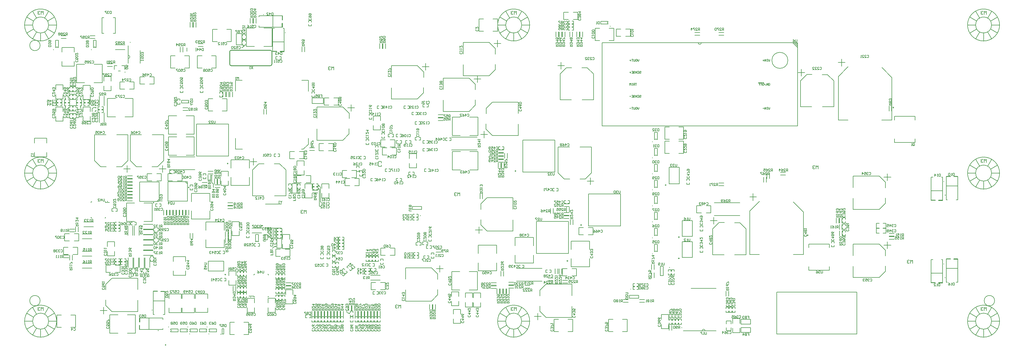
<source format=gbo>
G04*
G04 #@! TF.GenerationSoftware,Altium Limited,Altium Designer,24.1.2 (44)*
G04*
G04 Layer_Color=32896*
%FSLAX44Y44*%
%MOMM*%
G71*
G04*
G04 #@! TF.SameCoordinates,140FFB89-E29E-458A-976C-A302E020C20F*
G04*
G04*
G04 #@! TF.FilePolarity,Positive*
G04*
G01*
G75*
%ADD10C,0.1270*%
%ADD12C,0.2540*%
%ADD13C,0.2500*%
%ADD14C,0.2000*%
%ADD16C,0.1524*%
%ADD17C,0.1000*%
%ADD19C,0.3810*%
%ADD20C,0.1501*%
%ADD21C,0.1750*%
D10*
X433705Y30226D02*
G03*
X433705Y30226I-635J0D01*
G01*
X2929001Y459810D02*
G03*
X2929001Y459810I-635J0D01*
G01*
X272543Y439948D02*
G03*
X272543Y439948I-635J0D01*
G01*
X733541Y307843D02*
G03*
X733541Y307843I-635J0D01*
G01*
X747906Y312345D02*
G03*
X743906Y312345I-2000J0D01*
G01*
X2000767Y273558D02*
G03*
X2000767Y273558I-635J0D01*
G01*
X2013100Y280600D02*
G03*
X2009100Y280600I-2000J0D01*
G01*
X2000767Y324358D02*
G03*
X2000767Y324358I-635J0D01*
G01*
X2013100Y331400D02*
G03*
X2009100Y331400I-2000J0D01*
G01*
X2000767Y375158D02*
G03*
X2000767Y375158I-635J0D01*
G01*
X2013100Y382200D02*
G03*
X2009100Y382200I-2000J0D01*
G01*
X2000767Y527558D02*
G03*
X2000767Y527558I-635J0D01*
G01*
X2013100Y534600D02*
G03*
X2009100Y534600I-2000J0D01*
G01*
X2000767Y425958D02*
G03*
X2000767Y425958I-635J0D01*
G01*
X2013100Y433000D02*
G03*
X2009100Y433000I-2000J0D01*
G01*
X2000767Y476758D02*
G03*
X2000767Y476758I-635J0D01*
G01*
X2013100Y483800D02*
G03*
X2009100Y483800I-2000J0D01*
G01*
X2000767Y578358D02*
G03*
X2000767Y578358I-635J0D01*
G01*
X2013100Y585400D02*
G03*
X2009100Y585400I-2000J0D01*
G01*
X2000767Y629158D02*
G03*
X2000767Y629158I-635J0D01*
G01*
X2013100Y636200D02*
G03*
X2009100Y636200I-2000J0D01*
G01*
X1859096Y1009156D02*
G03*
X1859096Y1005156I0J-2000D01*
G01*
X1866773Y996188D02*
G03*
X1866773Y996188I-635J0D01*
G01*
X537718Y745744D02*
G03*
X537718Y745744I-635J0D01*
G01*
X530041Y758712D02*
G03*
X530041Y754712I0J-2000D01*
G01*
X767715Y1032764D02*
G03*
X767715Y1032764I-635J0D01*
G01*
X836549Y975360D02*
G03*
X836549Y975360I-635J0D01*
G01*
X337820Y893635D02*
G03*
X337820Y903795I0J5080D01*
G01*
X344805Y944689D02*
G03*
X344805Y944689I-635J0D01*
G01*
X221535Y921512D02*
G03*
X221535Y921512I-635J0D01*
G01*
X233868Y928554D02*
G03*
X229868Y928554I-2000J0D01*
G01*
X101473Y921512D02*
G03*
X101473Y921512I-635J0D01*
G01*
X113806Y928554D02*
G03*
X109806Y928554I-2000J0D01*
G01*
X726715Y136280D02*
G03*
X726715Y136280I-635J0D01*
G01*
X2093611Y39370D02*
G03*
X2093611Y39370I-635J0D01*
G01*
X2167398Y29210D02*
G03*
X2157238Y29210I-5080J0D01*
G01*
X588137Y41402D02*
G03*
X588137Y41402I-635J0D01*
G01*
X594544Y28434D02*
G03*
X594544Y32434I0J2000D01*
G01*
X527177Y41402D02*
G03*
X527177Y41402I-635J0D01*
G01*
X533584Y28434D02*
G03*
X533584Y32434I0J2000D01*
G01*
X594233Y19558D02*
G03*
X594233Y19558I-635J0D01*
G01*
X586556Y32526D02*
G03*
X586556Y28526I0J-2000D01*
G01*
X533273Y19558D02*
G03*
X533273Y19558I-635J0D01*
G01*
X525596Y32526D02*
G03*
X525596Y28526I0J-2000D01*
G01*
X414401Y95250D02*
G03*
X414401Y95250I-635J0D01*
G01*
X466217Y41402D02*
G03*
X466217Y41402I-635J0D01*
G01*
X472624Y28434D02*
G03*
X472624Y32434I0J2000D01*
G01*
X2924429Y241300D02*
G03*
X2924429Y241300I-635J0D01*
G01*
X2929001Y198120D02*
G03*
X2929001Y198120I-635J0D01*
G01*
X2924429Y502990D02*
G03*
X2924429Y502990I-635J0D01*
G01*
X2145030Y943610D02*
G03*
X2155190Y943610I5080J0D01*
G01*
X2429510Y887730D02*
G03*
X2429510Y887730I-25400J0D01*
G01*
X110800Y1000000D02*
G03*
X110800Y1000000I-50800J0D01*
G01*
X85400D02*
G03*
X85400Y1000000I-25400J0D01*
G01*
X110800D02*
G03*
X110800Y1000000I-50800J0D01*
G01*
Y530000D02*
G03*
X110800Y530000I-50800J0D01*
G01*
X85400D02*
G03*
X85400Y530000I-25400J0D01*
G01*
X110800D02*
G03*
X110800Y530000I-50800J0D01*
G01*
X1610800Y1000000D02*
G03*
X1610800Y1000000I-50800J0D01*
G01*
X1585400D02*
G03*
X1585400Y1000000I-25400J0D01*
G01*
X1610800D02*
G03*
X1610800Y1000000I-50800J0D01*
G01*
Y60000D02*
G03*
X1610800Y60000I-50800J0D01*
G01*
X1585400D02*
G03*
X1585400Y60000I-25400J0D01*
G01*
X1610800D02*
G03*
X1610800Y60000I-50800J0D01*
G01*
X110800D02*
G03*
X110800Y60000I-50800J0D01*
G01*
X85400D02*
G03*
X85400Y60000I-25400J0D01*
G01*
X110800D02*
G03*
X110800Y60000I-50800J0D01*
G01*
X3100800Y530000D02*
G03*
X3100800Y530000I-50800J0D01*
G01*
X3075400D02*
G03*
X3075400Y530000I-25400J0D01*
G01*
X3100800D02*
G03*
X3100800Y530000I-50800J0D01*
G01*
Y60000D02*
G03*
X3100800Y60000I-50800J0D01*
G01*
X3075400D02*
G03*
X3075400Y60000I-25400J0D01*
G01*
X3100800D02*
G03*
X3100800Y60000I-50800J0D01*
G01*
Y1000000D02*
G03*
X3100800Y1000000I-50800J0D01*
G01*
X3075400D02*
G03*
X3075400Y1000000I-25400J0D01*
G01*
X3100800D02*
G03*
X3100800Y1000000I-50800J0D01*
G01*
X58510Y935111D02*
G03*
X58510Y935111I-16510J0D01*
G01*
Y125000D02*
G03*
X58510Y125000I-16510J0D01*
G01*
X3085000Y125000D02*
G03*
X3085000Y125000I-16510J0D01*
G01*
X2393950Y19050D02*
X2647950D01*
X2393950Y152400D02*
X2647950D01*
Y19050D02*
Y152400D01*
X2393950Y19050D02*
Y152400D01*
X1114248Y153930D02*
X1119328D01*
X1114248Y145802D02*
X1119328D01*
X1114248D02*
Y153930D01*
X1125982Y145796D02*
X1131062D01*
X1125982Y153924D02*
X1131062D01*
Y145796D02*
Y153924D01*
X1568450Y227399D02*
X1649730D01*
X1568450Y186505D02*
X1649730D01*
X1907082Y128514D02*
X1923338D01*
X1907082Y120386D02*
X1923338D01*
X1959152Y120386D02*
X1975408Y120386D01*
X1959152Y128514D02*
X1975408Y128514D01*
X1955342Y161026D02*
X1955342Y169153D01*
X1950262Y169154D02*
X1955342Y169153D01*
X1950262Y161026D02*
X1955342Y161026D01*
X1938529Y169159D02*
X1938529Y161031D01*
X1943609D01*
X1938529Y169159D02*
X1943609D01*
X1955342Y171186D02*
Y179314D01*
X1950262D02*
X1955342D01*
X1950262Y171186D02*
X1955342D01*
X1938529Y171191D02*
Y179319D01*
Y171191D02*
X1943609Y171191D01*
X1938529Y179319D02*
X1943609D01*
X508762Y131568D02*
Y146300D01*
X547878D01*
Y131568D02*
Y146300D01*
X508762Y87380D02*
Y102112D01*
Y87380D02*
X547878D01*
Y102112D01*
X550672Y131822D02*
Y146554D01*
X589788D01*
Y131822D02*
Y146554D01*
X550672Y87634D02*
Y102366D01*
Y87634D02*
X589788D01*
Y102366D01*
X373380Y57150D02*
Y70104D01*
Y57150D02*
X374523D01*
Y70104D01*
X372872Y34036D02*
Y46990D01*
Y34036D02*
X447548D01*
X372872Y46990D02*
X374015D01*
X447548Y34036D02*
X447548Y37338D01*
X447548Y64770D02*
Y70104D01*
X373380D02*
X447548D01*
X374015Y34036D02*
Y46990D01*
X403860Y34036D02*
Y70104D01*
X805688Y288290D02*
X820420D01*
X805688Y265430D02*
Y288290D01*
Y265430D02*
X820420D01*
X835660D02*
X850392D01*
Y288290D01*
X835660D02*
X850392D01*
X626568Y282200D02*
X631648D01*
X626568Y274072D02*
X631648D01*
X626568D02*
Y282200D01*
X638302Y274066D02*
X643382D01*
X638302Y282194D02*
X643382D01*
Y274066D02*
Y282194D01*
X584200Y293370D02*
Y319282D01*
Y293370D02*
X642620D01*
Y319282D01*
Y348738D02*
Y374650D01*
X584200D02*
X642620D01*
X584200Y348738D02*
Y374650D01*
X502666Y913892D02*
Y930148D01*
X510794Y913892D02*
Y930148D01*
X254590Y1023220D02*
X260655D01*
X254590Y973220D02*
X260655D01*
X290525Y1023220D02*
X296590D01*
X290525Y973220D02*
X296590D01*
X254590D02*
Y1023220D01*
X296590Y973220D02*
Y1023220D01*
X2750312Y338074D02*
X2766568D01*
X2750312Y329946D02*
X2766568D01*
X2750312Y319786D02*
X2766568D01*
X2750312Y327914D02*
X2766568D01*
X2955290Y519500D02*
X2968244Y519500D01*
X2955290Y518357D02*
Y519500D01*
Y518357D02*
X2968244D01*
X2932176Y520008D02*
X2945130Y520008D01*
X2932176Y445332D02*
Y520008D01*
X2945130Y518865D02*
Y520008D01*
X2932176Y445332D02*
X2935478Y445332D01*
X2962910Y445332D02*
X2968244D01*
Y519500D01*
X2932176Y518865D02*
X2945130D01*
X2932176Y489020D02*
X2968244D01*
X2039370Y592582D02*
X2054102D01*
X2039370D02*
Y631698D01*
X2054102D01*
X2083558Y592582D02*
X2098290D01*
Y631698D01*
X2083558D02*
X2098290D01*
X2052830Y495808D02*
Y548132D01*
X2084830Y495808D02*
Y548132D01*
X2052830Y495808D02*
X2084830D01*
X2052830Y548132D02*
X2084830D01*
X1313942Y279146D02*
X1330198D01*
X1313942Y287274D02*
X1330198D01*
X668274Y771652D02*
Y787908D01*
X660146Y771652D02*
Y787908D01*
X653542Y425704D02*
X669798D01*
X653542Y417576D02*
X669798D01*
X817422Y891280D02*
X822502D01*
X817422Y899408D02*
X822502D01*
Y891280D02*
Y899408D01*
X805688Y899414D02*
X810768D01*
X805688Y891286D02*
X810768D01*
X805688D02*
Y899414D01*
X778770Y329742D02*
Y334822D01*
X770642Y329742D02*
Y334822D01*
X778770D01*
X770636Y318008D02*
Y323088D01*
X778764Y318008D02*
Y323088D01*
X770636Y318008D02*
X778764D01*
X653542Y427736D02*
X669798D01*
X653542Y435864D02*
X669798D01*
X670306Y155067D02*
Y171323D01*
X678434Y155067D02*
Y171323D01*
X196850Y359410D02*
X227330D01*
X196850Y374650D02*
X227330D01*
X191770Y321310D02*
X222250D01*
X191770Y336550D02*
X222250D01*
X191770Y266700D02*
X222250D01*
X191770Y281940D02*
X222250D01*
X191770Y228600D02*
X222250D01*
X191770Y243840D02*
X222250D01*
X271780Y297180D02*
Y311912D01*
X294640D01*
Y297180D02*
Y311912D01*
Y267208D02*
Y281940D01*
X271780Y267208D02*
X294640D01*
X271780D02*
Y281940D01*
X2159260Y290372D02*
Y295452D01*
X2151132Y290372D02*
Y295452D01*
X2159260D01*
X2151126Y278638D02*
Y283718D01*
X2159254Y278638D02*
Y283718D01*
X2151126Y278638D02*
X2159254D01*
X2159260Y357682D02*
Y362762D01*
X2151132Y357682D02*
Y362762D01*
X2159260Y362762D01*
X2151126Y351028D02*
X2151126Y345948D01*
X2159254D02*
X2159254Y351028D01*
X2151126Y345948D02*
X2159254D01*
X1683843Y481590D02*
X1688923D01*
X1683843Y473462D02*
X1688923D01*
X1683843D02*
X1683843Y481590D01*
X1695577Y473456D02*
X1700657Y473456D01*
X1695577Y481584D02*
X1700657Y481584D01*
Y473456D02*
Y481584D01*
X912622Y601726D02*
X928878D01*
X912622Y609854D02*
X928878D01*
X909450Y789310D02*
Y824410D01*
X887850D02*
X909450D01*
X678050D02*
X699250D01*
X678050Y790910D02*
Y824410D01*
Y605610D02*
Y641110D01*
Y605610D02*
X699850D01*
X909450Y621617D02*
Y641110D01*
X887450Y605610D02*
X893443D01*
X909450Y621617D01*
X947420Y439420D02*
X949960Y436880D01*
X947420Y439420D02*
Y441960D01*
Y485140D01*
X942340Y490220D02*
X947420Y485140D01*
X943610Y425450D02*
X946150Y422910D01*
X943610Y425450D02*
Y478790D01*
X942340Y480060D02*
X943610Y478790D01*
X941442Y480958D02*
X943238D01*
X941442Y479162D02*
X943238Y480958D01*
X941442Y479162D02*
Y480958D01*
Y491118D02*
X943238D01*
X941442Y489322D02*
X943238Y491118D01*
X941442Y489322D02*
Y491118D01*
X934262Y487420D02*
X939342D01*
X934262Y495548D02*
X939342D01*
Y487420D02*
Y495548D01*
X922528Y495554D02*
X927608D01*
X922528Y487426D02*
X927608D01*
X922528D02*
Y495554D01*
X934262Y477260D02*
X939342D01*
X934262Y485388D02*
X939342D01*
Y477260D02*
Y485388D01*
X922528Y485394D02*
X927608D01*
X922528Y477266D02*
X927608D01*
X922528D02*
Y485394D01*
X922147Y475234D02*
X938403D01*
X922147Y467106D02*
X938403D01*
X1320292Y707136D02*
X1336548D01*
X1320292Y715264D02*
X1336548D01*
X1320292Y705104D02*
X1336548D01*
X1320292Y696976D02*
X1336548D01*
X1121930Y600568D02*
Y605648D01*
X1130058Y600568D02*
Y605648D01*
X1121930Y600568D02*
X1130058D01*
X1130064Y612302D02*
Y617382D01*
X1121936Y612302D02*
Y617382D01*
X1130064D01*
X1168620Y635430D02*
X1183352D01*
Y612570D02*
Y635430D01*
X1168620Y612570D02*
X1183352D01*
X1138648D02*
X1153380D01*
X1138648D02*
Y635430D01*
X1153380D01*
X1162508Y653070D02*
X1167588D01*
X1162508Y644942D02*
X1167588D01*
X1162508D02*
X1162508Y653070D01*
X1174242Y644936D02*
X1179322Y644936D01*
X1174242Y653064D02*
X1179322Y653064D01*
Y644936D02*
Y653064D01*
X1173620Y610430D02*
X1188352D01*
Y587570D02*
Y610430D01*
X1173620Y587570D02*
X1188352D01*
X1143648D02*
X1158380D01*
X1143648D02*
Y610430D01*
X1158380D01*
X1187568Y513070D02*
X1192648D01*
X1187568Y504942D02*
X1192648D01*
X1187568D02*
Y513070D01*
X1199302Y504936D02*
X1204382D01*
X1199302Y513064D02*
X1204382D01*
Y504936D02*
Y513064D01*
X1140070Y562352D02*
Y567432D01*
X1131942Y562352D02*
Y567432D01*
X1140070D01*
X1131936Y550618D02*
Y555698D01*
X1140064Y550618D02*
Y555698D01*
X1131936Y550618D02*
X1140064D01*
X1164352Y534930D02*
X1169432D01*
X1164352Y543058D02*
X1169432D01*
Y534930D02*
Y543058D01*
X1152618Y543064D02*
X1157698D01*
X1152618Y534936D02*
X1157698D01*
X1152618D02*
Y543064D01*
X1107568Y513070D02*
X1112648D01*
X1107568Y504942D02*
X1112648D01*
X1107568D02*
Y513070D01*
X1119302Y504936D02*
X1124382D01*
X1119302Y513064D02*
X1124382D01*
Y504936D02*
Y513064D01*
X1025398Y490220D02*
X1040130D01*
X1025398D02*
Y513080D01*
X1040130D01*
X1055370D02*
X1070102D01*
Y490220D02*
Y513080D01*
X1055370Y490220D02*
X1070102D01*
X1016508Y515620D02*
X1031240D01*
X1016508D02*
Y538480D01*
X1031240D01*
X1046480D02*
X1061212D01*
Y515620D02*
Y538480D01*
X1046480Y515620D02*
X1061212D01*
X1061460Y535128D02*
Y540208D01*
X1069588Y535128D02*
Y540208D01*
X1061460Y535128D02*
X1069588D01*
X1069594Y546862D02*
Y551942D01*
X1061466Y546862D02*
Y551942D01*
X1069594D01*
X1072338Y583190D02*
X1077418D01*
X1072338Y575062D02*
X1077418D01*
X1072338D02*
Y583190D01*
X1084072Y575056D02*
X1089152D01*
X1084072Y583184D02*
X1089152D01*
Y575056D02*
Y583184D01*
X1100070Y632352D02*
Y637432D01*
X1091942Y632352D02*
Y637432D01*
X1100070D01*
X1091936Y620618D02*
Y625698D01*
X1100064Y620618D02*
Y625698D01*
X1091936Y620618D02*
X1100064D01*
X1187568Y653070D02*
X1192648D01*
X1187568Y644942D02*
X1192648D01*
X1187568D02*
Y653070D01*
X1199302Y644936D02*
X1204382D01*
X1199302Y653064D02*
X1204382D01*
Y644936D02*
Y653064D01*
X1199352Y624930D02*
X1204432D01*
X1199352Y633058D02*
X1204432D01*
Y624930D02*
Y633058D01*
X1187618Y633064D02*
X1192698D01*
X1187618Y624936D02*
X1192698D01*
X1187618D02*
Y633064D01*
X1229352Y624930D02*
X1234432D01*
X1229352Y633058D02*
X1234432D01*
Y624930D02*
Y633058D01*
X1217618Y633064D02*
X1222698D01*
X1217618Y624936D02*
X1222698D01*
X1217618D02*
Y633064D01*
X1114570Y696620D02*
Y711352D01*
X1137430D01*
Y696620D02*
Y711352D01*
Y666648D02*
Y681380D01*
X1114570Y666648D02*
X1137430D01*
X1114570D02*
Y681380D01*
X1110070Y712352D02*
Y717432D01*
X1101942Y712352D02*
Y717432D01*
X1110070D01*
X1101936Y700618D02*
Y705698D01*
X1110064Y700618D02*
Y705698D01*
X1101936Y700618D02*
X1110064D01*
X1139352Y734930D02*
X1144432D01*
X1139352Y743058D02*
X1144432D01*
Y734930D02*
Y743058D01*
X1127618Y743064D02*
X1132698D01*
X1127618Y734936D02*
X1132698D01*
X1127618D02*
Y743064D01*
X1223822Y735070D02*
X1228902D01*
X1223822Y743198D02*
X1228902D01*
Y735070D02*
Y743198D01*
X1212088Y743204D02*
X1217168D01*
X1212088Y735076D02*
X1217168D01*
X1212088D02*
Y743204D01*
X1272568Y748070D02*
X1277648D01*
X1272568Y739942D02*
X1277648D01*
X1272568D02*
Y748070D01*
X1284302Y739936D02*
X1289382D01*
X1284302Y748064D02*
X1289382D01*
Y739936D02*
Y748064D01*
X1249352Y714930D02*
X1254432D01*
X1249352Y723058D02*
X1254432D01*
Y714930D02*
Y723058D01*
X1237618Y723064D02*
X1242698D01*
X1237618Y714936D02*
X1242698D01*
X1237618D02*
Y723064D01*
X1259352Y684930D02*
X1264432D01*
X1259352Y693058D02*
X1264432D01*
Y684930D02*
Y693058D01*
X1247618Y693064D02*
X1252698D01*
X1247618Y684936D02*
X1252698D01*
X1247618D02*
Y693064D01*
X1259352Y634930D02*
X1264432D01*
X1259352Y643058D02*
X1264432D01*
Y634930D02*
Y643058D01*
X1247618Y643064D02*
X1252698D01*
X1247618Y634936D02*
X1252698D01*
X1247618D02*
Y643064D01*
X1284352Y624930D02*
X1289431D01*
X1284352Y633058D02*
X1289431D01*
Y624930D02*
Y633058D01*
X1272618Y633064D02*
X1277698D01*
X1272618Y624936D02*
X1277698D01*
X1272618D02*
Y633064D01*
X1272568Y608070D02*
X1277648D01*
X1272568Y599942D02*
X1277648D01*
X1272568D02*
Y608070D01*
X1284302Y599936D02*
X1289382D01*
X1284302Y608064D02*
X1289382D01*
Y599936D02*
Y608064D01*
X1252430Y546648D02*
Y561380D01*
X1229570Y546648D02*
X1252430D01*
X1229570D02*
Y561380D01*
Y576620D02*
Y591352D01*
X1252430D01*
Y576620D02*
Y591352D01*
X1289352Y534930D02*
X1294431D01*
X1289352Y543058D02*
X1294431D01*
Y534930D02*
Y543058D01*
X1277618Y543064D02*
X1282698D01*
X1277618Y534936D02*
X1282698D01*
X1277618D02*
Y543064D01*
X896874Y915162D02*
Y931418D01*
X888746Y915162D02*
Y931418D01*
X542544Y323342D02*
Y339598D01*
X534416Y323342D02*
Y339598D01*
X1293876Y97282D02*
Y113538D01*
X1302004Y97282D02*
Y113538D01*
X1304036Y97282D02*
Y113538D01*
X1312164Y97282D02*
Y113538D01*
X971296Y74422D02*
X979424D01*
X971296Y69342D02*
Y74422D01*
X979424Y69342D02*
Y74422D01*
X971290Y57608D02*
X979418D01*
Y62688D01*
X971290Y57608D02*
Y62688D01*
X1461504Y448801D02*
Y465057D01*
X1453376Y448801D02*
Y465057D01*
X1739646Y366522D02*
Y382778D01*
X1747774Y366522D02*
Y382778D01*
X1719072Y385826D02*
X1735328D01*
X1719072Y393954D02*
X1735328D01*
X1719072Y404114D02*
X1735328D01*
X1719072Y395986D02*
X1735328D01*
X1677416Y402082D02*
X1677416Y418338D01*
X1685544D02*
X1685544Y402082D01*
X1736344Y405892D02*
Y422148D01*
X1728216Y405892D02*
Y422148D01*
X1720342Y423926D02*
X1736598D01*
X1720342Y432054D02*
X1736598D01*
X1736852Y434086D02*
Y442214D01*
X1731772D02*
X1736852D01*
X1731772Y434086D02*
X1736852D01*
X1720038Y434092D02*
Y442220D01*
Y434092D02*
X1725118D01*
X1720038Y442220D02*
X1725118D01*
X1796542Y356870D02*
X1811274D01*
Y334010D02*
Y356870D01*
X1796542Y334010D02*
X1811274D01*
X1766570D02*
X1781302D01*
X1766570D02*
Y356870D01*
X1781302D01*
X1529334Y546862D02*
Y563118D01*
X1521206Y546862D02*
Y563118D01*
X1511046Y546862D02*
Y563118D01*
X1519174Y546862D02*
Y563118D01*
X1512062Y583184D02*
X1528318D01*
X1512062Y575056D02*
X1528318D01*
X1512062Y564896D02*
X1528318D01*
X1512062Y573024D02*
X1528318D01*
X1512062Y585216D02*
X1528318D01*
X1512062Y593344D02*
X1528318D01*
X1539494Y577342D02*
Y593598D01*
X1531366Y577342D02*
Y593598D01*
X1512062Y595376D02*
X1528318D01*
X1512062Y603504D02*
X1528318D01*
X1528572Y605536D02*
Y613664D01*
X1523492D02*
X1528572D01*
X1523492Y605536D02*
X1528572D01*
X1511758Y605542D02*
Y613670D01*
Y605542D02*
X1516838D01*
X1511758Y613670D02*
X1516838D01*
X1365250Y648970D02*
X1391162D01*
X1365250D02*
Y707390D01*
X1391162D01*
X1420618D02*
X1446530D01*
Y648970D02*
Y707390D01*
X1420618Y648970D02*
X1446530D01*
X1362964Y644144D02*
X1444244D01*
X1362964Y603250D02*
X1444244D01*
X1344118Y641610D02*
X1349198D01*
X1344118Y633482D02*
X1349198D01*
X1344118D02*
Y641610D01*
X1355852Y633476D02*
X1360932D01*
X1355852Y641604D02*
X1360932D01*
Y633476D02*
Y641604D01*
X1365504Y539750D02*
X1391416D01*
X1365504D02*
Y598170D01*
X1391416D01*
X1420872D02*
X1446784D01*
Y539750D02*
Y598170D01*
X1420872Y539750D02*
X1446784D01*
X1227618Y524936D02*
Y533064D01*
Y524936D02*
X1232698D01*
X1227618Y533064D02*
X1232698D01*
X1244432Y524930D02*
Y533058D01*
X1239352D02*
X1244432D01*
X1239352Y524930D02*
X1244432D01*
X1071936Y520618D02*
X1080064D01*
Y525698D01*
X1071936Y520618D02*
Y525698D01*
X1071942Y537432D02*
X1080070D01*
X1071942Y532352D02*
Y537432D01*
X1080070Y532352D02*
Y537432D01*
X1141936Y657382D02*
X1150064D01*
X1141936Y652302D02*
Y657382D01*
X1150064Y652302D02*
Y657382D01*
X1141930Y640568D02*
X1150058D01*
Y645648D01*
X1141930Y640568D02*
Y645648D01*
X817372Y582676D02*
Y590804D01*
X812292D02*
X817372D01*
X812292Y582676D02*
X817372D01*
X800558Y582682D02*
Y590810D01*
Y582682D02*
X805638D01*
X800558Y590810D02*
X805638D01*
X1661668Y214581D02*
Y222709D01*
Y214581D02*
X1666748D01*
X1661668Y222709D02*
X1666748D01*
X1678482Y214576D02*
Y222704D01*
X1673402D02*
X1678482D01*
X1673402Y214576D02*
X1678482D01*
X575943Y528424D02*
X584071D01*
X575943Y523344D02*
Y528424D01*
X584071Y523344D02*
Y528424D01*
X575937Y511611D02*
X584065D01*
Y516691D01*
X575937Y511611D02*
Y516691D01*
X534033Y476100D02*
X542161D01*
Y481180D01*
X534033Y476100D02*
Y481180D01*
X534038Y492914D02*
X542166D01*
X534038Y487834D02*
Y492914D01*
X542166Y487834D02*
Y492914D01*
X441499Y423958D02*
Y432086D01*
X436419D02*
X441499D01*
X436419Y423958D02*
X441499D01*
X424685Y423964D02*
Y432092D01*
Y423964D02*
X429765D01*
X424685Y432092D02*
X429765D01*
X1137666Y257302D02*
X1145794D01*
X1137666Y252222D02*
Y257302D01*
X1145794Y252222D02*
Y257302D01*
X1137660Y240488D02*
X1145788D01*
Y245568D01*
X1137660Y240488D02*
Y245568D01*
X968756Y275082D02*
X976884D01*
X968756Y270002D02*
Y275082D01*
X976884Y270002D02*
Y275082D01*
X968750Y258268D02*
X976878D01*
Y263348D01*
X968750Y258268D02*
Y263348D01*
X971042Y233936D02*
Y242064D01*
X965962D02*
X971042D01*
X965962Y233936D02*
X971042D01*
X954228Y233942D02*
Y242070D01*
Y233942D02*
X959308D01*
X954228Y242070D02*
X959308D01*
X948436Y275082D02*
X956564D01*
X948436Y270002D02*
Y275082D01*
X956564Y270002D02*
Y275082D01*
X948430Y258268D02*
X956558D01*
Y263348D01*
X948430Y258268D02*
Y263348D01*
X1118362Y234696D02*
Y242824D01*
X1113282D02*
X1118362D01*
X1113282Y234696D02*
X1118362D01*
X1101548Y234702D02*
Y242830D01*
Y234702D02*
X1106628D01*
X1101548Y242830D02*
X1106628D01*
X2039370Y637032D02*
X2054102D01*
X2039370D02*
Y676148D01*
X2054102D01*
X2083558Y637032D02*
X2098290D01*
Y676148D01*
X2083558D02*
X2098290D01*
X1712214Y962152D02*
Y978408D01*
X1704086Y962152D02*
Y978408D01*
X1746504Y962152D02*
Y978408D01*
X1738376Y962152D02*
Y978408D01*
X1722374Y962152D02*
Y978408D01*
X1714246Y962152D02*
Y978408D01*
X1702054Y962152D02*
Y978408D01*
X1693926Y962152D02*
Y978408D01*
X1778254Y962152D02*
Y978408D01*
X1770126Y962152D02*
Y978408D01*
X1768094Y962152D02*
Y978408D01*
X1759966Y962152D02*
Y978408D01*
X795020Y290830D02*
X801370Y297180D01*
X805180D01*
Y295910D02*
X806450Y297180D01*
X805180Y295910D02*
Y298450D01*
X806450Y297180D01*
X806710Y316407D02*
Y321487D01*
X798582Y316407D02*
Y321487D01*
X806710D01*
X798576Y304673D02*
Y309753D01*
X806704Y304673D02*
Y309753D01*
X798576Y304673D02*
X806704D01*
X808990Y292100D02*
Y322580D01*
X824230Y292100D02*
Y322580D01*
X808990Y292100D02*
X824230D01*
X808990Y322580D02*
X824230D01*
X808178Y353320D02*
X813258D01*
X808178Y345192D02*
X813258D01*
X808178D02*
Y353320D01*
X819912Y345186D02*
X824992D01*
X819912Y353314D02*
X824992D01*
Y345186D02*
Y353314D01*
X808178Y343160D02*
X813258D01*
X808178Y335032D02*
X813258D01*
X808178D02*
Y343160D01*
X819912Y335026D02*
X824992D01*
X819912Y343154D02*
X824992D01*
Y335026D02*
Y343154D01*
X808178Y333000D02*
X813258D01*
X808178Y324872D02*
X813258D01*
X808178D02*
Y333000D01*
X819912Y324866D02*
X824992D01*
X819912Y332994D02*
X824992D01*
Y324866D02*
Y332994D01*
X849630Y290068D02*
Y304800D01*
X826770Y290068D02*
X849630D01*
X826770D02*
Y304800D01*
Y320040D02*
Y334772D01*
X849630D01*
Y320040D02*
Y334772D01*
X972820Y623570D02*
X987552D01*
Y600710D02*
Y623570D01*
X972820Y600710D02*
X987552D01*
X942848D02*
X957580D01*
X942848D02*
Y623570D01*
X957580D01*
X974090Y451358D02*
Y466090D01*
X951230Y451358D02*
X974090D01*
X951230D02*
Y466090D01*
Y481330D02*
Y496062D01*
X974090D01*
Y481330D02*
Y496062D01*
X920750Y451358D02*
Y466090D01*
X897890Y451358D02*
X920750D01*
X897890D02*
Y466090D01*
Y481330D02*
Y496062D01*
X920750D01*
Y481330D02*
Y496062D01*
X663827Y546200D02*
Y572112D01*
X722247D01*
Y546200D02*
Y572112D01*
Y490832D02*
Y516744D01*
X663827Y490832D02*
X722247D01*
X663827D02*
Y516744D01*
X880110Y598170D02*
X894842D01*
Y575310D02*
Y598170D01*
X880110Y575310D02*
X894842D01*
X850138D02*
X864870D01*
X850138D02*
Y598170D01*
X864870D01*
X846830Y479248D02*
Y484328D01*
X854958Y479248D02*
Y484328D01*
X846830Y479248D02*
X854958D01*
X854964Y490982D02*
Y496062D01*
X846836Y490982D02*
Y496062D01*
X854964D01*
X872490Y553720D02*
Y568452D01*
X895350D01*
Y553720D02*
Y568452D01*
Y523748D02*
Y538480D01*
X872490Y523748D02*
X895350D01*
X872490D02*
Y538480D01*
X901700Y521970D02*
X916432D01*
Y499110D02*
Y521970D01*
X901700Y499110D02*
X916432D01*
X871728D02*
X886460D01*
X871728D02*
Y521970D01*
X886460D01*
X882910Y491032D02*
Y496112D01*
X874782Y491032D02*
Y496112D01*
X882910D01*
X874776Y479298D02*
Y484378D01*
X882904Y479298D02*
Y484378D01*
X874776Y479298D02*
X882904D01*
X872490Y466090D02*
Y496570D01*
X857250Y466090D02*
Y496570D01*
X872490D01*
X857250Y466090D02*
X872490D01*
X297992Y408680D02*
X303072D01*
X297992Y416808D02*
X303072D01*
Y408680D02*
Y416808D01*
X286258Y416814D02*
X291338D01*
X286258Y408686D02*
X291338D01*
X286258D02*
Y416814D01*
X263912Y439258D02*
X265782D01*
Y436758D02*
Y439258D01*
X220274D02*
X222144D01*
X220274Y436758D02*
Y439258D01*
Y387258D02*
X222144D01*
X220274D02*
Y389758D01*
X263912Y387258D02*
X265782D01*
Y389758D01*
Y436758D02*
X278028D01*
X646176Y309372D02*
Y325628D01*
X654304Y309372D02*
Y325628D01*
X741406Y312345D02*
X743906D01*
X747906D02*
X750406D01*
X741406D02*
Y335345D01*
X750406D01*
Y312345D02*
Y335345D01*
X737058Y306330D02*
X742138D01*
X737058Y298202D02*
X742138D01*
X737058D02*
Y306330D01*
X748792Y298196D02*
X753872D01*
X748792Y306324D02*
X753872D01*
Y298196D02*
Y306324D01*
X730250Y340360D02*
X760730D01*
X730250Y355600D02*
X760730D01*
X712790Y325160D02*
Y330240D01*
X720918Y325160D02*
Y330240D01*
X712790Y325160D02*
X720918D01*
X720924Y336893D02*
Y341973D01*
X712796Y336893D02*
Y341973D01*
X720924D01*
X656336Y318262D02*
Y334518D01*
X664464Y318262D02*
Y334518D01*
X646176Y327152D02*
Y343408D01*
X654304Y327152D02*
Y343408D01*
X656336Y336042D02*
Y352298D01*
X664464Y336042D02*
Y352298D01*
X666620Y361211D02*
Y375943D01*
X689480D01*
Y361211D02*
Y375943D01*
Y331239D02*
Y345971D01*
X666620Y331239D02*
X689480D01*
X666620D02*
Y345971D01*
X155698Y79248D02*
X170430D01*
Y40132D02*
Y79248D01*
X155698Y40132D02*
X170430D01*
X111510Y79248D02*
X126242D01*
X111510Y40132D02*
Y79248D01*
Y40132D02*
X126242D01*
X1450090Y979932D02*
X1464822D01*
X1450090D02*
Y1019048D01*
X1464822D01*
X1494278Y979932D02*
X1509010D01*
Y1019048D01*
X1494278D02*
X1509010D01*
X40132Y625598D02*
Y640330D01*
X79248D01*
Y625598D02*
Y640330D01*
X40132Y581410D02*
Y596142D01*
Y581410D02*
X79248D01*
Y596142D01*
X1251762Y390900D02*
X1256842D01*
X1251762Y399028D02*
X1256842D01*
Y390900D02*
Y399028D01*
X1240028Y399034D02*
X1245108D01*
X1240028Y390906D02*
X1245108D01*
X1240028D02*
Y399034D01*
X1251762Y380527D02*
X1256842D01*
X1251762Y388655D02*
X1256842D01*
Y380527D02*
Y388655D01*
X1240028Y388660D02*
X1245108D01*
X1240028Y380532D02*
X1245108D01*
X1240028D02*
Y388660D01*
X1860840Y26482D02*
X1875572D01*
X1860840D02*
Y65598D01*
X1875572D01*
X1905028Y26482D02*
X1919760D01*
Y65598D01*
X1905028D02*
X1919760D01*
X1688120Y26482D02*
X1702852D01*
X1688120D02*
Y65598D01*
X1702852D01*
X1732308Y26482D02*
X1747040D01*
Y65598D01*
X1732308D02*
X1747040D01*
X2061464Y31242D02*
Y47498D01*
X2053336Y31242D02*
Y47498D01*
X1997456Y197612D02*
Y213868D01*
X2005584Y197612D02*
Y213868D01*
Y224282D02*
Y240538D01*
X1997456Y224282D02*
Y240538D01*
X2069090Y217982D02*
Y223062D01*
X2060962Y217982D02*
Y223062D01*
X2069090D01*
X2060956Y206248D02*
Y211328D01*
X2069084Y206248D02*
Y211328D01*
X2060956Y206248D02*
X2069084D01*
X2058744Y217982D02*
Y223062D01*
X2050616Y217982D02*
Y223062D01*
X2058744D01*
X2050611Y206248D02*
Y211328D01*
X2058739Y206248D02*
Y211328D01*
X2050611Y206248D02*
X2058739D01*
X2015600Y280600D02*
Y303600D01*
X2006600D02*
X2015600D01*
X2006600Y280600D02*
Y303600D01*
X2013100Y280600D02*
X2015600D01*
X2006600D02*
X2009100D01*
X2015600Y331400D02*
Y354400D01*
X2006600D02*
X2015600D01*
X2006600Y331400D02*
Y354400D01*
X2013100Y331400D02*
X2015600D01*
X2006600D02*
X2009100D01*
X2015600Y382200D02*
Y405200D01*
X2006600D02*
X2015600D01*
X2006600Y382200D02*
Y405200D01*
X2013100Y382200D02*
X2015600D01*
X2006600D02*
X2009100D01*
X2015600Y534600D02*
Y557600D01*
X2006600D02*
X2015600D01*
X2006600Y534600D02*
Y557600D01*
X2013100Y534600D02*
X2015600D01*
X2006600D02*
X2009100D01*
X2015600Y433000D02*
Y456000D01*
X2006600D02*
X2015600D01*
X2006600Y433000D02*
Y456000D01*
X2013100Y433000D02*
X2015600D01*
X2006600D02*
X2009100D01*
X2015600Y483800D02*
Y506800D01*
X2006600D02*
X2015600D01*
X2006600Y483800D02*
Y506800D01*
X2013100Y483800D02*
X2015600D01*
X2006600D02*
X2009100D01*
X2015600Y585400D02*
Y608400D01*
X2006600D02*
X2015600D01*
X2006600Y585400D02*
Y608400D01*
X2013100Y585400D02*
X2015600D01*
X2006600D02*
X2009100D01*
X2015600Y636200D02*
Y659200D01*
X2006600D02*
X2015600D01*
X2006600Y636200D02*
Y659200D01*
X2013100Y636200D02*
X2015600D01*
X2006600D02*
X2009100D01*
X1748790Y1040130D02*
X1763522D01*
Y1017270D02*
Y1040130D01*
X1748790Y1017270D02*
X1763522D01*
X1718818D02*
X1733550D01*
X1718818D02*
Y1040130D01*
X1733550D01*
X1744522Y1004310D02*
X1749602D01*
X1744522Y1012438D02*
X1749602D01*
Y1004310D02*
Y1012438D01*
X1732788Y1012444D02*
X1737868D01*
X1732788Y1004316D02*
X1737868D01*
X1732788D02*
Y1012444D01*
X1744522Y994266D02*
X1749602D01*
X1744522Y1002393D02*
X1749602D01*
Y994266D02*
Y1002393D01*
X1732788Y1002399D02*
X1737868D01*
X1732788Y994271D02*
X1737868D01*
X1732788D02*
Y1002399D01*
X1744522Y983990D02*
X1749602D01*
X1744522Y992118D02*
X1749602D01*
Y983990D02*
Y992118D01*
X1732788Y992124D02*
X1737868D01*
X1732788Y983996D02*
X1737868D01*
X1732788D02*
Y992124D01*
X1915160Y963930D02*
X1929892D01*
Y986790D01*
X1915160D02*
X1929892D01*
X1885188D02*
X1899920D01*
X1885188Y963930D02*
Y986790D01*
Y963930D02*
X1899920D01*
X1818390Y950722D02*
X1833122D01*
X1818390D02*
Y989838D01*
X1833122D01*
X1862578Y950722D02*
X1877310D01*
Y989838D01*
X1862578D02*
X1877310D01*
X1859096Y1002656D02*
Y1005156D01*
Y1009156D02*
Y1011656D01*
X1836096Y1002656D02*
X1859096D01*
X1836096D02*
Y1011656D01*
X1859096D01*
X1145286Y925322D02*
Y941578D01*
X1153414Y925322D02*
Y941578D01*
X1143254Y925322D02*
Y941578D01*
X1135126Y925322D02*
Y941578D01*
X910336Y997458D02*
X918464D01*
Y1002538D01*
X910336Y997458D02*
Y1002538D01*
X910342Y1014272D02*
X918470D01*
X910342Y1009192D02*
Y1014272D01*
X918470Y1009192D02*
Y1014272D01*
X507041Y761212D02*
X530041D01*
X507041Y752212D02*
Y761212D01*
Y752212D02*
X530041D01*
Y758712D02*
Y761212D01*
Y752212D02*
Y754712D01*
X501910Y760272D02*
Y765352D01*
X493782Y760272D02*
Y765352D01*
X501910D01*
X493776Y748538D02*
Y753618D01*
X501904Y748538D02*
Y753618D01*
X493776Y748538D02*
X501904D01*
X511302Y736854D02*
X527558D01*
X511302Y728726D02*
X527558D01*
X776224Y717042D02*
Y733298D01*
X768096Y717042D02*
Y733298D01*
X591570Y727202D02*
X606302D01*
X591570D02*
Y766318D01*
X606302D01*
X635758Y727202D02*
X650490D01*
Y766318D01*
X635758D02*
X650490D01*
X636530Y783132D02*
Y788212D01*
X628402Y783132D02*
Y788212D01*
X636530D01*
X628396Y771398D02*
Y776478D01*
X636524Y771398D02*
Y776478D01*
X628396Y771398D02*
X636524D01*
X646684Y771652D02*
Y787908D01*
X638556Y771652D02*
Y787908D01*
X657041Y771652D02*
Y787908D01*
X648913Y771652D02*
Y787908D01*
X271272Y868426D02*
X287528D01*
X271272Y876554D02*
X287528D01*
X306630Y853830D02*
X313130D01*
X326390Y859330D02*
Y870712D01*
X317515D02*
X326390D01*
X293370D02*
X302245D01*
X293370Y859330D02*
Y870712D01*
X989330Y768350D02*
X1004062D01*
Y745490D02*
Y768350D01*
X989330Y745490D02*
X1004062D01*
X959358D02*
X974090D01*
X959358D02*
Y768350D01*
X974090D01*
X920750Y750570D02*
Y768350D01*
X956310Y750570D02*
Y768350D01*
X920750D02*
X956310D01*
X920750Y750570D02*
X956310D01*
X928630Y783132D02*
Y788212D01*
X920502Y783132D02*
Y788212D01*
X928630D01*
X920496Y771398D02*
Y776478D01*
X928624Y771398D02*
Y776478D01*
X920496Y771398D02*
X928624D01*
X796290Y992886D02*
Y1028954D01*
X826135Y1016000D02*
Y1028954D01*
X752602Y992886D02*
X826770D01*
X752602D02*
Y998220D01*
Y1025652D02*
Y1028954D01*
X826135Y1016000D02*
X827278D01*
X752602Y1028954D02*
X827278D01*
Y1016000D02*
Y1028954D01*
X825627Y992886D02*
Y1005840D01*
X826770D01*
Y992886D02*
Y1005840D01*
X796036Y946150D02*
X832104D01*
X819150Y916305D02*
X832104D01*
X796036Y915670D02*
Y989838D01*
X801370D01*
X828802D02*
X832104D01*
X819150Y915162D02*
Y916305D01*
X832104Y915162D02*
Y989838D01*
X819150Y915162D02*
X832104D01*
X796036Y916813D02*
X808990D01*
Y915670D02*
Y916813D01*
X796036Y915670D02*
X808990D01*
X724916Y1005332D02*
Y1021588D01*
X733044Y1005332D02*
Y1021588D01*
X743204Y1005332D02*
Y1021588D01*
X735076Y1005332D02*
Y1021588D01*
X697230Y928370D02*
X699770D01*
X703952Y932552D01*
X703054Y933450D02*
X704850D01*
X703054D02*
X704850Y931654D01*
Y933450D01*
X767838Y990600D02*
X793750D01*
Y932180D02*
Y990600D01*
X767838Y932180D02*
X793750D01*
X712470D02*
X738382D01*
X712470D02*
Y990600D01*
X738382D01*
X708920Y946962D02*
Y952042D01*
X700792Y946962D02*
Y952042D01*
X708920D01*
X700786Y935228D02*
Y940308D01*
X708914Y935228D02*
Y940308D01*
X700786Y935228D02*
X708914D01*
X680720Y972820D02*
X698500D01*
X680720Y937260D02*
X698500D01*
Y972820D01*
X680720Y937260D02*
Y972820D01*
X700780Y954228D02*
Y959308D01*
X708908Y954228D02*
Y959308D01*
X700780Y954228D02*
X708908D01*
X708914Y965962D02*
Y971042D01*
X700786Y965962D02*
Y971042D01*
X708914D01*
X510800Y797347D02*
Y802427D01*
X502672Y797347D02*
Y802427D01*
X510800D01*
X502666Y785613D02*
Y790693D01*
X510794Y785613D02*
Y790693D01*
X502666Y785613D02*
X510794D01*
X574300Y797347D02*
Y802427D01*
X566172Y797347D02*
Y802427D01*
X574300D01*
X566166Y785613D02*
Y790693D01*
X574294Y785613D02*
Y790693D01*
X566166Y785613D02*
X574294D01*
X544576Y992632D02*
Y1008888D01*
X552704Y992632D02*
Y1008888D01*
X534416Y992632D02*
Y1008888D01*
X542544Y992632D02*
Y1008888D01*
X559562Y931926D02*
X575818D01*
X559562Y940054D02*
X575818D01*
X601468Y902208D02*
X616200D01*
Y863092D02*
Y902208D01*
X601468Y863092D02*
X616200D01*
X557280Y902208D02*
X572012D01*
X557280Y863092D02*
Y902208D01*
Y863092D02*
X572012D01*
X649728Y986028D02*
X664460D01*
Y946912D02*
Y986028D01*
X649728Y946912D02*
X664460D01*
X605540Y986028D02*
X620272D01*
X605540Y946912D02*
Y986028D01*
Y946912D02*
X620272D01*
X472190Y863092D02*
X486922D01*
X472190D02*
Y902208D01*
X486922D01*
X516378Y863092D02*
X531110D01*
Y902208D01*
X516378D02*
X531110D01*
X386080Y334010D02*
X416560D01*
X386080Y318770D02*
X416560D01*
X430072Y313430D02*
X435152D01*
X430072Y321558D02*
X435152D01*
Y313430D02*
Y321558D01*
X418338Y321564D02*
X423418D01*
X418338Y313436D02*
X423418D01*
X418338D02*
Y321564D01*
X386080Y317500D02*
X416560D01*
X386080Y302260D02*
X416560D01*
X386080Y300990D02*
X416560D01*
X386080Y285750D02*
X416560D01*
X386080Y284480D02*
X416560D01*
X386080Y269240D02*
X416560D01*
X408680Y249378D02*
Y254458D01*
X416808Y249378D02*
Y254458D01*
X408680Y249378D02*
X416808D01*
X416814Y261112D02*
Y266192D01*
X408686Y261112D02*
Y266192D01*
X416814D01*
X386080Y367030D02*
X416560D01*
X386080Y351790D02*
X416560D01*
X430072Y346450D02*
X435152D01*
X430072Y354578D02*
X435152D01*
X435152Y346450D02*
X435152Y354578D01*
X418338Y354584D02*
X423418Y354584D01*
X418338Y346456D02*
X423418D01*
X418338D02*
Y354584D01*
X386080Y350520D02*
X416560D01*
X386080Y335280D02*
X416560D01*
X518917Y502482D02*
X525787Y495612D01*
X429260Y440170D02*
X436130Y447040D01*
X345898Y373640D02*
X350978D01*
X345898Y365512D02*
X350978D01*
X345898D02*
Y373640D01*
X357632Y365506D02*
X362712D01*
X357632Y373634D02*
X362712D01*
Y365506D02*
Y373634D01*
X336550Y332740D02*
Y363220D01*
X351790Y332740D02*
Y363220D01*
X356870Y332740D02*
Y363220D01*
X372110Y332740D02*
Y363220D01*
X353060Y208280D02*
X354330Y209550D01*
X353060Y208280D02*
X355600D01*
X354330Y209550D02*
X355600Y208280D01*
X354330Y204470D02*
Y208280D01*
X351790Y201930D02*
X354330Y204470D01*
X350520Y201930D02*
X351790D01*
X388620Y231140D02*
Y261620D01*
X373380Y231140D02*
Y261620D01*
X406400Y231140D02*
Y261620D01*
X391160Y231140D02*
Y261620D01*
X385820Y211278D02*
Y216358D01*
X393948Y211278D02*
Y216358D01*
X385820Y211278D02*
X393948D01*
X393954Y223012D02*
Y228092D01*
X385826Y223012D02*
Y228092D01*
X393954D01*
X370840Y231140D02*
Y261620D01*
X355600Y231140D02*
Y261620D01*
X334010Y238760D02*
X335280Y240030D01*
Y250190D01*
X334010Y251460D02*
X335280Y250190D01*
X333112Y252358D02*
X334908D01*
X333112Y250562D02*
X334908Y252358D01*
X333112Y250562D02*
Y252358D01*
X353060Y231140D02*
Y261620D01*
X337820Y231140D02*
Y261620D01*
X350260Y211278D02*
Y216358D01*
X358388Y211278D02*
Y216358D01*
X350260Y211278D02*
X358388D01*
X358394Y223012D02*
Y228092D01*
X350266Y223012D02*
Y228092D01*
X358394D01*
X332357Y434952D02*
X358269D01*
X332357Y376532D02*
Y434952D01*
Y376532D02*
X358269D01*
X387725D02*
X413637D01*
Y434952D01*
X387725D02*
X413637D01*
X295098Y373640D02*
X300178D01*
X295098Y365512D02*
X300178D01*
X295098D02*
Y373640D01*
X306832Y365506D02*
X311912D01*
X306832Y373634D02*
X311912D01*
Y365506D02*
Y373634D01*
X295098Y363480D02*
X300178D01*
X295098Y355352D02*
X300178D01*
X295098D02*
Y363480D01*
X306832Y355346D02*
X311912D01*
X306832Y363474D02*
X311912D01*
Y355346D02*
Y363474D01*
X295098Y353320D02*
X300178D01*
X295098Y345192D02*
X300178D01*
X295098D02*
Y353320D01*
X306832Y345186D02*
X311912D01*
X306832Y353314D02*
X311912D01*
Y345186D02*
Y353314D01*
X325932Y249930D02*
X331012D01*
X325932Y258058D02*
X331012D01*
Y249930D02*
Y258058D01*
X314198Y258064D02*
X319278D01*
X314198Y249936D02*
X319278D01*
X314198D02*
Y258064D01*
X325932Y239770D02*
X331012D01*
X325932Y247898D02*
X331012D01*
Y239770D02*
Y247898D01*
X314198Y247904D02*
X319278D01*
X314198Y239776D02*
X319278D01*
X314198D02*
Y247904D01*
X295098Y258070D02*
X300178D01*
X295098Y249942D02*
X300178D01*
X295098D02*
Y258070D01*
X306832Y249936D02*
X311912D01*
X306832Y258064D02*
X311912D01*
Y249936D02*
Y258064D01*
X295098Y247910D02*
X300178D01*
X295098Y239782D02*
X300178D01*
X295098D02*
Y247910D01*
X306832Y239776D02*
X311912D01*
X306832Y247904D02*
X311912D01*
Y239776D02*
Y247904D01*
X267208Y214630D02*
X281940D01*
X267208D02*
Y237490D01*
X281940D01*
X297180D02*
X311912D01*
Y214630D02*
Y237490D01*
X297180Y214630D02*
X311912D01*
X133477Y261366D02*
X149733D01*
X133477Y269494D02*
X149733D01*
X152146Y253492D02*
Y269748D01*
X160274Y253492D02*
Y269748D01*
X151892Y343916D02*
X168148D01*
X151892Y352044D02*
X168148D01*
X179324Y343662D02*
Y359918D01*
X171196D02*
X171196Y343662D01*
X132588Y271780D02*
X147320Y271780D01*
X132588Y271780D02*
Y294640D01*
X147320D01*
X162560D02*
X177292D01*
Y271780D02*
Y294640D01*
X162560Y271780D02*
X177292D01*
X166370Y337820D02*
X181102D01*
Y314960D02*
Y337820D01*
X166370Y314960D02*
X181102D01*
X136398D02*
X151130D01*
X136398D02*
Y337820D01*
X151130D01*
X173990Y875030D02*
X199902D01*
X173990Y816610D02*
Y875030D01*
Y816610D02*
X199902D01*
X229358D02*
X255270D01*
Y875030D01*
X229358D02*
X255270D01*
X223520Y725170D02*
Y734060D01*
X227330Y737870D01*
X234950D01*
Y736600D02*
X236220Y737870D01*
X234950Y736600D02*
Y739140D01*
X236220Y737870D01*
X232410Y725170D02*
Y726440D01*
X233680Y727710D01*
X234950D01*
Y726440D02*
X236220Y727710D01*
X234950Y726440D02*
Y728980D01*
X236220Y727710D01*
X261620Y690880D02*
Y721360D01*
X246380Y690880D02*
Y721360D01*
Y744220D02*
Y774700D01*
X261620Y744220D02*
Y774700D01*
X253542Y732530D02*
X258622D01*
X253542Y740658D02*
X258622D01*
Y732530D02*
Y740658D01*
X241808Y740664D02*
X246888D01*
X241808Y732536D02*
X246888D01*
X241808D02*
Y740664D01*
X253542Y722370D02*
X258622D01*
X253542Y730498D02*
X258622D01*
Y722370D02*
Y730498D01*
X241808Y730504D02*
X246888D01*
X241808Y722376D02*
X246888D01*
X241808D02*
Y730504D01*
X194310Y793750D02*
Y808482D01*
X217170D01*
Y793750D02*
Y808482D01*
Y763778D02*
Y778510D01*
X194310Y763778D02*
X217170D01*
X194310D02*
Y778510D01*
X327148Y767080D02*
X353060D01*
Y708660D02*
Y767080D01*
X327148Y708660D02*
X353060D01*
X271780D02*
X297692D01*
X271780D02*
Y767080D01*
X297692D01*
X1108493Y75760D02*
Y92016D01*
X1116621Y75760D02*
Y92016D01*
X916432Y70866D02*
Y78994D01*
X911352D02*
X916432D01*
X911352Y70866D02*
X916432D01*
X899618Y70872D02*
Y79000D01*
Y70872D02*
X904698D01*
X899618Y79000D02*
X904698D01*
X341630Y819150D02*
X356362D01*
Y796290D02*
Y819150D01*
X341630Y796290D02*
X356362D01*
X311658D02*
X326390D01*
X311658D02*
Y819150D01*
X326390D01*
X260350Y821690D02*
Y836422D01*
X283210D01*
Y821690D02*
Y836422D01*
Y791718D02*
Y806450D01*
X260350Y791718D02*
X283210D01*
X260350D02*
Y806450D01*
X125222Y957326D02*
X141478D01*
X125222Y965454D02*
X141478D01*
X374130Y502170D02*
X436130D01*
X374130Y440170D02*
Y502170D01*
Y440170D02*
X436130D01*
Y502170D01*
X463787Y440482D02*
Y502482D01*
Y440482D02*
X525787D01*
Y502482D01*
X463787D02*
X525787D01*
X450596Y397002D02*
Y413258D01*
X458724Y397002D02*
Y413258D01*
X460756Y397002D02*
Y413258D01*
X468884Y397002D02*
Y413258D01*
X334772Y480314D02*
X351028D01*
X334772Y472186D02*
X351028D01*
X334772Y459994D02*
X351028D01*
X334772Y451866D02*
X351028D01*
X334772Y500634D02*
X351028D01*
X334772Y492506D02*
X351028D01*
X334772Y449983D02*
X351028D01*
X334772Y441856D02*
X351028D01*
X334772Y490474D02*
X351028D01*
X334772Y482346D02*
X351028D01*
X334772Y470154D02*
X351028D01*
X334772Y462026D02*
X351028D01*
X334772Y510943D02*
X351028D01*
X334772Y502816D02*
X351028D01*
X334772Y521104D02*
X351028D01*
X334772Y512976D02*
X351028D01*
X427990Y505460D02*
X442722D01*
Y528320D01*
X427990D02*
X442722D01*
X398018D02*
X412750D01*
X398018Y505460D02*
Y528320D01*
Y505460D02*
X412750D01*
X470916Y397002D02*
Y413258D01*
X479044Y397002D02*
Y413258D01*
X481076Y397002D02*
Y413258D01*
X489204Y397002D02*
Y413258D01*
X491236Y397002D02*
Y413258D01*
X499364Y397002D02*
Y413258D01*
X501396Y397002D02*
Y413258D01*
X509524Y397002D02*
Y413258D01*
X511556Y397002D02*
Y413258D01*
X519684Y397002D02*
Y413258D01*
X538097Y384152D02*
Y410064D01*
Y384152D02*
X596517D01*
Y410064D01*
Y439520D02*
Y465432D01*
X538097D02*
X596517D01*
X538097Y439520D02*
Y465432D01*
X521716Y397002D02*
Y413258D01*
X529844Y397002D02*
Y413258D01*
X612519Y484228D02*
X628775D01*
X612519Y492356D02*
X628775D01*
X571879Y491848D02*
X588135D01*
X571879Y499976D02*
X588135D01*
X463675Y527662D02*
X478407D01*
X463675Y504802D02*
Y527662D01*
Y504802D02*
X478407D01*
X493647D02*
X508379D01*
Y527662D01*
X493647D02*
X508379D01*
X468755Y529948D02*
Y538076D01*
Y529948D02*
X473835D01*
X468755Y538076D02*
X473835D01*
X485568Y529943D02*
Y538071D01*
X480488D02*
X485568D01*
X480488Y529943D02*
X485568D01*
X468247Y540362D02*
X549527D01*
X468247Y581256D02*
X549527D01*
X621663Y495404D02*
Y511660D01*
X629791Y495404D02*
Y511660D01*
X611503Y495404D02*
Y511660D01*
X619631Y495404D02*
Y511660D01*
X654937Y520550D02*
Y535282D01*
X632077D02*
X654937D01*
X632077Y520550D02*
Y535282D01*
Y490578D02*
Y505310D01*
Y490578D02*
X654937D01*
Y505310D01*
X591183Y508104D02*
Y524360D01*
X599311Y508104D02*
Y524360D01*
X590929Y527154D02*
X607185D01*
X590929Y535282D02*
X607185D01*
X521075Y586082D02*
X546987D01*
Y644502D01*
X521075D02*
X546987D01*
X465707D02*
X491619D01*
X465707Y586082D02*
Y644502D01*
Y586082D02*
X491619D01*
X601597Y522582D02*
X602867Y523852D01*
Y499722D02*
Y522582D01*
X601597D02*
X604137D01*
X602867Y523852D02*
X604137Y522582D01*
X602867Y499722D02*
X607947Y494642D01*
Y484228D02*
Y494642D01*
X521075Y653392D02*
X546987D01*
Y711812D01*
X521075D02*
X546987D01*
X465707D02*
X491619D01*
X465707Y653392D02*
Y711812D01*
Y653392D02*
X491619D01*
X186690Y741680D02*
X187960Y740410D01*
X185420D02*
X187960D01*
X185420D02*
X186690Y741680D01*
X173990Y737870D02*
X175260Y739140D01*
Y736600D02*
Y739140D01*
X173990Y737870D02*
X175260Y736600D01*
Y737870D02*
X176530D01*
X177800Y736600D01*
Y735330D02*
Y736600D01*
X186690Y737870D02*
Y740410D01*
Y737870D02*
X187960Y736600D01*
Y735330D02*
Y736600D01*
X137160Y740410D02*
X138430Y741680D01*
X137160Y740410D02*
X139700D01*
X138430Y741680D02*
X139700Y740410D01*
X149860Y739140D02*
X151130Y737870D01*
X149860Y736600D02*
Y739140D01*
Y736600D02*
X151130Y737870D01*
X148590D02*
X149860D01*
X147320Y736600D02*
X148590Y737870D01*
X147320Y735330D02*
Y736600D01*
X138430Y737870D02*
Y740410D01*
X137160Y736600D02*
X138430Y737870D01*
X137160Y735330D02*
Y736600D01*
Y765810D02*
X138430Y764540D01*
X137160Y765810D02*
X139700D01*
X138430Y764540D02*
X139700Y765810D01*
X149860Y767080D02*
X151130Y768350D01*
X149860Y767080D02*
Y769620D01*
X151130Y768350D01*
X148590D02*
X149860D01*
X147320Y769620D02*
X148590Y768350D01*
X147320Y769620D02*
Y770890D01*
X138430Y765810D02*
Y768350D01*
X137160Y769620D02*
X138430Y768350D01*
X137160Y769620D02*
Y770890D01*
X187960Y769620D02*
Y770890D01*
X186690Y768350D02*
X187960Y769620D01*
X186690Y765810D02*
Y768350D01*
X177800Y769620D02*
Y770890D01*
X176530Y768350D02*
X177800Y769620D01*
X175260Y768350D02*
X176530D01*
X173990D02*
X175260Y769620D01*
Y767080D02*
Y769620D01*
X173990Y768350D02*
X175260Y767080D01*
X185420Y765810D02*
X186690Y764540D01*
X185420Y765810D02*
X187960D01*
X186690Y764540D02*
X187960Y765810D01*
X130810Y695198D02*
Y709930D01*
X107950Y695198D02*
X130810D01*
X107950D02*
Y709930D01*
Y725170D02*
Y739902D01*
X130810D01*
Y725170D02*
Y739902D01*
X161550Y738682D02*
Y743762D01*
X153422Y738682D02*
Y743762D01*
X161550D01*
X153416Y726948D02*
Y732028D01*
X161544Y726948D02*
Y732028D01*
X153416Y726948D02*
X161544D01*
X163570Y702768D02*
Y707848D01*
X171698Y702768D02*
Y707848D01*
X163570Y702768D02*
X171698D01*
X171704Y714502D02*
Y719582D01*
X163576Y714502D02*
Y719582D01*
X171704D01*
X153410Y702768D02*
Y707848D01*
X161538Y702768D02*
Y707848D01*
X153410Y702768D02*
X161538D01*
X161544Y714502D02*
Y719582D01*
X153416Y714502D02*
Y719582D01*
X161544D01*
X173178Y752100D02*
X178258D01*
X173178Y743972D02*
X178258D01*
X173178D02*
Y752100D01*
X184912Y743966D02*
X189992D01*
X184912Y752094D02*
X189992D01*
Y743966D02*
Y752094D01*
X163570Y763728D02*
Y768808D01*
X171698Y763728D02*
Y768808D01*
X163570Y763728D02*
X171698D01*
X171704Y775462D02*
Y780542D01*
X163576Y775462D02*
Y780542D01*
X171704D01*
X173178Y762260D02*
X178258D01*
X173178Y754132D02*
X178258D01*
X173178D02*
Y762260D01*
X184912Y754126D02*
X189992D01*
X184912Y762254D02*
X189992D01*
Y754126D02*
Y762254D01*
X209092Y754120D02*
X214172D01*
X209092Y762248D02*
X214172D01*
Y754120D02*
Y762248D01*
X197358Y762254D02*
X202438D01*
X197358Y754126D02*
X202438D01*
X197358D02*
Y762254D01*
X209092Y743960D02*
X214172D01*
X209092Y752088D02*
X214172D01*
Y743960D02*
Y752088D01*
X197358Y752094D02*
X202438D01*
X197358Y743966D02*
X202438D01*
X197358D02*
Y752094D01*
X217170Y695198D02*
Y709930D01*
X194310Y695198D02*
X217170D01*
X194310D02*
Y709930D01*
Y725170D02*
Y739902D01*
X217170D01*
Y725170D02*
Y739902D01*
X171710Y738682D02*
Y743762D01*
X163582Y738682D02*
Y743762D01*
X171710D01*
X163576Y726948D02*
Y732028D01*
X171704Y726948D02*
Y732028D01*
X163576Y726948D02*
X171704D01*
X153410Y763728D02*
Y768808D01*
X161538Y763728D02*
Y768808D01*
X153410Y763728D02*
X161538D01*
X161544Y775462D02*
Y780542D01*
X153416Y775462D02*
Y780542D01*
X161544D01*
X171710Y799642D02*
Y804722D01*
X163582Y799642D02*
Y804722D01*
X171710D01*
X163576Y787908D02*
Y792988D01*
X171704Y787908D02*
Y792988D01*
X163576Y787908D02*
X171704D01*
X161550Y799642D02*
Y804722D01*
X153422Y799642D02*
Y804722D01*
X161550D01*
X153416Y787908D02*
Y792988D01*
X161544Y787908D02*
Y792988D01*
X153416Y787908D02*
X161544D01*
X146862Y754120D02*
X151942D01*
X146862Y762248D02*
X151942D01*
Y754120D02*
Y762248D01*
X135128Y762254D02*
X140208D01*
X135128Y754126D02*
X140208D01*
X135128D02*
Y762254D01*
X146862Y743960D02*
X151942D01*
X146862Y752088D02*
X151942D01*
Y743960D02*
Y752088D01*
X135128Y752094D02*
X140208D01*
X135128Y743966D02*
X140208D01*
X135128D02*
Y752094D01*
X110948Y762260D02*
X116028D01*
X110948Y754132D02*
X116028D01*
X110948D02*
Y762260D01*
X122682Y754126D02*
X127762D01*
X122682Y762254D02*
X127762D01*
Y754126D02*
Y762254D01*
X110948Y752100D02*
X116028D01*
X110948Y743972D02*
X116028D01*
X110948D02*
Y752100D01*
X122682Y743966D02*
X127762D01*
X122682Y752094D02*
X127762D01*
Y743966D02*
Y752094D01*
X107950Y795020D02*
Y809752D01*
X130810D01*
Y795020D02*
Y809752D01*
Y765048D02*
Y779780D01*
X107950Y765048D02*
X130810D01*
X107950D02*
Y779780D01*
X1042416Y74422D02*
X1050544D01*
X1042416Y69342D02*
Y74422D01*
X1050544Y69342D02*
Y74422D01*
X1042410Y57608D02*
X1050538D01*
Y62688D01*
X1042410Y57608D02*
Y62688D01*
X1042416Y92202D02*
X1050544D01*
X1042416Y87122D02*
Y92202D01*
X1050544Y87122D02*
Y92202D01*
X1042410Y75388D02*
X1050538D01*
Y80468D01*
X1042410Y75388D02*
Y80468D01*
X1038860Y83820D02*
Y86360D01*
Y83820D02*
X1040130Y85090D01*
X1038860Y86360D02*
X1040130Y85090D01*
X1035050D02*
X1040130D01*
X1031240Y88900D02*
X1035050Y85090D01*
X1031240Y88900D02*
Y92710D01*
X1286320Y259390D02*
X1291400D01*
X1286320Y267518D02*
X1291400D01*
Y259390D02*
Y267518D01*
X1274586Y267524D02*
X1279666D01*
X1274586Y259396D02*
X1279666D01*
X1274586D02*
Y267524D01*
X1298820Y260108D02*
Y265188D01*
X1306948Y260108D02*
Y265188D01*
X1298820Y260108D02*
X1306948D01*
X1306954Y271842D02*
Y276922D01*
X1298826Y271842D02*
Y276922D01*
X1306954D01*
X1282968Y299280D02*
X1288048D01*
X1282968Y291152D02*
X1288048D01*
X1282968D02*
Y299280D01*
X1294702Y291146D02*
X1299782D01*
X1294702Y299274D02*
X1299782D01*
Y291146D02*
Y299274D01*
X1290820Y325829D02*
Y330909D01*
X1298948Y325828D02*
Y330909D01*
X1290820Y330909D02*
X1298948Y330909D01*
X1298954Y314095D02*
X1298954Y319175D01*
X1290826D02*
X1290826Y314095D01*
X1298954D01*
X1282242Y303270D02*
X1287322D01*
X1282242Y311398D02*
X1287322D01*
Y303270D02*
Y311398D01*
X1270508Y311404D02*
X1275588D01*
X1270508Y303276D02*
X1275588D01*
X1270508D02*
Y311404D01*
X1249948Y309440D02*
X1255028D01*
X1249948Y301312D02*
X1255028D01*
X1249948D02*
Y309440D01*
X1261682Y301306D02*
X1266762D01*
X1261682Y309434D02*
X1266762D01*
Y301306D02*
Y309434D01*
X1242328Y277690D02*
X1247408D01*
X1242328Y269562D02*
X1247408D01*
X1242328D02*
Y277690D01*
X1254062Y269556D02*
X1259142D01*
X1254062Y277684D02*
X1259142D01*
Y269556D02*
Y277684D01*
X1242328Y267530D02*
X1247408D01*
X1242328Y259402D02*
X1247408D01*
X1242328D02*
Y267530D01*
X1254062Y259396D02*
X1259142D01*
X1254062Y267524D02*
X1259142D01*
Y259396D02*
Y267524D01*
X405130Y812800D02*
X419862D01*
Y835660D01*
X405130D02*
X419862D01*
X375158D02*
X389890D01*
X375158Y812800D02*
Y835660D01*
Y812800D02*
X389890D01*
X2567680Y296368D02*
Y301448D01*
X2575808Y296368D02*
Y301448D01*
X2567680Y296368D02*
X2575808D01*
X2575814Y308102D02*
Y313182D01*
X2567686Y308102D02*
Y313182D01*
X2575814D01*
X2109136Y494538D02*
X2117264D01*
Y499618D01*
X2109136Y494538D02*
Y499618D01*
X2109142Y511352D02*
X2117270D01*
X2109142Y506272D02*
Y511352D01*
X2117270Y506272D02*
Y511352D01*
X2361184Y501142D02*
Y517398D01*
X2353056Y501142D02*
Y517398D01*
X2371344Y512572D02*
Y528828D01*
X2363216Y512572D02*
Y528828D01*
X2406142Y524256D02*
X2422398D01*
X2406142Y532384D02*
X2422398D01*
X2195830Y435864D02*
X2277110D01*
X2195830Y394970D02*
X2277110D01*
X2210562Y489966D02*
X2226818D01*
X2210562Y498094D02*
X2226818D01*
X2140458Y403860D02*
X2155190D01*
X2140458D02*
Y426720D01*
X2155190D01*
X2170430D02*
X2185162D01*
Y403860D02*
Y426720D01*
X2170430Y403860D02*
X2185162D01*
X2134362Y967486D02*
X2150618D01*
X2134362Y975614D02*
X2150618D01*
X2210562Y967486D02*
X2226818D01*
X2210562Y975614D02*
X2226818D01*
X337820Y878395D02*
Y934275D01*
X375920Y878395D02*
Y919035D01*
X297180Y937260D02*
X327660D01*
X297180Y922020D02*
X327660D01*
X166878Y869700D02*
Y884432D01*
X127762Y869700D02*
X166878D01*
X127762D02*
Y884432D01*
X166878Y913888D02*
Y928620D01*
X127762D02*
X166878D01*
X127762Y913888D02*
Y928620D01*
X236368Y928554D02*
Y951554D01*
X227368D02*
X236368D01*
X227368Y928554D02*
Y951554D01*
X233868Y928554D02*
X236368D01*
X227368D02*
X229868D01*
X216662Y965454D02*
X232918D01*
X216662Y957326D02*
X232918D01*
X116306Y928554D02*
Y951554D01*
X107306D02*
X116306D01*
X107306Y928554D02*
Y951554D01*
X113806Y928554D02*
X116306D01*
X107306D02*
X109806D01*
X647192Y187706D02*
Y195834D01*
X642112D02*
X647192D01*
X642112Y187706D02*
X647192D01*
X630378Y187712D02*
Y195840D01*
Y187712D02*
X635458D01*
X630378Y195840D02*
X635458D01*
X591450Y219450D02*
Y250450D01*
X640450Y219450D02*
Y250450D01*
X591450D02*
X640450D01*
X591450Y219450D02*
X640450D01*
X837692Y171704D02*
X853948D01*
X837692Y163576D02*
X853948D01*
X837692Y173736D02*
X853948D01*
X837692Y181864D02*
X853948D01*
X826516Y194818D02*
X834644D01*
Y199898D01*
X826516Y194818D02*
Y199898D01*
X826522Y211632D02*
X834650D01*
X826522Y206552D02*
Y211632D01*
X834650Y206552D02*
Y211632D01*
X826516Y147828D02*
X834644D01*
Y152908D01*
X826516Y147828D02*
Y152908D01*
X826522Y164642D02*
X834650D01*
X826522Y159562D02*
Y164642D01*
X834650Y159562D02*
Y164642D01*
X816356Y194818D02*
X824484D01*
Y199898D01*
X816356Y194818D02*
Y199898D01*
X816362Y211632D02*
X824490D01*
X816362Y206552D02*
Y211632D01*
X824490Y206552D02*
Y211632D01*
X816356Y147828D02*
X824484D01*
Y152908D01*
X816356Y147828D02*
Y152908D01*
X816362Y164642D02*
X824490D01*
X816362Y159562D02*
Y164642D01*
X824490Y159562D02*
Y164642D01*
X806196Y194818D02*
X814324D01*
Y199898D01*
X806196Y194818D02*
Y199898D01*
X806202Y211632D02*
X814330D01*
X806202Y206552D02*
Y211632D01*
X814330Y206552D02*
Y211632D01*
X736706Y205970D02*
Y208470D01*
X738576D01*
X780344D02*
X782214Y208470D01*
Y205970D02*
Y208470D01*
X720090Y139470D02*
X736706D01*
X782214Y136970D02*
Y139470D01*
X780344Y136970D02*
X782214D01*
X736706D02*
Y139470D01*
Y136970D02*
X738576D01*
X684276Y202438D02*
X692404D01*
Y207518D01*
X684276Y202438D02*
Y207518D01*
X684282Y219252D02*
X692410D01*
X684282Y214172D02*
Y219252D01*
X692410Y214172D02*
Y219252D01*
X859790Y144780D02*
Y159512D01*
X836930D02*
X859790D01*
X836930Y144780D02*
Y159512D01*
Y114808D02*
Y129540D01*
Y114808D02*
X859790D01*
Y129540D01*
X806196Y147828D02*
X814324D01*
Y152908D01*
X806196Y147828D02*
Y152908D01*
X806202Y164642D02*
X814330D01*
X806202Y159562D02*
Y164642D01*
X814330Y159562D02*
Y164642D01*
X679450Y204470D02*
Y219202D01*
X656590D02*
X679450D01*
X656590Y204470D02*
Y219202D01*
Y174498D02*
Y189230D01*
Y174498D02*
X679450D01*
Y189230D01*
X704596Y202438D02*
X712724D01*
Y207518D01*
X704596Y202438D02*
Y207518D01*
X704602Y219252D02*
X712730D01*
X704602Y214172D02*
Y219252D01*
X712730Y214172D02*
Y219252D01*
X694436Y202438D02*
X702564D01*
Y207518D01*
X694436Y202438D02*
Y207518D01*
X694442Y219252D02*
X702570D01*
X694442Y214172D02*
Y219252D01*
X702570Y214172D02*
Y219252D01*
X684276Y152552D02*
X692404D01*
Y157632D01*
X684276Y152552D02*
Y157632D01*
X684282Y169365D02*
X692410D01*
X684282Y164285D02*
Y169365D01*
X692410Y164285D02*
Y169365D01*
X704596Y152552D02*
X712724D01*
Y157632D01*
X704596Y152552D02*
Y157632D01*
X704602Y169365D02*
X712730D01*
X704602Y164285D02*
Y169365D01*
X712730Y164285D02*
Y169365D01*
X694436Y152552D02*
X702564D01*
Y157632D01*
X694436Y152552D02*
Y157632D01*
X694442Y169365D02*
X702570D01*
X694442Y164285D02*
Y169365D01*
X702570Y164285D02*
Y169365D01*
X826516Y143002D02*
X834644D01*
X826516Y137922D02*
Y143002D01*
X834644Y137922D02*
Y143002D01*
X826510Y126188D02*
X834638D01*
Y131268D01*
X826510Y126188D02*
Y131268D01*
X816356Y143002D02*
X824484D01*
X816356Y137922D02*
Y143002D01*
X824484Y137922D02*
Y143002D01*
X816350Y126188D02*
X824478D01*
Y131268D01*
X816350Y126188D02*
Y131268D01*
X806196Y143002D02*
X814324D01*
X806196Y137922D02*
Y143002D01*
X814324Y137922D02*
Y143002D01*
X806190Y126188D02*
X814318D01*
Y131268D01*
X806190Y126188D02*
Y131268D01*
X803910Y118110D02*
Y132842D01*
X781050D02*
X803910D01*
X781050Y118110D02*
Y132842D01*
Y88138D02*
Y102870D01*
Y88138D02*
X803910D01*
Y102870D01*
X704596Y133502D02*
X712724D01*
Y138582D01*
X704596Y133502D02*
Y138582D01*
X704602Y150315D02*
X712730D01*
X704602Y145235D02*
Y150315D01*
X712730Y145235D02*
Y150315D01*
X737870Y118110D02*
Y132842D01*
X715010D02*
X737870D01*
X715010Y118110D02*
Y132842D01*
Y88138D02*
Y102870D01*
Y88138D02*
X737870D01*
Y102870D01*
X684276Y133502D02*
X692404D01*
Y138582D01*
X684276Y133502D02*
Y138582D01*
X684282Y150315D02*
X692410D01*
X684282Y145235D02*
Y150315D01*
X692410Y145235D02*
Y150315D01*
X694436Y133502D02*
X702564D01*
Y138582D01*
X694436Y133502D02*
Y138582D01*
X694442Y150315D02*
X702570D01*
X694442Y145235D02*
Y150315D01*
X702570Y145235D02*
Y150315D01*
X2053330Y49988D02*
Y55068D01*
X2061458Y49988D02*
X2061458Y55068D01*
X2053330Y49988D02*
X2061458D01*
X2061464Y61722D02*
X2061464Y66802D01*
X2053336Y61722D02*
Y66802D01*
X2061464D01*
X2063490Y55068D02*
X2063490Y49988D01*
X2071618D02*
X2071618Y55068D01*
X2063490Y49988D02*
X2071618D01*
X2071624Y61722D02*
Y66802D01*
X2063496D02*
X2063496Y61722D01*
X2063496Y66802D02*
X2071624D01*
X2233676Y88138D02*
X2241804Y88138D01*
X2241804Y93218D01*
X2233676Y88138D02*
X2233676Y93218D01*
X2233682Y104952D02*
X2241810Y104952D01*
X2233682Y99872D02*
X2233682Y104952D01*
X2241810Y99872D02*
Y104952D01*
X2233879Y30435D02*
Y39832D01*
X2249119Y30435D02*
Y39832D01*
X2233879Y30435D02*
X2249119D01*
X2249170Y51562D02*
Y60960D01*
X2233930Y51562D02*
Y60960D01*
X2249170D01*
X2277110Y23368D02*
Y38100D01*
X2254250Y23368D02*
X2277110D01*
X2254250D02*
Y38100D01*
Y53340D02*
Y68072D01*
X2277110D01*
Y53340D02*
Y68072D01*
X2122694Y163830D02*
X2201942D01*
X2097548Y29210D02*
X2201942D01*
X2051050Y36068D02*
Y50800D01*
X2028190Y36068D02*
X2051050D01*
X2028190Y50800D02*
X2028190Y36068D01*
X2028190Y80772D02*
X2028190Y66040D01*
X2028190Y80772D02*
X2051050Y80772D01*
Y66040D02*
Y80772D01*
X2262130Y99872D02*
Y104952D01*
X2254002D02*
X2254002Y99872D01*
X2254002Y104952D02*
X2262130D01*
X2253996Y88138D02*
Y93218D01*
X2262124D02*
X2262124Y88138D01*
X2253996Y88138D02*
X2262124Y88138D01*
X2243836Y88138D02*
X2251964D01*
X2251964Y93218D01*
X2243836Y88138D02*
Y93218D01*
X2243842Y104952D02*
X2251970D01*
X2243842Y99872D02*
Y104952D01*
X2251970Y99872D02*
Y104952D01*
X2233676Y139192D02*
Y155448D01*
X2241804D02*
X2241804Y139192D01*
X2280920Y66040D02*
X2311400D01*
X2280920Y50800D02*
X2311400D01*
X2280920D02*
Y66040D01*
X2311400Y50800D02*
Y66040D01*
X2280920Y39370D02*
X2311400Y39370D01*
X2280920Y24130D02*
X2311400D01*
X2280920Y39370D02*
X2280920Y24130D01*
X2311400D02*
Y39370D01*
X2073656Y66802D02*
X2081784D01*
X2073656D02*
X2073656Y61722D01*
X2081784Y66802D02*
X2081784Y61722D01*
X2073650Y49988D02*
X2081778Y49988D01*
Y55068D01*
X2073650Y55068D02*
X2073650Y49988D01*
X2083816Y66802D02*
X2091944Y66802D01*
X2083816Y61722D02*
Y66802D01*
X2091944Y61722D02*
X2091944Y66802D01*
X2083810Y49988D02*
X2091938Y49988D01*
X2091938Y55068D01*
X2083810Y49988D02*
Y55068D01*
X660150Y17272D02*
X674882D01*
X660150D02*
Y56388D01*
X674882D01*
X704338Y17272D02*
X719070D01*
Y56388D01*
X704338D02*
X719070D01*
X279400Y21873D02*
X305312D01*
X279400D02*
Y80293D01*
X305312D01*
X334768D02*
X360680D01*
Y21873D02*
Y80293D01*
X334768Y21873D02*
X360680D01*
X480822Y249678D02*
Y264410D01*
X519938D01*
Y249678D02*
Y264410D01*
X480822Y205490D02*
Y220222D01*
Y205490D02*
X519938D01*
Y220222D01*
X594544Y25934D02*
X617544D01*
Y34934D01*
X594544D02*
X617544D01*
X594544Y25934D02*
Y28434D01*
Y32434D02*
Y34934D01*
X505968Y87380D02*
Y102112D01*
X466852Y87380D02*
X505968D01*
X466852D02*
Y102112D01*
X505968Y131568D02*
Y146300D01*
X466852D02*
X505968D01*
X466852Y131568D02*
Y146300D01*
X533584Y25934D02*
X556584D01*
Y34934D01*
X533584D02*
X556584D01*
X533584Y25934D02*
Y28434D01*
Y32434D02*
Y34934D01*
X563556Y35026D02*
X586556D01*
X563556Y26026D02*
Y35026D01*
Y26026D02*
X586556D01*
Y32526D02*
Y35026D01*
Y26026D02*
Y28526D01*
X635910Y19520D02*
X640910D01*
X635910Y36520D02*
X640910D01*
X635910Y19520D02*
Y36520D01*
X640910Y19520D02*
Y36520D01*
X502596Y35026D02*
X525596D01*
X502596Y26026D02*
Y35026D01*
Y26026D02*
X525596D01*
Y32526D02*
Y35026D01*
Y26026D02*
Y28526D01*
X417576Y124460D02*
X453644D01*
X417576Y154305D02*
X430530D01*
X453644Y80772D02*
Y154940D01*
X448310Y80772D02*
X453644D01*
X417576D02*
X420878Y80772D01*
X430530Y154305D02*
Y155448D01*
X417576Y80772D02*
Y155448D01*
X430530D01*
X440690Y153797D02*
X453644D01*
X440690D02*
Y154940D01*
X453644D01*
X472624Y25934D02*
X495624D01*
Y34934D01*
X472624D02*
X495624D01*
X472624Y25934D02*
Y28434D01*
Y32434D02*
Y34934D01*
X2094740Y312020D02*
X2126740Y312020D01*
X2094740Y262020D02*
X2126740D01*
X2126740Y312020D02*
X2126740Y262020D01*
X2094740Y312020D02*
X2094740Y262020D01*
X2094740Y379330D02*
X2126740D01*
X2094740Y329330D02*
X2126740D01*
Y379330D01*
X2094740Y329330D02*
Y379330D01*
X2883916Y212090D02*
X2919984D01*
X2907030Y182245D02*
X2919984D01*
X2883916Y181610D02*
Y255778D01*
X2889250D01*
X2916682Y255778D02*
X2919984Y255778D01*
X2907030Y181102D02*
Y182245D01*
X2919984Y181102D02*
Y255778D01*
X2907030Y181102D02*
X2919984Y181102D01*
X2883916Y182753D02*
X2896870D01*
Y181610D02*
Y182753D01*
X2883916Y181610D02*
X2896870Y181610D01*
X2932176Y227330D02*
X2968244D01*
X2932176Y257175D02*
X2945130D01*
X2968244Y183642D02*
Y257810D01*
X2962910Y183642D02*
X2968244D01*
X2932176D02*
X2935478Y183642D01*
X2945130Y257175D02*
X2945130Y258318D01*
X2932176Y258318D02*
X2932176Y183642D01*
X2932176Y258318D02*
X2945130Y258318D01*
X2955290Y256667D02*
X2968244D01*
X2955290D02*
Y257810D01*
X2968244Y257810D01*
X2883916Y473780D02*
X2919984D01*
X2907030Y443935D02*
X2919984D01*
X2883916Y443300D02*
Y517468D01*
X2889250D01*
X2916682Y517468D02*
X2919984Y517468D01*
X2907030Y442792D02*
X2907030Y443935D01*
X2919984Y517468D02*
X2919984Y442792D01*
X2907030Y442792D02*
X2919984Y442792D01*
X2883916Y444443D02*
X2896870D01*
Y443300D02*
Y444443D01*
X2883916Y443300D02*
X2896870Y443300D01*
X2603240Y330658D02*
Y335738D01*
X2611368Y330658D02*
Y335738D01*
X2603240Y330658D02*
X2611368D01*
X2611374Y342392D02*
Y347472D01*
X2603246Y342392D02*
Y347472D01*
X2611374D01*
X2601214Y330962D02*
Y347218D01*
X2593086Y330962D02*
Y347218D01*
X2600960Y351282D02*
Y367538D01*
X2592832Y351282D02*
X2592832Y367538D01*
X2603240Y351024D02*
Y356104D01*
X2611368Y351024D02*
X2611368Y356104D01*
X2603240Y351024D02*
X2611368Y351024D01*
X2611374Y367837D02*
X2611374Y362757D01*
X2603246Y362757D02*
Y367837D01*
X2611374D01*
X2611380Y383127D02*
Y388207D01*
X2603252Y383127D02*
Y388207D01*
X2611380D01*
X2603246Y371394D02*
Y376474D01*
X2611374Y371394D02*
Y376474D01*
X2603246Y371394D02*
X2611374D01*
X2592832Y371647D02*
Y387904D01*
X2600960Y371647D02*
Y387904D01*
X2582926Y371647D02*
Y387904D01*
X2591054Y371647D02*
Y387904D01*
X2731307Y339039D02*
X2740706D01*
X2731307Y354279D02*
X2740706D01*
Y339039D02*
Y354279D01*
X2710180Y354330D02*
X2719578D01*
X2710180Y339090D02*
X2719578D01*
X2710180D02*
Y354330D01*
X2731307Y355549D02*
X2740706D01*
X2731307Y370789D02*
X2740706D01*
Y355549D02*
Y370789D01*
X2710180Y370840D02*
X2719578D01*
X2710180Y355600D02*
X2719578D01*
X2710180D02*
Y370840D01*
X2454910Y943610D02*
X2459990Y938530D01*
X2449830Y943610D02*
X2459990Y933450D01*
X2444750Y943610D02*
X2459990Y928370D01*
X2335530Y816610D02*
X2353310D01*
X2459990Y679450D02*
Y943610D01*
X1840230Y679450D02*
Y943610D01*
X2459990D01*
X1840230Y679450D02*
X2459990D01*
X2758594Y726694D02*
Y742950D01*
X2750466Y726694D02*
Y742950D01*
X1715262Y189435D02*
X1731518D01*
X1715262Y181307D02*
X1731518D01*
X1744472Y226265D02*
X1759204D01*
Y203405D02*
Y226265D01*
X1744472Y203405D02*
X1759204D01*
X1714500D02*
X1729232D01*
X1714500D02*
Y226265D01*
X1729232D01*
X1543812Y175041D02*
X1560068D01*
X1543812Y183169D02*
X1560068D01*
X1543812Y164881D02*
X1560068D01*
X1543812Y173009D02*
X1560068D01*
X1528064Y202727D02*
Y218983D01*
X1519936Y202727D02*
Y218983D01*
X1699514Y210517D02*
Y226773D01*
X1691386Y210517D02*
Y226773D01*
X1712214D02*
X1712214Y210517D01*
X1704086D02*
X1704086Y226773D01*
X1587677Y229816D02*
X1592757D01*
X1587677Y237944D02*
X1592757D01*
Y229816D02*
Y237944D01*
X1575943Y237949D02*
X1581023Y237949D01*
X1575943Y229821D02*
X1581023Y229821D01*
X1575943Y229821D02*
Y237949D01*
X1537716Y146847D02*
Y163103D01*
X1545844Y146847D02*
Y163103D01*
X1507236Y146847D02*
X1507236Y163103D01*
X1515364D02*
X1515364Y146847D01*
X1517396Y146847D02*
Y163103D01*
X1525524Y146847D02*
Y163103D01*
X1527556Y146847D02*
Y163103D01*
X1535684Y146847D02*
Y163103D01*
X1668272Y197104D02*
X1684528Y197104D01*
X1668272Y188976D02*
X1684528Y188976D01*
X1595866Y173009D02*
X1612122D01*
X1595866Y164881D02*
X1612122D01*
X1488567Y181899D02*
X1504823D01*
X1488567Y173771D02*
X1504823D01*
X1488567Y171739D02*
X1504823Y171739D01*
X1488567Y163611D02*
X1504823Y163611D01*
X1418840Y217205D02*
X1444752D01*
Y158785D02*
Y217205D01*
X1418840Y158785D02*
X1444752D01*
X1363472D02*
X1389384D01*
X1363472D02*
Y217205D01*
X1389384D01*
X1362740Y138625D02*
Y153357D01*
X1385600D01*
Y138625D02*
Y153357D01*
Y108653D02*
Y123385D01*
X1362740Y108653D02*
X1385600D01*
X1362740D02*
Y123385D01*
X1430050Y104843D02*
Y119575D01*
X1407190Y104843D02*
X1430050D01*
X1407190D02*
Y119575D01*
Y134815D02*
Y149547D01*
X1430050D01*
Y134815D02*
Y149547D01*
X1455450Y104763D02*
Y119495D01*
X1432590Y104763D02*
X1455450D01*
X1432590D02*
Y119495D01*
Y134735D02*
Y149467D01*
X1455450D01*
Y134735D02*
Y149467D01*
X1391950Y52773D02*
Y67505D01*
X1369090Y52773D02*
X1391950D01*
X1369090D02*
Y67505D01*
Y82745D02*
Y97477D01*
X1391950D01*
Y82745D02*
Y97477D01*
X1623060Y244045D02*
Y269957D01*
X1564640Y244045D02*
X1623060D01*
X1564640D02*
Y269957D01*
Y299413D02*
Y325325D01*
X1623060D01*
Y299413D02*
Y325325D01*
X1506220Y219745D02*
Y245657D01*
X1447800Y219745D02*
X1506220D01*
X1447800D02*
Y245657D01*
Y275113D02*
Y301025D01*
X1506220D01*
Y275113D02*
Y301025D01*
X1800860Y232615D02*
Y258527D01*
X1742440Y232615D02*
X1800860D01*
X1742440D02*
Y258527D01*
Y287983D02*
Y313895D01*
X1800860D01*
Y287983D02*
Y313895D01*
X1023112Y213192D02*
X1026704Y209600D01*
X1028860Y218940D02*
X1032452Y215348D01*
X1026704Y209600D02*
X1032452Y215348D01*
X1020567Y227241D02*
X1024159Y223648D01*
X1014819Y221493D02*
X1018411Y217901D01*
X1014819Y221493D02*
X1020567Y227241D01*
X1004830Y242112D02*
Y247192D01*
X996702Y242112D02*
Y247192D01*
X1004830D01*
X996696Y230378D02*
Y235458D01*
X1004824Y230378D02*
Y235458D01*
X996696Y230378D02*
X1004824D01*
X1107948Y160020D02*
X1122680D01*
X1107948D02*
Y182880D01*
X1122680D01*
X1137920D02*
X1152652D01*
Y160020D02*
Y182880D01*
X1137920Y160020D02*
X1152652D01*
X1099362Y219450D02*
X1104442D01*
X1099362Y227578D02*
X1104442D01*
Y219450D02*
Y227578D01*
X1087628Y227584D02*
X1092708D01*
X1087628Y219456D02*
X1092708D01*
X1087628D02*
Y227584D01*
X1099362Y209290D02*
X1104442D01*
X1099362Y217418D02*
X1104442D01*
Y209290D02*
Y217418D01*
X1087628Y217424D02*
X1092708D01*
X1087628Y209296D02*
X1092708D01*
X1087628D02*
Y217424D01*
X1106628Y227590D02*
X1111708D01*
X1106628Y219462D02*
X1111708D01*
X1106628D02*
Y227590D01*
X1118362Y219456D02*
X1123442D01*
X1118362Y227584D02*
X1123442D01*
Y219456D02*
Y227584D01*
X1037046Y237440D02*
X1040638Y233848D01*
X1031298Y231692D02*
X1034890Y228100D01*
X1031298Y231692D02*
X1037046Y237440D01*
X1039591Y223391D02*
X1043183Y219799D01*
X1045339Y229139D02*
X1048931Y225547D01*
X1043183Y219799D02*
X1048931Y225547D01*
X1168400Y292100D02*
X1183132D01*
Y269240D02*
Y292100D01*
X1168400Y269240D02*
X1183132D01*
X1138428D02*
X1153160D01*
X1138428D02*
Y292100D01*
X1153160D01*
X1122420Y249378D02*
Y254458D01*
X1130548Y249378D02*
Y254458D01*
X1122420Y249378D02*
X1130548D01*
X1130554Y261112D02*
Y266192D01*
X1122426Y261112D02*
Y266192D01*
X1130554D01*
X1112260Y249378D02*
Y254458D01*
X1120388Y249378D02*
Y254458D01*
X1112260Y249378D02*
X1120388D01*
X1120394Y261112D02*
Y266192D01*
X1112266Y261112D02*
Y266192D01*
X1120394D01*
X1102100Y249378D02*
Y254458D01*
X1110228Y249378D02*
Y254458D01*
X1102100Y249378D02*
X1110228D01*
X1110234Y261112D02*
Y266192D01*
X1102106Y261112D02*
Y266192D01*
X1110234D01*
X1091940Y249378D02*
Y254458D01*
X1100068Y249378D02*
Y254458D01*
X1091940Y249378D02*
X1100068D01*
X1100074Y261112D02*
Y266192D01*
X1091946Y261112D02*
Y266192D01*
X1100074D01*
X993400Y242112D02*
Y247192D01*
X985272Y242112D02*
Y247192D01*
X993400D01*
X985266Y230378D02*
Y235458D01*
X993394Y230378D02*
Y235458D01*
X985266Y230378D02*
X993394D01*
X993400Y280212D02*
Y285292D01*
X985272Y280212D02*
Y285292D01*
X993400D01*
X985266Y268478D02*
Y273558D01*
X993394Y268478D02*
Y273558D01*
X985266Y268478D02*
X993394D01*
X1016812Y318510D02*
X1021892D01*
X1016812Y326638D02*
X1021892D01*
Y318510D02*
Y326638D01*
X1005078Y326644D02*
X1010158D01*
X1005078Y318516D02*
X1010158D01*
X1005078D02*
Y326644D01*
X1016812Y308350D02*
X1021892D01*
X1016812Y316478D02*
X1021892D01*
Y308350D02*
Y316478D01*
X1005078Y316484D02*
X1010158D01*
X1005078Y308356D02*
X1010158D01*
X1005078D02*
Y316484D01*
X1016812Y298190D02*
X1021892D01*
X1016812Y306318D02*
X1021892D01*
Y298190D02*
Y306318D01*
X1005078Y306324D02*
X1010158D01*
X1005078Y298196D02*
X1010158D01*
X1005078D02*
Y306324D01*
X985260Y249378D02*
Y254458D01*
X993388Y249378D02*
Y254458D01*
X985260Y249378D02*
X993388D01*
X993394Y261112D02*
Y266192D01*
X985266Y261112D02*
Y266192D01*
X993394D01*
X1016812Y288030D02*
X1021892D01*
X1016812Y296158D02*
X1021892D01*
Y288030D02*
Y296158D01*
X1005078Y296164D02*
X1010158D01*
X1005078Y288036D02*
X1010158D01*
X1005078D02*
Y296164D01*
X961130Y57608D02*
Y62688D01*
X969258Y57608D02*
Y62688D01*
X961130Y57608D02*
X969258D01*
X969264Y69342D02*
Y74422D01*
X961136Y69342D02*
Y74422D01*
X969264D01*
Y75692D02*
Y91948D01*
X961136Y75692D02*
Y91948D01*
X950970Y57608D02*
Y62688D01*
X959098Y57608D02*
Y62688D01*
X950970Y57608D02*
X959098D01*
X959104Y69342D02*
Y74422D01*
X950976Y69342D02*
Y74422D01*
X959104D01*
Y75692D02*
Y91948D01*
X950976Y75692D02*
Y91948D01*
X60000Y949200D02*
Y974600D01*
X34600Y956006D02*
X47300Y978003D01*
X9200Y1000000D02*
X34600D01*
X16006Y974600D02*
X38003Y987300D01*
X72700Y978003D02*
X85400Y956006D01*
X81997Y987300D02*
X103994Y974600D01*
X85400Y1000000D02*
X110800D01*
X81997Y1012700D02*
X103994Y1025400D01*
X72700Y1021997D02*
X85400Y1043994D01*
X34600D02*
X47300Y1021997D01*
X16006Y1025400D02*
X38003Y1012700D01*
X16006Y555400D02*
X38003Y542700D01*
X34600Y573994D02*
X47300Y551997D01*
X72700D02*
X85400Y573994D01*
X81997Y542700D02*
X103994Y555400D01*
X85400Y530000D02*
X110800D01*
X81997Y517300D02*
X103994Y504600D01*
X72700Y508003D02*
X85400Y486006D01*
X16006Y504600D02*
X38003Y517300D01*
X9200Y530000D02*
X34600D01*
Y486006D02*
X47300Y508003D01*
X60000Y479200D02*
Y504600D01*
X1560000Y949200D02*
Y974600D01*
X1534600Y956006D02*
X1547300Y978003D01*
X1509200Y1000000D02*
X1534600D01*
X1516006Y974600D02*
X1538003Y987300D01*
X1572700Y978003D02*
X1585400Y956006D01*
X1581997Y987300D02*
X1603994Y974600D01*
X1585400Y1000000D02*
X1610800D01*
X1581997Y1012700D02*
X1603994Y1025400D01*
X1572700Y1021997D02*
X1585400Y1043994D01*
X1534600D02*
X1547300Y1021997D01*
X1516006Y1025400D02*
X1538003Y1012700D01*
X1516006Y85400D02*
X1538003Y72700D01*
X1534600Y103994D02*
X1547300Y81997D01*
X1572700D02*
X1585400Y103994D01*
X1581997Y72700D02*
X1603994Y85400D01*
X1585400Y60000D02*
X1610800D01*
X1581997Y47300D02*
X1603994Y34600D01*
X1572700Y38003D02*
X1585400Y16006D01*
X1516006Y34600D02*
X1538003Y47300D01*
X1509200Y60000D02*
X1534600D01*
Y16006D02*
X1547300Y38003D01*
X1560000Y9200D02*
Y34600D01*
X60000Y9200D02*
Y34600D01*
X34600Y16006D02*
X47300Y38003D01*
X9200Y60000D02*
X34600D01*
X16006Y34600D02*
X38003Y47300D01*
X72700Y38003D02*
X85400Y16006D01*
X81997Y47300D02*
X103994Y34600D01*
X85400Y60000D02*
X110800D01*
X81997Y72700D02*
X103994Y85400D01*
X72700Y81997D02*
X85400Y103994D01*
X34600D02*
X47300Y81997D01*
X16006Y85400D02*
X38003Y72700D01*
X3006006Y555400D02*
X3028003Y542700D01*
X3024600Y573994D02*
X3037300Y551997D01*
X3062700D02*
X3075400Y573994D01*
X3071997Y542700D02*
X3093994Y555400D01*
X3075400Y530000D02*
X3100800D01*
X3071997Y517300D02*
X3093994Y504600D01*
X3062700Y508003D02*
X3075400Y486006D01*
X3006006Y504600D02*
X3028003Y517300D01*
X2999200Y530000D02*
X3024600D01*
Y486006D02*
X3037300Y508003D01*
X3050000Y479200D02*
Y504600D01*
Y9200D02*
Y34600D01*
X3024600Y16006D02*
X3037300Y38003D01*
X2999200Y60000D02*
X3024600D01*
X3006006Y34600D02*
X3028003Y47300D01*
X3062700Y38003D02*
X3075400Y16006D01*
X3071997Y47300D02*
X3093994Y34600D01*
X3075400Y60000D02*
X3100800D01*
X3071997Y72700D02*
X3093994Y85400D01*
X3062700Y81997D02*
X3075400Y103994D01*
X3024600D02*
X3037300Y81997D01*
X3006006Y85400D02*
X3028003Y72700D01*
X3006006Y1025400D02*
X3028003Y1012700D01*
X3024600Y1043994D02*
X3037300Y1021997D01*
X3062700D02*
X3075400Y1043994D01*
X3071997Y1012700D02*
X3093994Y1025400D01*
X3075400Y1000000D02*
X3100800D01*
X3071997Y987300D02*
X3093994Y974600D01*
X3062700Y978003D02*
X3075400Y956006D01*
X3006006Y974600D02*
X3028003Y987300D01*
X2999200Y1000000D02*
X3024600D01*
Y956006D02*
X3037300Y978003D01*
X3050000Y949200D02*
Y974600D01*
X1136904Y75692D02*
Y91948D01*
X1128776Y75692D02*
Y91948D01*
X1126744Y75692D02*
Y91948D01*
X1118616Y75692D02*
Y91948D01*
X1128770Y57608D02*
Y62688D01*
X1136898Y57608D02*
Y62688D01*
X1128770Y57608D02*
X1136898D01*
X1136904Y69342D02*
Y74422D01*
X1128776Y69342D02*
Y74422D01*
X1136904D01*
X1118610Y57608D02*
Y62688D01*
X1126738Y57608D02*
Y62688D01*
X1118610Y57608D02*
X1126738D01*
X1126744Y69342D02*
Y74422D01*
X1118616Y69342D02*
Y74422D01*
X1126744D01*
X1108488Y57677D02*
Y62757D01*
X1116616Y57677D02*
Y62757D01*
X1108488Y57677D02*
X1116616D01*
X1116621Y69410D02*
Y74490D01*
X1108493Y69410D02*
Y74490D01*
X1116621D01*
X1098290Y57608D02*
Y62688D01*
X1106418Y57608D02*
Y62688D01*
X1098290Y57608D02*
X1106418D01*
X1106424Y69342D02*
Y74422D01*
X1098296Y69342D02*
Y74422D01*
X1106424D01*
X1088130Y57608D02*
Y62688D01*
X1096258Y57608D02*
Y62688D01*
X1088130Y57608D02*
X1096258D01*
X1096264Y69342D02*
Y74422D01*
X1088136Y69342D02*
Y74422D01*
X1096264D01*
X1106424Y75692D02*
Y91948D01*
X1098296Y75692D02*
Y91948D01*
X1096264Y75692D02*
Y91948D01*
X1088136Y75692D02*
Y91948D01*
X1065784Y75692D02*
Y91948D01*
X1057656Y75692D02*
Y91948D01*
X1075944Y75692D02*
Y91948D01*
X1067816Y75692D02*
Y91948D01*
X1057650Y57608D02*
Y62688D01*
X1065778Y57608D02*
Y62688D01*
X1057650Y57608D02*
X1065778D01*
X1065784Y69342D02*
Y74422D01*
X1057656Y69342D02*
Y74422D01*
X1065784D01*
X1067810Y57608D02*
Y62688D01*
X1075938Y57608D02*
Y62688D01*
X1067810Y57608D02*
X1075938D01*
X1075944Y69342D02*
Y74422D01*
X1067816Y69342D02*
Y74422D01*
X1075944D01*
X1077970Y57608D02*
Y62688D01*
X1086098Y57608D02*
Y62688D01*
X1077970Y57608D02*
X1086098D01*
X1086104Y69342D02*
Y74422D01*
X1077976Y69342D02*
Y74422D01*
X1086104D01*
Y75692D02*
Y91948D01*
X1077976Y75692D02*
Y91948D01*
X928624Y75692D02*
Y91948D01*
X920496Y75692D02*
Y91948D01*
X938784Y75692D02*
Y91948D01*
X930656Y75692D02*
Y91948D01*
X948944Y75692D02*
Y91948D01*
X940816Y75692D02*
Y91948D01*
X979424Y75692D02*
Y91948D01*
X971296Y75692D02*
Y91948D01*
X989584Y75692D02*
Y91948D01*
X981456Y75692D02*
Y91948D01*
X920490Y57608D02*
Y62688D01*
X928618Y57608D02*
Y62688D01*
X920490Y57608D02*
X928618D01*
X928624Y69342D02*
Y74422D01*
X920496Y69342D02*
Y74422D01*
X928624D01*
X930650Y57608D02*
Y62688D01*
X938778Y57608D02*
Y62688D01*
X930650Y57608D02*
X938778D01*
X938784Y69342D02*
Y74422D01*
X930656Y69342D02*
Y74422D01*
X938784D01*
X940810Y57608D02*
Y62688D01*
X948938Y57608D02*
Y62688D01*
X940810Y57608D02*
X948938D01*
X948944Y69342D02*
Y74422D01*
X940816Y69342D02*
Y74422D01*
X948944D01*
X981450Y57608D02*
Y62688D01*
X989578Y57608D02*
Y62688D01*
X981450Y57608D02*
X989578D01*
X989584Y69342D02*
Y74422D01*
X981456Y69342D02*
Y74422D01*
X989584D01*
X1011930Y57608D02*
Y62688D01*
X1020058Y57608D02*
Y62688D01*
X1011930Y57608D02*
X1020058D01*
X1020064Y69342D02*
Y74422D01*
X1011936Y69342D02*
Y74422D01*
X1020064D01*
X991610Y57608D02*
Y62688D01*
X999738Y57608D02*
Y62688D01*
X991610Y57608D02*
X999738D01*
X999744Y69342D02*
Y74422D01*
X991616Y69342D02*
Y74422D01*
X999744D01*
X1001770Y57608D02*
Y62688D01*
X1009898Y57608D02*
Y62688D01*
X1001770Y57608D02*
X1009898D01*
X1009904Y69342D02*
Y74422D01*
X1001776Y69342D02*
Y74422D01*
X1009904D01*
X999744Y75692D02*
Y91948D01*
X991616Y75692D02*
Y91948D01*
X1009904Y75692D02*
Y91948D01*
X1001776Y75692D02*
Y91948D01*
X1020064Y75692D02*
Y91948D01*
X1011936Y75692D02*
Y91948D01*
X1055624Y93472D02*
Y109728D01*
X1047496Y93472D02*
Y109728D01*
X1045464Y93472D02*
Y109728D01*
X1037336Y93472D02*
Y109728D01*
X1106170Y190500D02*
X1136650D01*
X1106170Y205740D02*
X1136650D01*
X1957484Y890904D02*
Y886672D01*
X1955368Y884556D01*
X1953252Y886672D01*
Y890904D01*
X1947962D02*
X1950078D01*
X1951136Y889846D01*
Y885614D01*
X1950078Y884556D01*
X1947962D01*
X1946904Y885614D01*
Y889846D01*
X1947962Y890904D01*
X1944788D02*
Y885614D01*
X1943730Y884556D01*
X1941614D01*
X1940556Y885614D01*
Y890904D01*
X1938440D02*
X1934208D01*
X1936324D01*
Y884556D01*
X1932092Y887730D02*
X1927860D01*
X1929976Y889846D02*
Y885614D01*
X1959600Y851746D02*
X1960658Y852804D01*
X1962774D01*
X1963832Y851746D01*
Y850688D01*
X1962774Y849630D01*
X1960658D01*
X1959600Y848572D01*
Y847514D01*
X1960658Y846456D01*
X1962774D01*
X1963832Y847514D01*
X1953252Y852804D02*
X1957484D01*
Y846456D01*
X1953252D01*
X1957484Y849630D02*
X1955368D01*
X1951136Y846456D02*
Y852804D01*
X1946904Y846456D01*
Y852804D01*
X1940556Y851746D02*
X1941614Y852804D01*
X1943730D01*
X1944788Y851746D01*
Y850688D01*
X1943730Y849630D01*
X1941614D01*
X1940556Y848572D01*
Y847514D01*
X1941614Y846456D01*
X1943730D01*
X1944788Y847514D01*
X1934208Y852804D02*
X1938440D01*
Y846456D01*
X1934208D01*
X1938440Y849630D02*
X1936324D01*
X1932092D02*
X1927860D01*
X1929976Y851746D02*
Y847514D01*
X1950078Y814704D02*
X1945846D01*
X1947962D01*
Y808356D01*
X1943730D02*
Y814704D01*
X1940556D01*
X1939498Y813646D01*
Y811530D01*
X1940556Y810472D01*
X1943730D01*
X1941614D02*
X1939498Y808356D01*
X1937382Y814704D02*
X1935266D01*
X1936324D01*
Y808356D01*
X1937382D01*
X1935266D01*
X1932092D02*
Y814704D01*
X1929976Y812588D01*
X1927860Y814704D01*
Y808356D01*
X1959600Y775546D02*
X1960658Y776604D01*
X1962774D01*
X1963832Y775546D01*
Y774488D01*
X1962774Y773430D01*
X1960658D01*
X1959600Y772372D01*
Y771314D01*
X1960658Y770256D01*
X1962774D01*
X1963832Y771314D01*
X1953252Y776604D02*
X1957484D01*
Y770256D01*
X1953252D01*
X1957484Y773430D02*
X1955368D01*
X1951136Y770256D02*
Y776604D01*
X1946904Y770256D01*
Y776604D01*
X1940556Y775546D02*
X1941614Y776604D01*
X1943730D01*
X1944788Y775546D01*
Y774488D01*
X1943730Y773430D01*
X1941614D01*
X1940556Y772372D01*
Y771314D01*
X1941614Y770256D01*
X1943730D01*
X1944788Y771314D01*
X1934208Y776604D02*
X1938440D01*
Y770256D01*
X1934208D01*
X1938440Y773430D02*
X1936324D01*
X1932092D02*
X1927860D01*
X1957484Y738504D02*
Y734272D01*
X1955368Y732156D01*
X1953252Y734272D01*
Y738504D01*
X1947962D02*
X1950078D01*
X1951136Y737446D01*
Y733214D01*
X1950078Y732156D01*
X1947962D01*
X1946904Y733214D01*
Y737446D01*
X1947962Y738504D01*
X1944788D02*
Y733214D01*
X1943730Y732156D01*
X1941614D01*
X1940556Y733214D01*
Y738504D01*
X1938440D02*
X1934208D01*
X1936324D01*
Y732156D01*
X1932092Y735330D02*
X1927860D01*
X2372360Y738504D02*
Y734272D01*
X2370244Y732156D01*
X2368128Y734272D01*
Y738504D01*
X2366012D02*
X2363896D01*
X2364954D01*
Y732156D01*
X2366012D01*
X2363896D01*
X2360722D02*
Y738504D01*
X2356490Y732156D01*
Y738504D01*
X2354374Y735330D02*
X2350142D01*
X2369186Y814704D02*
X2371302D01*
X2372360Y813646D01*
Y809414D01*
X2371302Y808356D01*
X2369186D01*
X2368128Y809414D01*
Y813646D01*
X2369186Y814704D01*
X2366012Y808356D02*
Y814704D01*
X2361780Y808356D01*
Y814704D01*
X2359664Y808356D02*
X2355432Y812588D01*
X2350142Y814704D02*
X2352258D01*
X2353316Y813646D01*
Y809414D01*
X2352258Y808356D01*
X2350142D01*
X2349084Y809414D01*
Y813646D01*
X2350142Y814704D01*
X2342736D02*
X2346968D01*
Y811530D01*
X2344852D01*
X2346968D01*
Y808356D01*
X2336388Y814704D02*
X2340620D01*
Y811530D01*
X2338504D01*
X2340620D01*
Y808356D01*
X2372360Y890904D02*
Y886672D01*
X2370244Y884556D01*
X2368128Y886672D01*
Y890904D01*
X2366012D02*
X2363896D01*
X2364954D01*
Y884556D01*
X2366012D01*
X2363896D01*
X2360722D02*
Y890904D01*
X2356490Y884556D01*
Y890904D01*
X2354374Y887730D02*
X2350142D01*
X2352258Y889846D02*
Y885614D01*
D12*
X2493419Y332927D02*
G03*
X2493419Y332927I-1250J0D01*
G01*
X2765199Y738057D02*
G03*
X2765199Y738057I-1250J0D01*
G01*
D13*
X763930Y363220D02*
G03*
X763930Y363220I-1250J0D01*
G01*
X2043080Y492195D02*
G03*
X2043080Y492195I-1250J0D01*
G01*
X1731570Y251275D02*
G03*
X1731570Y251275I-1250J0D01*
G01*
X1775050Y365180D02*
G03*
X1775050Y365180I-1250J0D01*
G01*
X1566770Y536630D02*
G03*
X1566770Y536630I-1250J0D01*
G01*
X327797Y850330D02*
G03*
X327797Y850330I-417J0D01*
G01*
X664440Y919850D02*
G03*
X659440Y914850I0J-5000D01*
G01*
Y875850D02*
G03*
X664440Y870850I5000J0D01*
G01*
X793440Y914850D02*
G03*
X788440Y919850I-5000J0D01*
G01*
Y870850D02*
G03*
X793440Y875850I0J5000D01*
G01*
X654227Y560293D02*
G03*
X654227Y560293I-1250J0D01*
G01*
X419202Y436372D02*
G03*
X419202Y436372I-1118J0D01*
G01*
X530703Y484436D02*
G03*
X530703Y484436I-1118J0D01*
G01*
X646925Y207950D02*
G03*
X646925Y207950I-1250J0D01*
G01*
X2084990Y259470D02*
G03*
X2084990Y259470I-1250J0D01*
G01*
Y326780D02*
G03*
X2084990Y326780I-1250J0D01*
G01*
X664440Y870850D02*
X788440D01*
X664440Y919850D02*
X788440D01*
X659440Y875850D02*
Y914850D01*
X793440Y875850D02*
Y914850D01*
D14*
X1931771Y161611D02*
G03*
X1931771Y161611I-706J0D01*
G01*
X1264697Y395099D02*
G03*
X1264697Y395099I-706J0D01*
G01*
X2054675Y230130D02*
G03*
X2054675Y230130I-706J0D01*
G01*
X936360Y670320D02*
X936360Y634320D01*
X1018610D01*
X1038110Y653820D01*
Y670820D01*
X936360Y703820D02*
Y739820D01*
X936360Y740070D02*
X1018610D01*
X1038110Y720570D01*
X1038360Y703320D02*
Y720320D01*
X1044610Y726070D02*
Y747570D01*
X1033610Y736820D02*
X1055860D01*
X784778Y355600D02*
X823640D01*
X772840D02*
X784778D01*
X772840Y431800D02*
X784778D01*
X823640D01*
X1926565Y142360D02*
X1956565D01*
Y132860D02*
Y142360D01*
X1926565Y132860D02*
X1956565Y132860D01*
X1926565Y132860D02*
X1926565Y142360D01*
X1574430Y719060D02*
Y755060D01*
X1492180D02*
X1574430D01*
X1472680Y735560D02*
X1492180Y755060D01*
X1472680Y718560D02*
Y735560D01*
X1574430Y649560D02*
Y685560D01*
X1492180Y649310D02*
X1574430D01*
X1472680Y668810D02*
X1492180Y649310D01*
X1472430Y669060D02*
Y686060D01*
X1466180Y641810D02*
Y663310D01*
X1454930Y652560D02*
X1477180D01*
X2636710Y234710D02*
X2636710Y198710D01*
X2718960D01*
X2738460Y218210D01*
Y235210D01*
X2636710Y268210D02*
Y304210D01*
X2636710Y304460D02*
X2718960D01*
X2738460Y284960D01*
X2738710Y267710D02*
Y284710D01*
X2744960Y290460D02*
Y311960D01*
X2733960Y301210D02*
X2756210D01*
X1558100Y415530D02*
Y451530D01*
X1475850D02*
X1558100D01*
X1456350Y432030D02*
X1475850Y451530D01*
X1456350Y415030D02*
Y432030D01*
X1558100Y346030D02*
Y382030D01*
X1475850Y345780D02*
X1558100D01*
X1456350Y365280D02*
X1475850Y345780D01*
X1456100Y365530D02*
Y382530D01*
X1449850Y338280D02*
Y359780D01*
X1438600Y349030D02*
X1460850D01*
X1172580Y801130D02*
X1172580Y765130D01*
X1254830D01*
X1274330Y784630D01*
Y801630D01*
X1172580Y834630D02*
Y870630D01*
X1172580Y870880D02*
X1254830D01*
X1274330Y851380D01*
X1274580Y834130D02*
Y851130D01*
X1280830Y856880D02*
Y878380D01*
X1269830Y867630D02*
X1292080D01*
X1336410Y761760D02*
X1336410Y725760D01*
X1418660D01*
X1438160Y745260D01*
Y762260D01*
X1336410Y795260D02*
Y831260D01*
X1336410Y831510D02*
X1418660D01*
X1438160Y812010D01*
X1438410Y794760D02*
Y811760D01*
X1444660Y817510D02*
Y839010D01*
X1433660Y828260D02*
X1455910D01*
X1497160Y941290D02*
X1519410D01*
X1508160Y930540D02*
Y952040D01*
X1501910Y907790D02*
Y924790D01*
X1482160Y944540D02*
X1501660Y925040D01*
X1399910Y944540D02*
X1482160D01*
X1399910Y908290D02*
Y944290D01*
X1501660Y858290D02*
Y875290D01*
X1482160Y838790D02*
X1501660Y858290D01*
X1399910Y838790D02*
X1482160D01*
X1399910D02*
Y874790D01*
X1314280Y226280D02*
X1336530D01*
X1325280Y215530D02*
Y237030D01*
X1319030Y192780D02*
Y209780D01*
X1299280Y229530D02*
X1318780Y210030D01*
X1217030Y229530D02*
X1299280D01*
X1217030Y193280D02*
Y229280D01*
X1318780Y143280D02*
Y160280D01*
X1299280Y123780D02*
X1318780Y143280D01*
X1217030Y123780D02*
X1299280D01*
X1217030Y159780D02*
X1217030Y123780D01*
X1803620Y493540D02*
Y515790D01*
X1792870Y504790D02*
X1814370D01*
X1770120Y511040D02*
X1787120D01*
X1787370Y511290D02*
X1806870Y530790D01*
Y613040D01*
X1770620Y613040D02*
X1806620D01*
X1720620Y511290D02*
X1737620D01*
X1701120Y530790D02*
X1720620Y511290D01*
X1701120Y530790D02*
Y613040D01*
X1737120Y613040D01*
X735110Y554820D02*
Y577070D01*
X724360Y565820D02*
X745860D01*
X751610Y559570D02*
X768610D01*
X731860Y539820D02*
X751360Y559320D01*
X731860Y457570D02*
Y539820D01*
X732110Y457570D02*
X768110D01*
X801110Y559320D02*
X818110D01*
X837610Y539820D01*
Y457570D02*
Y539820D01*
X801610Y457570D02*
X837610D01*
X1268490Y414350D02*
Y423850D01*
X1238490D02*
X1268490D01*
X1238490Y414350D02*
Y423850D01*
Y414350D02*
X1268490D01*
X1744790Y141210D02*
Y177210D01*
X1662540D02*
X1744790D01*
X1643040Y157710D02*
X1662540Y177210D01*
X1643040Y140710D02*
Y157710D01*
X1744790Y71710D02*
Y107710D01*
X1662540Y71460D02*
X1744790D01*
X1643040Y90960D02*
X1662540Y71460D01*
X1642790Y91210D02*
Y108210D01*
X1636540Y63960D02*
Y85460D01*
X1625290Y74710D02*
X1647540D01*
X2025218Y234630D02*
X2034718D01*
X2025218Y204630D02*
Y234630D01*
Y204630D02*
X2034718D01*
Y234630D01*
X344377Y651932D02*
X380377Y651933D01*
X344377Y569683D02*
Y651932D01*
Y569683D02*
X363877Y550182D01*
X380877D01*
X413877Y651933D02*
X449877D01*
X450127Y569683D02*
Y651933D01*
X430627Y550182D02*
X450127Y569683D01*
X413377Y549933D02*
X430377D01*
X436127Y543683D02*
X457627D01*
X446877Y532433D02*
Y554683D01*
X231347Y651932D02*
X267347Y651933D01*
X231347Y569683D02*
Y651932D01*
Y569683D02*
X250847Y550182D01*
X267847D01*
X300847Y651933D02*
X336847D01*
X337097Y569683D02*
Y651933D01*
X317597Y550182D02*
X337097Y569683D01*
X300347Y549933D02*
X317347D01*
X323097Y543683D02*
X344597D01*
X333847Y532433D02*
Y554683D01*
X523980Y916520D02*
Y927520D01*
X552980Y916520D02*
Y927520D01*
X2733960Y517110D02*
X2756210D01*
X2744960Y506360D02*
Y527860D01*
X2738710Y483610D02*
Y500610D01*
X2718960Y520360D02*
X2738460Y500860D01*
X2636710Y520360D02*
X2718960Y520360D01*
X2636710Y484110D02*
Y520110D01*
X2738460Y434110D02*
X2738460Y451110D01*
X2718960Y414610D02*
X2738460Y434110D01*
X2636710Y414610D02*
X2718960D01*
X2636710D02*
X2636710Y450610D01*
X2194340Y368130D02*
Y390380D01*
X2183590Y379130D02*
X2205090D01*
X2210840Y372880D02*
X2227840D01*
X2191090Y353130D02*
X2210590Y372630D01*
X2191090Y270880D02*
Y353130D01*
X2191340Y270880D02*
X2227340D01*
X2260340Y372630D02*
X2277340D01*
X2296840Y353130D01*
Y270880D02*
Y353130D01*
X2260840Y270880D02*
X2296840D01*
X2319180Y442950D02*
Y465200D01*
X2308430Y454200D02*
X2329930D01*
X2308680Y409700D02*
X2339805Y440825D01*
X2308680Y271450D02*
Y409700D01*
Y271450D02*
X2339180D01*
X2447055Y438075D02*
X2478680Y406450D01*
Y271450D02*
Y406450D01*
X2446430Y271450D02*
X2478680D01*
X2727100Y698170D02*
X2759350D01*
Y833170D01*
X2727725Y864795D02*
X2759350Y833170D01*
X2589350Y698170D02*
X2619850D01*
X2589350D02*
Y836420D01*
X2620475Y867545D01*
X2589100Y880920D02*
X2610600D01*
X2599850Y869670D02*
Y891920D01*
X248610Y93760D02*
X270860D01*
X259860Y83010D02*
Y104510D01*
X266110Y110260D02*
Y127260D01*
X266360Y110010D02*
X285860Y90510D01*
X368110D01*
X368110Y90760D02*
Y126760D01*
X266360Y159760D02*
Y176760D01*
X285860Y196260D01*
X368110D01*
X368110Y160260D01*
X2472470Y838030D02*
Y860280D01*
X2461720Y849030D02*
X2483220D01*
X2488970Y842780D02*
X2505970D01*
X2469220Y823030D02*
X2488720Y842530D01*
X2469220Y740780D02*
Y823030D01*
X2469470Y740780D02*
X2505470D01*
X2538470Y842530D02*
X2555470D01*
X2574970Y823030D01*
Y740780D02*
Y823030D01*
X2538970Y740780D02*
X2574970Y740780D01*
X1710470Y859620D02*
Y881870D01*
X1699720Y870620D02*
X1721220D01*
X1726970Y864370D02*
X1743970D01*
X1707220Y844620D02*
X1726720Y864120D01*
X1707220Y762370D02*
Y844620D01*
X1707470Y762370D02*
X1743470D01*
X1776470Y864120D02*
X1793470D01*
X1812970Y844620D01*
Y762370D02*
Y844620D01*
X1776970Y762370D02*
X1812970Y762370D01*
D16*
X632658Y18644D02*
G03*
X632658Y18644I-762J0D01*
G01*
X989382Y857782D02*
Y867939D01*
X985996Y864553D01*
X982611Y867939D01*
Y857782D01*
X979225Y866246D02*
X977533Y867939D01*
X974147D01*
X972454Y866246D01*
Y864553D01*
X974147Y862860D01*
X975840D01*
X974147D01*
X972454Y861168D01*
Y859475D01*
X974147Y857782D01*
X977533D01*
X979225Y859475D01*
X1389382Y457782D02*
Y467939D01*
X1385997Y464553D01*
X1382611Y467939D01*
Y457782D01*
X1379225Y466246D02*
X1377533Y467939D01*
X1374147D01*
X1372454Y466246D01*
Y464553D01*
X1374147Y462860D01*
X1375840D01*
X1374147D01*
X1372454Y461168D01*
Y459475D01*
X1374147Y457782D01*
X1377533D01*
X1379225Y459475D01*
X1149098Y152399D02*
X1150367Y153669D01*
X1152906D01*
X1154176Y152399D01*
Y147321D01*
X1152906Y146051D01*
X1150367D01*
X1149098Y147321D01*
X1146559Y152399D02*
X1145289Y153669D01*
X1142750D01*
X1141480Y152399D01*
Y151130D01*
X1142750Y149860D01*
X1144019D01*
X1142750D01*
X1141480Y148590D01*
Y147321D01*
X1142750Y146051D01*
X1145289D01*
X1146559Y147321D01*
X1138941Y152399D02*
X1137671Y153669D01*
X1135132D01*
X1133863Y152399D01*
Y151130D01*
X1135132Y149860D01*
X1136402D01*
X1135132D01*
X1133863Y148590D01*
Y147321D01*
X1135132Y146051D01*
X1137671D01*
X1138941Y147321D01*
X2525382Y543192D02*
Y553349D01*
X2521996Y549963D01*
X2518611Y553349D01*
Y543192D01*
X2515225Y551656D02*
X2513532Y553349D01*
X2510147D01*
X2508454Y551656D01*
Y549963D01*
X2510147Y548270D01*
X2511840D01*
X2510147D01*
X2508454Y546578D01*
Y544885D01*
X2510147Y543192D01*
X2513532D01*
X2515225Y544885D01*
X2825382Y243192D02*
Y253349D01*
X2821996Y249963D01*
X2818611Y253349D01*
Y243192D01*
X2815225Y251656D02*
X2813532Y253349D01*
X2810147D01*
X2808454Y251656D01*
Y249963D01*
X2810147Y248270D01*
X2811840D01*
X2810147D01*
X2808454Y246578D01*
Y244885D01*
X2810147Y243192D01*
X2813532D01*
X2815225Y244885D01*
X1202382Y101782D02*
Y111939D01*
X1198997Y108553D01*
X1195611Y111939D01*
Y101782D01*
X1192225Y110246D02*
X1190533Y111939D01*
X1187147D01*
X1185454Y110246D01*
Y108553D01*
X1187147Y106860D01*
X1188840D01*
X1187147D01*
X1185454Y105168D01*
Y103475D01*
X1187147Y101782D01*
X1190533D01*
X1192225Y103475D01*
X902382Y401782D02*
Y411939D01*
X898997Y408553D01*
X895611Y411939D01*
Y401782D01*
X892225Y410246D02*
X890533Y411939D01*
X887147D01*
X885454Y410246D01*
Y408553D01*
X887147Y406860D01*
X888840D01*
X887147D01*
X885454Y405168D01*
Y403475D01*
X887147Y401782D01*
X890533D01*
X892225Y403475D01*
X68546Y1033782D02*
Y1043939D01*
X65160Y1040553D01*
X61775Y1043939D01*
Y1033782D01*
X58389Y1042246D02*
X56696Y1043939D01*
X53311D01*
X51618Y1042246D01*
Y1040553D01*
X53311Y1038860D01*
X55003D01*
X53311D01*
X51618Y1037168D01*
Y1035475D01*
X53311Y1033782D01*
X56696D01*
X58389Y1035475D01*
X68546Y563782D02*
Y573939D01*
X65160Y570553D01*
X61775Y573939D01*
Y563782D01*
X58389Y572246D02*
X56696Y573939D01*
X53311D01*
X51618Y572246D01*
Y570553D01*
X53311Y568860D01*
X55003D01*
X53311D01*
X51618Y567168D01*
Y565475D01*
X53311Y563782D01*
X56696D01*
X58389Y565475D01*
X1568546Y1033782D02*
Y1043939D01*
X1565160Y1040553D01*
X1561775Y1043939D01*
Y1033782D01*
X1558389Y1042246D02*
X1556696Y1043939D01*
X1553311D01*
X1551618Y1042246D01*
Y1040553D01*
X1553311Y1038860D01*
X1555004D01*
X1553311D01*
X1551618Y1037168D01*
Y1035475D01*
X1553311Y1033782D01*
X1556696D01*
X1558389Y1035475D01*
X1568546Y93782D02*
Y103939D01*
X1565160Y100553D01*
X1561775Y103939D01*
Y93782D01*
X1558389Y102246D02*
X1556696Y103939D01*
X1553311D01*
X1551618Y102246D01*
Y100553D01*
X1553311Y98860D01*
X1555004D01*
X1553311D01*
X1551618Y97168D01*
Y95475D01*
X1553311Y93782D01*
X1556696D01*
X1558389Y95475D01*
X68546Y93782D02*
Y103939D01*
X65160Y100553D01*
X61775Y103939D01*
Y93782D01*
X58389Y102246D02*
X56696Y103939D01*
X53311D01*
X51618Y102246D01*
Y100553D01*
X53311Y98860D01*
X55003D01*
X53311D01*
X51618Y97168D01*
Y95475D01*
X53311Y93782D01*
X56696D01*
X58389Y95475D01*
X3058546Y563782D02*
Y573939D01*
X3055160Y570553D01*
X3051775Y573939D01*
Y563782D01*
X3048389Y572246D02*
X3046696Y573939D01*
X3043311D01*
X3041618Y572246D01*
Y570553D01*
X3043311Y568860D01*
X3045003D01*
X3043311D01*
X3041618Y567168D01*
Y565475D01*
X3043311Y563782D01*
X3046696D01*
X3048389Y565475D01*
X3058546Y93782D02*
Y103939D01*
X3055160Y100553D01*
X3051775Y103939D01*
Y93782D01*
X3048389Y102246D02*
X3046696Y103939D01*
X3043311D01*
X3041618Y102246D01*
Y100553D01*
X3043311Y98860D01*
X3045003D01*
X3043311D01*
X3041618Y97168D01*
Y95475D01*
X3043311Y93782D01*
X3046696D01*
X3048389Y95475D01*
X3058546Y1033782D02*
Y1043939D01*
X3055160Y1040553D01*
X3051775Y1043939D01*
Y1033782D01*
X3048389Y1042246D02*
X3046696Y1043939D01*
X3043311D01*
X3041618Y1042246D01*
Y1040553D01*
X3043311Y1038860D01*
X3045003D01*
X3043311D01*
X3041618Y1037168D01*
Y1035475D01*
X3043311Y1033782D01*
X3046696D01*
X3048389Y1035475D01*
X2106929Y599692D02*
X2108199Y598423D01*
Y595884D01*
X2106929Y594614D01*
X2101851D01*
X2100581Y595884D01*
Y598423D01*
X2101851Y599692D01*
X2100581Y607310D02*
Y602231D01*
X2105660Y607310D01*
X2106929D01*
X2108199Y606040D01*
Y603501D01*
X2106929Y602231D01*
X2100581Y614927D02*
Y609849D01*
X2105660Y614927D01*
X2106929D01*
X2108199Y613658D01*
Y611119D01*
X2106929Y609849D01*
Y617467D02*
X2108199Y618736D01*
Y621275D01*
X2106929Y622545D01*
X2105660D01*
X2104390Y621275D01*
X2103120Y622545D01*
X2101851D01*
X2100581Y621275D01*
Y618736D01*
X2101851Y617467D01*
X2103120D01*
X2104390Y618736D01*
X2105660Y617467D01*
X2106929D01*
X2104390Y618736D02*
Y621275D01*
X1088389Y519433D02*
X1089659Y518163D01*
Y515624D01*
X1088389Y514355D01*
X1083311D01*
X1082041Y515624D01*
Y518163D01*
X1083311Y519433D01*
X1082041Y527050D02*
Y521972D01*
X1087120Y527050D01*
X1088389D01*
X1089659Y525781D01*
Y523242D01*
X1088389Y521972D01*
X1082041Y534668D02*
Y529590D01*
X1087120Y534668D01*
X1088389D01*
X1089659Y533398D01*
Y530859D01*
X1088389Y529590D01*
Y537207D02*
X1089659Y538477D01*
Y541016D01*
X1088389Y542285D01*
X1083311D01*
X1082041Y541016D01*
Y538477D01*
X1083311Y537207D01*
X1088389D01*
X1149349Y664848D02*
X1150619Y663578D01*
Y661039D01*
X1149349Y659769D01*
X1144271D01*
X1143001Y661039D01*
Y663578D01*
X1144271Y664848D01*
X1143001Y667387D02*
Y669926D01*
Y668656D01*
X1150619D01*
X1149349Y667387D01*
Y673735D02*
X1150619Y675004D01*
Y677544D01*
X1149349Y678813D01*
X1144271D01*
X1143001Y677544D01*
Y675004D01*
X1144271Y673735D01*
X1149349D01*
Y681352D02*
X1150619Y682622D01*
Y685161D01*
X1149349Y686431D01*
X1148080D01*
X1146810Y685161D01*
X1145540Y686431D01*
X1144271D01*
X1143001Y685161D01*
Y682622D01*
X1144271Y681352D01*
X1145540D01*
X1146810Y682622D01*
X1148080Y681352D01*
X1149349D01*
X1146810Y682622D02*
Y685161D01*
X1738631Y932185D02*
X1746249D01*
Y935993D01*
X1744979Y937263D01*
X1742440D01*
X1741170Y935993D01*
Y932185D01*
Y934724D02*
X1738631Y937263D01*
X1744979Y939802D02*
X1746249Y941072D01*
Y943611D01*
X1744979Y944880D01*
X1743710D01*
X1742440Y943611D01*
Y942341D01*
Y943611D01*
X1741170Y944880D01*
X1739901D01*
X1738631Y943611D01*
Y941072D01*
X1739901Y939802D01*
X1738631Y951228D02*
X1746249D01*
X1742440Y947420D01*
Y952498D01*
X1744979Y955037D02*
X1746249Y956307D01*
Y958846D01*
X1744979Y960116D01*
X1743710D01*
X1742440Y958846D01*
X1741170Y960116D01*
X1739901D01*
X1738631Y958846D01*
Y956307D01*
X1739901Y955037D01*
X1741170D01*
X1742440Y956307D01*
X1743710Y955037D01*
X1744979D01*
X1742440Y956307D02*
Y958846D01*
X1714501Y932185D02*
X1722119D01*
Y935993D01*
X1720849Y937263D01*
X1718310D01*
X1717040Y935993D01*
Y932185D01*
Y934724D02*
X1714501Y937263D01*
X1720849Y939802D02*
X1722119Y941072D01*
Y943611D01*
X1720849Y944880D01*
X1719580D01*
X1718310Y943611D01*
Y942341D01*
Y943611D01*
X1717040Y944880D01*
X1715771D01*
X1714501Y943611D01*
Y941072D01*
X1715771Y939802D01*
X1714501Y951228D02*
X1722119D01*
X1718310Y947420D01*
Y952498D01*
X1722119Y955037D02*
Y960116D01*
X1720849D01*
X1715771Y955037D01*
X1714501D01*
X1704341Y932185D02*
X1711959D01*
Y935993D01*
X1710689Y937263D01*
X1708150D01*
X1706880Y935993D01*
Y932185D01*
Y934724D02*
X1704341Y937263D01*
X1710689Y939802D02*
X1711959Y941072D01*
Y943611D01*
X1710689Y944880D01*
X1709420D01*
X1708150Y943611D01*
Y942341D01*
Y943611D01*
X1706880Y944880D01*
X1705611D01*
X1704341Y943611D01*
Y941072D01*
X1705611Y939802D01*
X1704341Y951228D02*
X1711959D01*
X1708150Y947420D01*
Y952498D01*
X1711959Y960116D02*
X1710689Y957576D01*
X1708150Y955037D01*
X1705611D01*
X1704341Y956307D01*
Y958846D01*
X1705611Y960116D01*
X1706880D01*
X1708150Y958846D01*
Y955037D01*
X1694181Y932185D02*
X1701799D01*
Y935993D01*
X1700529Y937263D01*
X1697990D01*
X1696720Y935993D01*
Y932185D01*
Y934724D02*
X1694181Y937263D01*
X1700529Y939802D02*
X1701799Y941072D01*
Y943611D01*
X1700529Y944880D01*
X1699260D01*
X1697990Y943611D01*
Y942341D01*
Y943611D01*
X1696720Y944880D01*
X1695451D01*
X1694181Y943611D01*
Y941072D01*
X1695451Y939802D01*
X1694181Y951228D02*
X1701799D01*
X1697990Y947420D01*
Y952498D01*
X1701799Y960116D02*
Y955037D01*
X1697990D01*
X1699260Y957576D01*
Y958846D01*
X1697990Y960116D01*
X1695451D01*
X1694181Y958846D01*
Y956307D01*
X1695451Y955037D01*
X1770381Y932185D02*
X1777999D01*
Y935993D01*
X1776729Y937263D01*
X1774190D01*
X1772920Y935993D01*
Y932185D01*
Y934724D02*
X1770381Y937263D01*
X1776729Y939802D02*
X1777999Y941072D01*
Y943611D01*
X1776729Y944880D01*
X1775460D01*
X1774190Y943611D01*
Y942341D01*
Y943611D01*
X1772920Y944880D01*
X1771651D01*
X1770381Y943611D01*
Y941072D01*
X1771651Y939802D01*
X1770381Y951228D02*
X1777999D01*
X1774190Y947420D01*
Y952498D01*
X1770381Y958846D02*
X1777999D01*
X1774190Y955037D01*
Y960116D01*
X1760221Y932185D02*
X1767839D01*
Y935993D01*
X1766569Y937263D01*
X1764030D01*
X1762760Y935993D01*
Y932185D01*
Y934724D02*
X1760221Y937263D01*
X1766569Y939802D02*
X1767839Y941072D01*
Y943611D01*
X1766569Y944880D01*
X1765300D01*
X1764030Y943611D01*
Y942341D01*
Y943611D01*
X1762760Y944880D01*
X1761491D01*
X1760221Y943611D01*
Y941072D01*
X1761491Y939802D01*
X1760221Y951228D02*
X1767839D01*
X1764030Y947420D01*
Y952498D01*
X1766569Y955037D02*
X1767839Y956307D01*
Y958846D01*
X1766569Y960116D01*
X1765300D01*
X1764030Y958846D01*
Y957576D01*
Y958846D01*
X1762760Y960116D01*
X1761491D01*
X1760221Y958846D01*
Y956307D01*
X1761491Y955037D01*
X2003856Y120641D02*
Y128258D01*
X2000048D01*
X1998778Y126989D01*
Y124450D01*
X2000048Y123180D01*
X2003856D01*
X2001317D02*
X1998778Y120641D01*
X1996239D02*
X1993700D01*
X1994969D01*
Y128258D01*
X1996239Y126989D01*
X1989891D02*
X1988621Y128258D01*
X1986082D01*
X1984813Y126989D01*
Y125719D01*
X1986082Y124450D01*
X1984813Y123180D01*
Y121910D01*
X1986082Y120641D01*
X1988621D01*
X1989891Y121910D01*
Y123180D01*
X1988621Y124450D01*
X1989891Y125719D01*
Y126989D01*
X1988621Y124450D02*
X1986082D01*
X1982273Y120641D02*
X1979734D01*
X1981004D01*
Y128258D01*
X1982273Y126989D01*
X1904796Y120641D02*
Y128258D01*
X1900988D01*
X1899718Y126989D01*
Y124450D01*
X1900988Y123180D01*
X1904796D01*
X1902257D02*
X1899718Y120641D01*
X1897179D02*
X1894640D01*
X1895909D01*
Y128258D01*
X1897179Y126989D01*
X1890831D02*
X1889561Y128258D01*
X1887022D01*
X1885753Y126989D01*
Y125719D01*
X1887022Y124450D01*
X1885753Y123180D01*
Y121910D01*
X1887022Y120641D01*
X1889561D01*
X1890831Y121910D01*
Y123180D01*
X1889561Y124450D01*
X1890831Y125719D01*
Y126989D01*
X1889561Y124450D02*
X1887022D01*
X1883213Y126989D02*
X1881944Y128258D01*
X1879405D01*
X1878135Y126989D01*
Y121910D01*
X1879405Y120641D01*
X1881944D01*
X1883213Y121910D01*
Y126989D01*
X916939Y1021082D02*
X918209Y1019812D01*
Y1017273D01*
X916939Y1016003D01*
X911861D01*
X910591Y1017273D01*
Y1019812D01*
X911861Y1021082D01*
Y1023621D02*
X910591Y1024890D01*
Y1027430D01*
X911861Y1028699D01*
X916939D01*
X918209Y1027430D01*
Y1024890D01*
X916939Y1023621D01*
X915670D01*
X914400Y1024890D01*
Y1028699D01*
X911861Y1031238D02*
X910591Y1032508D01*
Y1035047D01*
X911861Y1036317D01*
X916939D01*
X918209Y1035047D01*
Y1032508D01*
X916939Y1031238D01*
X915670D01*
X914400Y1032508D01*
Y1036317D01*
X911858Y87629D02*
X913128Y88899D01*
X915667D01*
X916937Y87629D01*
Y82551D01*
X915667Y81281D01*
X913128D01*
X911858Y82551D01*
X909319Y87629D02*
X908050Y88899D01*
X905510D01*
X904241Y87629D01*
Y86360D01*
X905510Y85090D01*
X904241Y83820D01*
Y82551D01*
X905510Y81281D01*
X908050D01*
X909319Y82551D01*
Y83820D01*
X908050Y85090D01*
X909319Y86360D01*
Y87629D01*
X908050Y85090D02*
X905510D01*
X901702Y88899D02*
X896623D01*
Y87629D01*
X901702Y82551D01*
Y81281D01*
X1245232Y521969D02*
X1246502Y523239D01*
X1249041D01*
X1250311Y521969D01*
Y516891D01*
X1249041Y515621D01*
X1246502D01*
X1245232Y516891D01*
X1242693Y515621D02*
X1240154D01*
X1241424D01*
Y523239D01*
X1242693Y521969D01*
X1232536Y515621D02*
Y523239D01*
X1236345Y519430D01*
X1231267D01*
X1223649Y515621D02*
X1228728D01*
X1223649Y520700D01*
Y521969D01*
X1224919Y523239D01*
X1227458D01*
X1228728Y521969D01*
X2115739Y519433D02*
X2117009Y518163D01*
Y515624D01*
X2115739Y514355D01*
X2110661D01*
X2109391Y515624D01*
Y518163D01*
X2110661Y519433D01*
X2109391Y525781D02*
X2117009D01*
X2113200Y521972D01*
Y527050D01*
X2117009Y529590D02*
Y534668D01*
X2115739D01*
X2110661Y529590D01*
X2109391D01*
X2110661Y537207D02*
X2109391Y538477D01*
Y541016D01*
X2110661Y542285D01*
X2115739D01*
X2117009Y541016D01*
Y538477D01*
X2115739Y537207D01*
X2114470D01*
X2113200Y538477D01*
Y542285D01*
X618487Y280669D02*
X619757Y281939D01*
X622296D01*
X623565Y280669D01*
Y275591D01*
X622296Y274321D01*
X619757D01*
X618487Y275591D01*
X610870Y281939D02*
X615948D01*
Y278130D01*
X613409Y279400D01*
X612139D01*
X610870Y278130D01*
Y275591D01*
X612139Y274321D01*
X614678D01*
X615948Y275591D01*
X604522Y274321D02*
Y281939D01*
X608330Y278130D01*
X603252D01*
X600713Y280669D02*
X599443Y281939D01*
X596904D01*
X595634Y280669D01*
Y279400D01*
X596904Y278130D01*
X598174D01*
X596904D01*
X595634Y276860D01*
Y275591D01*
X596904Y274321D01*
X599443D01*
X600713Y275591D01*
X621027Y194309D02*
X622297Y195579D01*
X624836D01*
X626106Y194309D01*
Y189231D01*
X624836Y187961D01*
X622297D01*
X621027Y189231D01*
X613410Y195579D02*
X618488D01*
Y191770D01*
X615949Y193040D01*
X614680D01*
X613410Y191770D01*
Y189231D01*
X614680Y187961D01*
X617219D01*
X618488Y189231D01*
X607062Y187961D02*
Y195579D01*
X610871Y191770D01*
X605793D01*
X603253Y187961D02*
X600714D01*
X601984D01*
Y195579D01*
X603253Y194309D01*
X801367Y83819D02*
X802637Y85089D01*
X805176D01*
X806445Y83819D01*
Y78741D01*
X805176Y77471D01*
X802637D01*
X801367Y78741D01*
X793750Y85089D02*
X796289Y83819D01*
X798828Y81280D01*
Y78741D01*
X797558Y77471D01*
X795019D01*
X793750Y78741D01*
Y80010D01*
X795019Y81280D01*
X798828D01*
X791210Y83819D02*
X789941Y85089D01*
X787402D01*
X786132Y83819D01*
Y78741D01*
X787402Y77471D01*
X789941D01*
X791210Y78741D01*
Y83819D01*
X778514Y77471D02*
X783593D01*
X778514Y82550D01*
Y83819D01*
X779784Y85089D01*
X782323D01*
X783593Y83819D01*
X833119Y101602D02*
X834389Y100333D01*
Y97794D01*
X833119Y96524D01*
X828041D01*
X826771Y97794D01*
Y100333D01*
X828041Y101602D01*
X834389Y109220D02*
X833119Y106681D01*
X830580Y104142D01*
X828041D01*
X826771Y105411D01*
Y107950D01*
X828041Y109220D01*
X829310D01*
X830580Y107950D01*
Y104142D01*
X833119Y111759D02*
X834389Y113029D01*
Y115568D01*
X833119Y116838D01*
X828041D01*
X826771Y115568D01*
Y113029D01*
X828041Y111759D01*
X833119D01*
X826771Y119377D02*
Y121916D01*
Y120646D01*
X834389D01*
X833119Y119377D01*
X822959Y101603D02*
X824229Y100333D01*
Y97794D01*
X822959Y96524D01*
X817881D01*
X816611Y97794D01*
Y100333D01*
X817881Y101603D01*
X824229Y109220D02*
X822959Y106681D01*
X820420Y104142D01*
X817881D01*
X816611Y105412D01*
Y107951D01*
X817881Y109220D01*
X819150D01*
X820420Y107951D01*
Y104142D01*
X822959Y111760D02*
X824229Y113029D01*
Y115568D01*
X822959Y116838D01*
X817881D01*
X816611Y115568D01*
Y113029D01*
X817881Y111760D01*
X822959D01*
Y119377D02*
X824229Y120647D01*
Y123186D01*
X822959Y124455D01*
X817881D01*
X816611Y123186D01*
Y120647D01*
X817881Y119377D01*
X822959D01*
X812799Y101603D02*
X814069Y100333D01*
Y97794D01*
X812799Y96524D01*
X807721D01*
X806451Y97794D01*
Y100333D01*
X807721Y101603D01*
X814069Y109220D02*
Y104142D01*
X810260D01*
X811530Y106681D01*
Y107951D01*
X810260Y109220D01*
X807721D01*
X806451Y107951D01*
Y105412D01*
X807721Y104142D01*
Y111760D02*
X806451Y113029D01*
Y115568D01*
X807721Y116838D01*
X812799D01*
X814069Y115568D01*
Y113029D01*
X812799Y111760D01*
X811530D01*
X810260Y113029D01*
Y116838D01*
X807721Y119377D02*
X806451Y120647D01*
Y123186D01*
X807721Y124455D01*
X812799D01*
X814069Y123186D01*
Y120647D01*
X812799Y119377D01*
X811530D01*
X810260Y120647D01*
Y124455D01*
X711199Y107953D02*
X712469Y106683D01*
Y104144D01*
X711199Y102874D01*
X706121D01*
X704851Y104144D01*
Y106683D01*
X706121Y107953D01*
X712469Y115570D02*
Y110492D01*
X708660D01*
X709930Y113031D01*
Y114301D01*
X708660Y115570D01*
X706121D01*
X704851Y114301D01*
Y111762D01*
X706121Y110492D01*
Y118110D02*
X704851Y119379D01*
Y121918D01*
X706121Y123188D01*
X711199D01*
X712469Y121918D01*
Y119379D01*
X711199Y118110D01*
X709930D01*
X708660Y119379D01*
Y123188D01*
X711199Y125727D02*
X712469Y126997D01*
Y129536D01*
X711199Y130806D01*
X709930D01*
X708660Y129536D01*
X707390Y130806D01*
X706121D01*
X704851Y129536D01*
Y126997D01*
X706121Y125727D01*
X707390D01*
X708660Y126997D01*
X709930Y125727D01*
X711199D01*
X708660Y126997D02*
Y129536D01*
X701039Y107953D02*
X702309Y106683D01*
Y104144D01*
X701039Y102874D01*
X695961D01*
X694691Y104144D01*
Y106683D01*
X695961Y107953D01*
X702309Y115570D02*
Y110492D01*
X698500D01*
X699770Y113031D01*
Y114301D01*
X698500Y115570D01*
X695961D01*
X694691Y114301D01*
Y111762D01*
X695961Y110492D01*
Y118110D02*
X694691Y119379D01*
Y121918D01*
X695961Y123188D01*
X701039D01*
X702309Y121918D01*
Y119379D01*
X701039Y118110D01*
X699770D01*
X698500Y119379D01*
Y123188D01*
X702309Y125727D02*
Y130806D01*
X701039D01*
X695961Y125727D01*
X694691D01*
X690879Y107953D02*
X692149Y106683D01*
Y104144D01*
X690879Y102874D01*
X685801D01*
X684531Y104144D01*
Y106683D01*
X685801Y107953D01*
X692149Y115570D02*
Y110492D01*
X688340D01*
X689610Y113031D01*
Y114301D01*
X688340Y115570D01*
X685801D01*
X684531Y114301D01*
Y111762D01*
X685801Y110492D01*
Y118110D02*
X684531Y119379D01*
Y121918D01*
X685801Y123188D01*
X690879D01*
X692149Y121918D01*
Y119379D01*
X690879Y118110D01*
X689610D01*
X688340Y119379D01*
Y123188D01*
X692149Y130806D02*
X690879Y128266D01*
X688340Y125727D01*
X685801D01*
X684531Y126997D01*
Y129536D01*
X685801Y130806D01*
X687070D01*
X688340Y129536D01*
Y125727D01*
X735602Y83819D02*
X736872Y85089D01*
X739411D01*
X740680Y83819D01*
Y78741D01*
X739411Y77471D01*
X736872D01*
X735602Y78741D01*
X727985Y85089D02*
X733063D01*
Y81280D01*
X730524Y82550D01*
X729254D01*
X727985Y81280D01*
Y78741D01*
X729254Y77471D01*
X731793D01*
X733063Y78741D01*
X725445D02*
X724176Y77471D01*
X721637D01*
X720367Y78741D01*
Y83819D01*
X721637Y85089D01*
X724176D01*
X725445Y83819D01*
Y82550D01*
X724176Y81280D01*
X720367D01*
X712749Y85089D02*
X717828D01*
Y81280D01*
X715289Y82550D01*
X714019D01*
X712749Y81280D01*
Y78741D01*
X714019Y77471D01*
X716558D01*
X717828Y78741D01*
X868679Y120653D02*
X869949Y119383D01*
Y116844D01*
X868679Y115575D01*
X863601D01*
X862331Y116844D01*
Y119383D01*
X863601Y120653D01*
X869949Y128270D02*
Y123192D01*
X866140D01*
X867410Y125731D01*
Y127001D01*
X866140Y128270D01*
X863601D01*
X862331Y127001D01*
Y124462D01*
X863601Y123192D01*
Y130810D02*
X862331Y132079D01*
Y134618D01*
X863601Y135888D01*
X868679D01*
X869949Y134618D01*
Y132079D01*
X868679Y130810D01*
X867410D01*
X866140Y132079D01*
Y135888D01*
X862331Y142236D02*
X869949D01*
X866140Y138427D01*
Y143505D01*
X833119Y219713D02*
X834389Y218443D01*
Y215904D01*
X833119Y214634D01*
X828041D01*
X826771Y215904D01*
Y218443D01*
X828041Y219713D01*
X834389Y227330D02*
Y222252D01*
X830580D01*
X831850Y224791D01*
Y226061D01*
X830580Y227330D01*
X828041D01*
X826771Y226061D01*
Y223522D01*
X828041Y222252D01*
Y229870D02*
X826771Y231139D01*
Y233678D01*
X828041Y234948D01*
X833119D01*
X834389Y233678D01*
Y231139D01*
X833119Y229870D01*
X831850D01*
X830580Y231139D01*
Y234948D01*
X833119Y237487D02*
X834389Y238757D01*
Y241296D01*
X833119Y242565D01*
X831850D01*
X830580Y241296D01*
Y240026D01*
Y241296D01*
X829310Y242565D01*
X828041D01*
X826771Y241296D01*
Y238757D01*
X828041Y237487D01*
X833119Y171453D02*
X834389Y170183D01*
Y167644D01*
X833119Y166374D01*
X828041D01*
X826771Y167644D01*
Y170183D01*
X828041Y171453D01*
X834389Y179070D02*
Y173992D01*
X830580D01*
X831850Y176531D01*
Y177801D01*
X830580Y179070D01*
X828041D01*
X826771Y177801D01*
Y175262D01*
X828041Y173992D01*
Y181610D02*
X826771Y182879D01*
Y185418D01*
X828041Y186688D01*
X833119D01*
X834389Y185418D01*
Y182879D01*
X833119Y181610D01*
X831850D01*
X830580Y182879D01*
Y186688D01*
X826771Y194305D02*
Y189227D01*
X831850Y194305D01*
X833119D01*
X834389Y193036D01*
Y190497D01*
X833119Y189227D01*
X822959Y219713D02*
X824229Y218443D01*
Y215904D01*
X822959Y214634D01*
X817881D01*
X816611Y215904D01*
Y218443D01*
X817881Y219713D01*
X824229Y227330D02*
Y222252D01*
X820420D01*
X821690Y224791D01*
Y226060D01*
X820420Y227330D01*
X817881D01*
X816611Y226060D01*
Y223521D01*
X817881Y222252D01*
Y229869D02*
X816611Y231139D01*
Y233678D01*
X817881Y234947D01*
X822959D01*
X824229Y233678D01*
Y231139D01*
X822959Y229869D01*
X821690D01*
X820420Y231139D01*
Y234947D01*
X816611Y237487D02*
Y240026D01*
Y238756D01*
X824229D01*
X822959Y237487D01*
Y171453D02*
X824229Y170183D01*
Y167644D01*
X822959Y166374D01*
X817881D01*
X816611Y167644D01*
Y170183D01*
X817881Y171453D01*
X824229Y179070D02*
Y173992D01*
X820420D01*
X821690Y176531D01*
Y177801D01*
X820420Y179070D01*
X817881D01*
X816611Y177801D01*
Y175262D01*
X817881Y173992D01*
Y181610D02*
X816611Y182879D01*
Y185418D01*
X817881Y186688D01*
X822959D01*
X824229Y185418D01*
Y182879D01*
X822959Y181610D01*
X821690D01*
X820420Y182879D01*
Y186688D01*
X822959Y189227D02*
X824229Y190497D01*
Y193036D01*
X822959Y194305D01*
X817881D01*
X816611Y193036D01*
Y190497D01*
X817881Y189227D01*
X822959D01*
X812799Y219713D02*
X814069Y218443D01*
Y215904D01*
X812799Y214634D01*
X807721D01*
X806451Y215904D01*
Y218443D01*
X807721Y219713D01*
X814069Y227330D02*
Y222252D01*
X810260D01*
X811530Y224791D01*
Y226061D01*
X810260Y227330D01*
X807721D01*
X806451Y226061D01*
Y223522D01*
X807721Y222252D01*
X812799Y229870D02*
X814069Y231139D01*
Y233678D01*
X812799Y234948D01*
X811530D01*
X810260Y233678D01*
X808990Y234948D01*
X807721D01*
X806451Y233678D01*
Y231139D01*
X807721Y229870D01*
X808990D01*
X810260Y231139D01*
X811530Y229870D01*
X812799D01*
X810260Y231139D02*
Y233678D01*
X807721Y237487D02*
X806451Y238757D01*
Y241296D01*
X807721Y242565D01*
X812799D01*
X814069Y241296D01*
Y238757D01*
X812799Y237487D01*
X811530D01*
X810260Y238757D01*
Y242565D01*
X812799Y171453D02*
X814069Y170183D01*
Y167644D01*
X812799Y166374D01*
X807721D01*
X806451Y167644D01*
Y170183D01*
X807721Y171453D01*
X814069Y179070D02*
Y173992D01*
X810260D01*
X811530Y176531D01*
Y177801D01*
X810260Y179070D01*
X807721D01*
X806451Y177801D01*
Y175262D01*
X807721Y173992D01*
X812799Y181610D02*
X814069Y182879D01*
Y185418D01*
X812799Y186688D01*
X811530D01*
X810260Y185418D01*
X808990Y186688D01*
X807721D01*
X806451Y185418D01*
Y182879D01*
X807721Y181610D01*
X808990D01*
X810260Y182879D01*
X811530Y181610D01*
X812799D01*
X810260Y182879D02*
Y185418D01*
X812799Y189227D02*
X814069Y190497D01*
Y193036D01*
X812799Y194305D01*
X811530D01*
X810260Y193036D01*
X808990Y194305D01*
X807721D01*
X806451Y193036D01*
Y190497D01*
X807721Y189227D01*
X808990D01*
X810260Y190497D01*
X811530Y189227D01*
X812799D01*
X810260Y190497D02*
Y193036D01*
X711199Y176533D02*
X712469Y175263D01*
Y172724D01*
X711199Y171455D01*
X706121D01*
X704851Y172724D01*
Y175263D01*
X706121Y176533D01*
X712469Y184150D02*
Y179072D01*
X708660D01*
X709930Y181611D01*
Y182881D01*
X708660Y184150D01*
X706121D01*
X704851Y182881D01*
Y180342D01*
X706121Y179072D01*
X711199Y186690D02*
X712469Y187959D01*
Y190498D01*
X711199Y191768D01*
X709930D01*
X708660Y190498D01*
X707390Y191768D01*
X706121D01*
X704851Y190498D01*
Y187959D01*
X706121Y186690D01*
X707390D01*
X708660Y187959D01*
X709930Y186690D01*
X711199D01*
X708660Y187959D02*
Y190498D01*
X712469Y194307D02*
Y199386D01*
X711199D01*
X706121Y194307D01*
X704851D01*
X711199Y227333D02*
X712469Y226063D01*
Y223524D01*
X711199Y222255D01*
X706121D01*
X704851Y223524D01*
Y226063D01*
X706121Y227333D01*
X712469Y234950D02*
Y229872D01*
X708660D01*
X709930Y232411D01*
Y233681D01*
X708660Y234950D01*
X706121D01*
X704851Y233681D01*
Y231142D01*
X706121Y229872D01*
X711199Y237490D02*
X712469Y238759D01*
Y241298D01*
X711199Y242568D01*
X709930D01*
X708660Y241298D01*
X707390Y242568D01*
X706121D01*
X704851Y241298D01*
Y238759D01*
X706121Y237490D01*
X707390D01*
X708660Y238759D01*
X709930Y237490D01*
X711199D01*
X708660Y238759D02*
Y241298D01*
X712469Y250186D02*
X711199Y247646D01*
X708660Y245107D01*
X706121D01*
X704851Y246377D01*
Y248916D01*
X706121Y250186D01*
X707390D01*
X708660Y248916D01*
Y245107D01*
X701039Y176533D02*
X702309Y175263D01*
Y172724D01*
X701039Y171455D01*
X695961D01*
X694691Y172724D01*
Y175263D01*
X695961Y176533D01*
X702309Y184150D02*
Y179072D01*
X698500D01*
X699770Y181611D01*
Y182881D01*
X698500Y184150D01*
X695961D01*
X694691Y182881D01*
Y180342D01*
X695961Y179072D01*
X701039Y186690D02*
X702309Y187959D01*
Y190498D01*
X701039Y191768D01*
X699770D01*
X698500Y190498D01*
X697230Y191768D01*
X695961D01*
X694691Y190498D01*
Y187959D01*
X695961Y186690D01*
X697230D01*
X698500Y187959D01*
X699770Y186690D01*
X701039D01*
X698500Y187959D02*
Y190498D01*
X702309Y199386D02*
Y194307D01*
X698500D01*
X699770Y196846D01*
Y198116D01*
X698500Y199386D01*
X695961D01*
X694691Y198116D01*
Y195577D01*
X695961Y194307D01*
X701039Y226063D02*
X702309Y224793D01*
Y222254D01*
X701039Y220984D01*
X695961D01*
X694691Y222254D01*
Y224793D01*
X695961Y226063D01*
X702309Y233680D02*
Y228602D01*
X698500D01*
X699770Y231141D01*
Y232411D01*
X698500Y233680D01*
X695961D01*
X694691Y232411D01*
Y229872D01*
X695961Y228602D01*
X701039Y236220D02*
X702309Y237489D01*
Y240028D01*
X701039Y241298D01*
X699770D01*
X698500Y240028D01*
X697230Y241298D01*
X695961D01*
X694691Y240028D01*
Y237489D01*
X695961Y236220D01*
X697230D01*
X698500Y237489D01*
X699770Y236220D01*
X701039D01*
X698500Y237489D02*
Y240028D01*
X694691Y247646D02*
X702309D01*
X698500Y243837D01*
Y248916D01*
X690879Y176533D02*
X692149Y175263D01*
Y172724D01*
X690879Y171455D01*
X685801D01*
X684531Y172724D01*
Y175263D01*
X685801Y176533D01*
X692149Y184150D02*
Y179072D01*
X688340D01*
X689610Y181611D01*
Y182881D01*
X688340Y184150D01*
X685801D01*
X684531Y182881D01*
Y180342D01*
X685801Y179072D01*
X690879Y186690D02*
X692149Y187959D01*
Y190498D01*
X690879Y191768D01*
X689610D01*
X688340Y190498D01*
X687070Y191768D01*
X685801D01*
X684531Y190498D01*
Y187959D01*
X685801Y186690D01*
X687070D01*
X688340Y187959D01*
X689610Y186690D01*
X690879D01*
X688340Y187959D02*
Y190498D01*
X690879Y194307D02*
X692149Y195577D01*
Y198116D01*
X690879Y199386D01*
X689610D01*
X688340Y198116D01*
Y196846D01*
Y198116D01*
X687070Y199386D01*
X685801D01*
X684531Y198116D01*
Y195577D01*
X685801Y194307D01*
X675638Y228599D02*
X676907Y229869D01*
X679446D01*
X680716Y228599D01*
Y223521D01*
X679446Y222251D01*
X676907D01*
X675638Y223521D01*
X668020Y229869D02*
X673098D01*
Y226060D01*
X670559Y227330D01*
X669290D01*
X668020Y226060D01*
Y223521D01*
X669290Y222251D01*
X671829D01*
X673098Y223521D01*
X665481Y228599D02*
X664211Y229869D01*
X661672D01*
X660403Y228599D01*
Y227330D01*
X661672Y226060D01*
X660403Y224790D01*
Y223521D01*
X661672Y222251D01*
X664211D01*
X665481Y223521D01*
Y224790D01*
X664211Y226060D01*
X665481Y227330D01*
Y228599D01*
X664211Y226060D02*
X661672D01*
X657863Y222251D02*
X655324D01*
X656594D01*
Y229869D01*
X657863Y228599D01*
X2080259Y74933D02*
X2081529Y73663D01*
Y71124D01*
X2080259Y69854D01*
X2075181D01*
X2073911Y71124D01*
Y73663D01*
X2075181Y74933D01*
X2080259Y77472D02*
X2081529Y78742D01*
Y81281D01*
X2080259Y82550D01*
X2078990D01*
X2077720Y81281D01*
Y80011D01*
Y81281D01*
X2076450Y82550D01*
X2075181D01*
X2073911Y81281D01*
Y78742D01*
X2075181Y77472D01*
X2081529Y90168D02*
X2080259Y87629D01*
X2077720Y85090D01*
X2075181D01*
X2073911Y86359D01*
Y88898D01*
X2075181Y90168D01*
X2076450D01*
X2077720Y88898D01*
Y85090D01*
X2075181Y92707D02*
X2073911Y93977D01*
Y96516D01*
X2075181Y97786D01*
X2080259D01*
X2081529Y96516D01*
Y93977D01*
X2080259Y92707D01*
X2078990D01*
X2077720Y93977D01*
Y97786D01*
X2240279Y111763D02*
X2241549Y110493D01*
Y107954D01*
X2240279Y106685D01*
X2235201D01*
X2233931Y107954D01*
Y110493D01*
X2235201Y111763D01*
X2240279Y114302D02*
X2241549Y115572D01*
Y118111D01*
X2240279Y119380D01*
X2239010D01*
X2237740Y118111D01*
Y116841D01*
Y118111D01*
X2236470Y119380D01*
X2235201D01*
X2233931Y118111D01*
Y115572D01*
X2235201Y114302D01*
X2241549Y126998D02*
X2240279Y124459D01*
X2237740Y121920D01*
X2235201D01*
X2233931Y123189D01*
Y125728D01*
X2235201Y126998D01*
X2236470D01*
X2237740Y125728D01*
Y121920D01*
X2240279Y129537D02*
X2241549Y130807D01*
Y133346D01*
X2240279Y134615D01*
X2239010D01*
X2237740Y133346D01*
Y132076D01*
Y133346D01*
X2236470Y134615D01*
X2235201D01*
X2233931Y133346D01*
Y130807D01*
X2235201Y129537D01*
X2911801Y179069D02*
Y171451D01*
X2907992D01*
X2906723Y172721D01*
Y177799D01*
X2907992Y179069D01*
X2911801D01*
X2904183Y171451D02*
X2901644D01*
X2902914D01*
Y179069D01*
X2904183Y177799D01*
X2892757Y171451D02*
X2897835D01*
X2892757Y176530D01*
Y177799D01*
X2894027Y179069D01*
X2896566D01*
X2897835Y177799D01*
X2957576Y181609D02*
Y173991D01*
X2953767D01*
X2952498Y175261D01*
Y180339D01*
X2953767Y181609D01*
X2957576D01*
X2949958Y173991D02*
X2947419D01*
X2948689D01*
Y181609D01*
X2949958Y180339D01*
X2938532Y181609D02*
X2941071Y180339D01*
X2943611Y177800D01*
Y175261D01*
X2942341Y173991D01*
X2939802D01*
X2938532Y175261D01*
Y176530D01*
X2939802Y177800D01*
X2943611D01*
X2957576Y529589D02*
Y521971D01*
X2953767D01*
X2952498Y523241D01*
Y528319D01*
X2953767Y529589D01*
X2957576D01*
X2949958Y521971D02*
X2947419D01*
X2948689D01*
Y529589D01*
X2949958Y528319D01*
X2943611D02*
X2942341Y529589D01*
X2939802D01*
X2938532Y528319D01*
Y523241D01*
X2939802Y521971D01*
X2942341D01*
X2943611Y523241D01*
Y528319D01*
X2913126Y527049D02*
Y519431D01*
X2909317D01*
X2908048Y520701D01*
Y525779D01*
X2909317Y527049D01*
X2913126D01*
X2905508Y519431D02*
X2902969D01*
X2904239D01*
Y527049D01*
X2905508Y525779D01*
X2895352Y519431D02*
Y527049D01*
X2899160Y523240D01*
X2894082D01*
X2171840Y25399D02*
Y19051D01*
X2170570Y17781D01*
X2168031D01*
X2166761Y19051D01*
Y25399D01*
X2164222Y17781D02*
X2161683D01*
X2162953D01*
Y25399D01*
X2164222Y24129D01*
X2157874Y25399D02*
X2152796D01*
Y24129D01*
X2157874Y19051D01*
Y17781D01*
X2233931Y158119D02*
X2241549D01*
Y161928D01*
X2240279Y163198D01*
X2237740D01*
X2236470Y161928D01*
Y158119D01*
Y160658D02*
X2233931Y163198D01*
Y165737D02*
Y168276D01*
Y167006D01*
X2241549D01*
X2240279Y165737D01*
X2241549Y177163D02*
X2240279Y174624D01*
X2237740Y172085D01*
X2235201D01*
X2233931Y173354D01*
Y175894D01*
X2235201Y177163D01*
X2236470D01*
X2237740Y175894D01*
Y172085D01*
X2241549Y179702D02*
Y184781D01*
X2240279D01*
X2235201Y179702D01*
X2233931D01*
X2086607Y36831D02*
Y44449D01*
X2082798D01*
X2081528Y43179D01*
Y40640D01*
X2082798Y39370D01*
X2086607D01*
X2084068D02*
X2081528Y36831D01*
X2078989Y38101D02*
X2077720Y36831D01*
X2075180D01*
X2073911Y38101D01*
Y43179D01*
X2075180Y44449D01*
X2077720D01*
X2078989Y43179D01*
Y41910D01*
X2077720Y40640D01*
X2073911D01*
X2071372Y43179D02*
X2070102Y44449D01*
X2067563D01*
X2066293Y43179D01*
Y38101D01*
X2067563Y36831D01*
X2070102D01*
X2071372Y38101D01*
Y43179D01*
X2301238Y21589D02*
X2306317D01*
Y17780D01*
X2303777D01*
X2306317D01*
Y13971D01*
X2298699Y21589D02*
Y13971D01*
X2294890D01*
X2293621Y15241D01*
Y16510D01*
X2294890Y17780D01*
X2298699D01*
X2294890D01*
X2293621Y19050D01*
Y20319D01*
X2294890Y21589D01*
X2298699D01*
X2287273Y13971D02*
Y21589D01*
X2291082Y17780D01*
X2286003D01*
X2301238Y76199D02*
X2306317D01*
Y72390D01*
X2303777D01*
X2306317D01*
Y68581D01*
X2298699Y76199D02*
Y68581D01*
X2294890D01*
X2293621Y69851D01*
Y71120D01*
X2294890Y72390D01*
X2298699D01*
X2294890D01*
X2293621Y73660D01*
Y74929D01*
X2294890Y76199D01*
X2298699D01*
X2291082Y74929D02*
X2289812Y76199D01*
X2287273D01*
X2286003Y74929D01*
Y73660D01*
X2287273Y72390D01*
X2288542D01*
X2287273D01*
X2286003Y71120D01*
Y69851D01*
X2287273Y68581D01*
X2289812D01*
X2291082Y69851D01*
X2090419Y76202D02*
X2091689Y74933D01*
Y72394D01*
X2090419Y71124D01*
X2085341D01*
X2084071Y72394D01*
Y74933D01*
X2085341Y76202D01*
X2090419Y78742D02*
X2091689Y80011D01*
Y82550D01*
X2090419Y83820D01*
X2089150D01*
X2087880Y82550D01*
Y81281D01*
Y82550D01*
X2086610Y83820D01*
X2085341D01*
X2084071Y82550D01*
Y80011D01*
X2085341Y78742D01*
X2091689Y86359D02*
Y91438D01*
X2090419D01*
X2085341Y86359D01*
X2084071D01*
X2090419Y93977D02*
X2091689Y95246D01*
Y97786D01*
X2090419Y99055D01*
X2085341D01*
X2084071Y97786D01*
Y95246D01*
X2085341Y93977D01*
X2090419D01*
X2070099Y75568D02*
X2071369Y74298D01*
Y71759D01*
X2070099Y70489D01*
X2065021D01*
X2063751Y71759D01*
Y74298D01*
X2065021Y75568D01*
X2070099Y78107D02*
X2071369Y79376D01*
Y81916D01*
X2070099Y83185D01*
X2068830D01*
X2067560Y81916D01*
Y80646D01*
Y81916D01*
X2066290Y83185D01*
X2065021D01*
X2063751Y81916D01*
Y79376D01*
X2065021Y78107D01*
X2071369Y90803D02*
X2070099Y88264D01*
X2067560Y85724D01*
X2065021D01*
X2063751Y86994D01*
Y89533D01*
X2065021Y90803D01*
X2066290D01*
X2067560Y89533D01*
Y85724D01*
X2070099Y93342D02*
X2071369Y94612D01*
Y97151D01*
X2070099Y98420D01*
X2068830D01*
X2067560Y97151D01*
X2066290Y98420D01*
X2065021D01*
X2063751Y97151D01*
Y94612D01*
X2065021Y93342D01*
X2066290D01*
X2067560Y94612D01*
X2068830Y93342D01*
X2070099D01*
X2067560Y94612D02*
Y97151D01*
X2059939Y75568D02*
X2061209Y74298D01*
Y71759D01*
X2059939Y70489D01*
X2054861D01*
X2053591Y71759D01*
Y74298D01*
X2054861Y75568D01*
X2059939Y78107D02*
X2061209Y79376D01*
Y81916D01*
X2059939Y83185D01*
X2058670D01*
X2057400Y81916D01*
Y80646D01*
Y81916D01*
X2056130Y83185D01*
X2054861D01*
X2053591Y81916D01*
Y79376D01*
X2054861Y78107D01*
X2061209Y90803D02*
X2059939Y88264D01*
X2057400Y85724D01*
X2054861D01*
X2053591Y86994D01*
Y89533D01*
X2054861Y90803D01*
X2056130D01*
X2057400Y89533D01*
Y85724D01*
X2061209Y93342D02*
Y98420D01*
X2059939D01*
X2054861Y93342D01*
X2053591D01*
X2024379Y48263D02*
X2025649Y46993D01*
Y44454D01*
X2024379Y43184D01*
X2019301D01*
X2018031Y44454D01*
Y46993D01*
X2019301Y48263D01*
X2024379Y50802D02*
X2025649Y52072D01*
Y54611D01*
X2024379Y55880D01*
X2023110D01*
X2021840Y54611D01*
Y53341D01*
Y54611D01*
X2020570Y55880D01*
X2019301D01*
X2018031Y54611D01*
Y52072D01*
X2019301Y50802D01*
X2025649Y63498D02*
X2024379Y60959D01*
X2021840Y58420D01*
X2019301D01*
X2018031Y59689D01*
Y62228D01*
X2019301Y63498D01*
X2020570D01*
X2021840Y62228D01*
Y58420D01*
X2025649Y71115D02*
X2024379Y68576D01*
X2021840Y66037D01*
X2019301D01*
X2018031Y67307D01*
Y69846D01*
X2019301Y71115D01*
X2020570D01*
X2021840Y69846D01*
Y66037D01*
X2274567Y76199D02*
X2275837Y77469D01*
X2278376D01*
X2279646Y76199D01*
Y71121D01*
X2278376Y69851D01*
X2275837D01*
X2274567Y71121D01*
X2272028Y76199D02*
X2270758Y77469D01*
X2268219D01*
X2266950Y76199D01*
Y74930D01*
X2268219Y73660D01*
X2269489D01*
X2268219D01*
X2266950Y72390D01*
Y71121D01*
X2268219Y69851D01*
X2270758D01*
X2272028Y71121D01*
X2259332Y77469D02*
X2261871Y76199D01*
X2264410Y73660D01*
Y71121D01*
X2263141Y69851D01*
X2260602D01*
X2259332Y71121D01*
Y72390D01*
X2260602Y73660D01*
X2264410D01*
X2251714Y77469D02*
X2256793D01*
Y73660D01*
X2254254Y74930D01*
X2252984D01*
X2251714Y73660D01*
Y71121D01*
X2252984Y69851D01*
X2255523D01*
X2256793Y71121D01*
X2244087Y26669D02*
X2245357Y27939D01*
X2247896D01*
X2249165Y26669D01*
Y21591D01*
X2247896Y20321D01*
X2245357D01*
X2244087Y21591D01*
X2241548Y26669D02*
X2240278Y27939D01*
X2237739D01*
X2236470Y26669D01*
Y25400D01*
X2237739Y24130D01*
X2239009D01*
X2237739D01*
X2236470Y22860D01*
Y21591D01*
X2237739Y20321D01*
X2240278D01*
X2241548Y21591D01*
X2228852Y27939D02*
X2231391Y26669D01*
X2233930Y24130D01*
Y21591D01*
X2232661Y20321D01*
X2230122D01*
X2228852Y21591D01*
Y22860D01*
X2230122Y24130D01*
X2233930D01*
X2222504Y20321D02*
Y27939D01*
X2226313Y24130D01*
X2221234D01*
X2250439Y111763D02*
X2251709Y110493D01*
Y107954D01*
X2250439Y106685D01*
X2245361D01*
X2244091Y107954D01*
Y110493D01*
X2245361Y111763D01*
X2250439Y114302D02*
X2251709Y115572D01*
Y118111D01*
X2250439Y119380D01*
X2249170D01*
X2247900Y118111D01*
Y116841D01*
Y118111D01*
X2246630Y119380D01*
X2245361D01*
X2244091Y118111D01*
Y115572D01*
X2245361Y114302D01*
X2251709Y126998D02*
X2250439Y124459D01*
X2247900Y121920D01*
X2245361D01*
X2244091Y123189D01*
Y125728D01*
X2245361Y126998D01*
X2246630D01*
X2247900Y125728D01*
Y121920D01*
X2244091Y134615D02*
Y129537D01*
X2249170Y134615D01*
X2250439D01*
X2251709Y133346D01*
Y130807D01*
X2250439Y129537D01*
X2260599Y113033D02*
X2261869Y111763D01*
Y109224D01*
X2260599Y107954D01*
X2255521D01*
X2254251Y109224D01*
Y111763D01*
X2255521Y113033D01*
X2260599Y115572D02*
X2261869Y116841D01*
Y119380D01*
X2260599Y120650D01*
X2259330D01*
X2258060Y119380D01*
Y118111D01*
Y119380D01*
X2256790Y120650D01*
X2255521D01*
X2254251Y119380D01*
Y116841D01*
X2255521Y115572D01*
X2261869Y128267D02*
X2260599Y125728D01*
X2258060Y123189D01*
X2255521D01*
X2254251Y124459D01*
Y126998D01*
X2255521Y128267D01*
X2256790D01*
X2258060Y126998D01*
Y123189D01*
X2254251Y130807D02*
Y133346D01*
Y132076D01*
X2261869D01*
X2260599Y130807D01*
X825246Y441959D02*
Y440689D01*
X822707Y438150D01*
X820168Y440689D01*
Y441959D01*
X822707Y438150D02*
Y434341D01*
X817628D02*
X815089D01*
X816359D01*
Y441959D01*
X817628Y440689D01*
X733026Y868111D02*
X727948Y860494D01*
Y868111D02*
X733026Y860494D01*
X725408D02*
X722869D01*
X724139D01*
Y868111D01*
X725408Y866842D01*
X768096Y219709D02*
Y213361D01*
X766826Y212091D01*
X764287D01*
X763018Y213361D01*
Y219709D01*
X756670Y212091D02*
Y219709D01*
X760479Y215900D01*
X755400D01*
X747783Y219709D02*
X750322Y218439D01*
X752861Y215900D01*
Y213361D01*
X751591Y212091D01*
X749052D01*
X747783Y213361D01*
Y214630D01*
X749052Y215900D01*
X752861D01*
X579121Y244856D02*
X585469D01*
X586739Y243586D01*
Y241047D01*
X585469Y239778D01*
X579121D01*
X586739Y233430D02*
X579121D01*
X582930Y237239D01*
Y232160D01*
X579121Y224543D02*
Y229621D01*
X582930D01*
X581660Y227082D01*
Y225812D01*
X582930Y224543D01*
X585469D01*
X586739Y225812D01*
Y228351D01*
X585469Y229621D01*
X262636Y448309D02*
Y441961D01*
X261366Y440691D01*
X258827D01*
X257558Y441961D01*
Y448309D01*
X251210Y440691D02*
Y448309D01*
X255019Y444500D01*
X249940D01*
X242323Y440691D02*
X247401D01*
X242323Y445770D01*
Y447039D01*
X243592Y448309D01*
X246131D01*
X247401Y447039D01*
X773429Y313944D02*
X767081D01*
X765811Y315214D01*
Y317753D01*
X767081Y319022D01*
X773429D01*
X772159Y321562D02*
X773429Y322831D01*
Y325370D01*
X772159Y326640D01*
X770890D01*
X769620Y325370D01*
Y324101D01*
Y325370D01*
X768350Y326640D01*
X767081D01*
X765811Y325370D01*
Y322831D01*
X767081Y321562D01*
Y329179D02*
X765811Y330449D01*
Y332988D01*
X767081Y334257D01*
X772159D01*
X773429Y332988D01*
Y330449D01*
X772159Y329179D01*
X770890D01*
X769620Y330449D01*
Y334257D01*
X2539746Y219709D02*
Y213361D01*
X2538476Y212091D01*
X2535937D01*
X2534668Y213361D01*
Y219709D01*
X2532128Y218439D02*
X2530859Y219709D01*
X2528320D01*
X2527050Y218439D01*
Y217170D01*
X2528320Y215900D01*
X2529589D01*
X2528320D01*
X2527050Y214630D01*
Y213361D01*
X2528320Y212091D01*
X2530859D01*
X2532128Y213361D01*
X2519433Y219709D02*
X2521972Y218439D01*
X2524511Y215900D01*
Y213361D01*
X2523241Y212091D01*
X2520702D01*
X2519433Y213361D01*
Y214630D01*
X2520702Y215900D01*
X2524511D01*
X2077466Y558799D02*
Y552451D01*
X2076196Y551181D01*
X2073657D01*
X2072388Y552451D01*
Y558799D01*
X2069848Y557529D02*
X2068579Y558799D01*
X2066040D01*
X2064770Y557529D01*
Y556260D01*
X2066040Y554990D01*
X2067309D01*
X2066040D01*
X2064770Y553720D01*
Y552451D01*
X2066040Y551181D01*
X2068579D01*
X2069848Y552451D01*
X2062231Y557529D02*
X2060961Y558799D01*
X2058422D01*
X2057153Y557529D01*
Y556260D01*
X2058422Y554990D01*
X2059692D01*
X2058422D01*
X2057153Y553720D01*
Y552451D01*
X2058422Y551181D01*
X2060961D01*
X2062231Y552451D01*
X1688846Y530859D02*
Y524511D01*
X1687576Y523241D01*
X1685037D01*
X1683768Y524511D01*
Y530859D01*
X1681228Y529589D02*
X1679959Y530859D01*
X1677420D01*
X1676150Y529589D01*
Y528320D01*
X1677420Y527050D01*
X1678689D01*
X1677420D01*
X1676150Y525780D01*
Y524511D01*
X1677420Y523241D01*
X1679959D01*
X1681228Y524511D01*
X1668533Y523241D02*
X1673611D01*
X1668533Y528320D01*
Y529589D01*
X1669802Y530859D01*
X1672341D01*
X1673611Y529589D01*
X1898396Y473709D02*
Y467361D01*
X1897126Y466091D01*
X1894587D01*
X1893318Y467361D01*
Y473709D01*
X1890779Y472439D02*
X1889509Y473709D01*
X1886970D01*
X1885700Y472439D01*
Y471170D01*
X1886970Y469900D01*
X1888239D01*
X1886970D01*
X1885700Y468630D01*
Y467361D01*
X1886970Y466091D01*
X1889509D01*
X1890779Y467361D01*
X1883161Y472439D02*
X1881891Y473709D01*
X1879352D01*
X1878083Y472439D01*
Y467361D01*
X1879352Y466091D01*
X1881891D01*
X1883161Y467361D01*
Y472439D01*
X1649476Y387349D02*
Y381001D01*
X1648206Y379731D01*
X1645667D01*
X1644398Y381001D01*
Y387349D01*
X1636780Y379731D02*
X1641859D01*
X1636780Y384810D01*
Y386079D01*
X1638050Y387349D01*
X1640589D01*
X1641859Y386079D01*
X1634241Y387349D02*
X1629163D01*
Y386079D01*
X1634241Y381001D01*
Y379731D01*
X484373Y438461D02*
Y432113D01*
X483103Y430844D01*
X480564D01*
X479294Y432113D01*
Y438461D01*
X471677Y430844D02*
X476755D01*
X471677Y435922D01*
Y437192D01*
X472946Y438461D01*
X475486D01*
X476755Y437192D01*
X465329Y430844D02*
Y438461D01*
X469138Y434652D01*
X464059D01*
X445769Y442006D02*
X439421D01*
X438151Y443276D01*
Y445815D01*
X439421Y447085D01*
X445769D01*
X438151Y454702D02*
Y449624D01*
X443230Y454702D01*
X444499D01*
X445769Y453433D01*
Y450894D01*
X444499Y449624D01*
Y457242D02*
X445769Y458511D01*
Y461050D01*
X444499Y462320D01*
X443230D01*
X441960Y461050D01*
Y459781D01*
Y461050D01*
X440690Y462320D01*
X439421D01*
X438151Y461050D01*
Y458511D01*
X439421Y457242D01*
X614043Y695301D02*
Y688953D01*
X612773Y687684D01*
X610234D01*
X608964Y688953D01*
Y695301D01*
X601347Y687684D02*
X606425D01*
X601347Y692762D01*
Y694032D01*
X602616Y695301D01*
X605156D01*
X606425Y694032D01*
X593729Y687684D02*
X598808D01*
X593729Y692762D01*
Y694032D01*
X594999Y695301D01*
X597538D01*
X598808Y694032D01*
X542289Y748284D02*
X535941D01*
X534671Y749554D01*
Y752093D01*
X535941Y753362D01*
X542289D01*
X534671Y760980D02*
Y755901D01*
X539750Y760980D01*
X541019D01*
X542289Y759710D01*
Y757171D01*
X541019Y755901D01*
X534671Y763519D02*
Y766058D01*
Y764789D01*
X542289D01*
X541019Y763519D01*
X1914984Y150866D02*
X1921332D01*
X1922601Y149596D01*
Y147057D01*
X1921332Y145787D01*
X1914984D01*
X1922601Y138170D02*
Y143248D01*
X1917523Y138170D01*
X1916254D01*
X1914984Y139439D01*
Y141978D01*
X1916254Y143248D01*
Y135631D02*
X1914984Y134361D01*
Y131822D01*
X1916254Y130552D01*
X1921332D01*
X1922601Y131822D01*
Y134361D01*
X1921332Y135631D01*
X1916254D01*
X2038096Y245109D02*
Y238761D01*
X2036826Y237491D01*
X2034287D01*
X2033018Y238761D01*
Y245109D01*
X2030479Y237491D02*
X2027939D01*
X2029209D01*
Y245109D01*
X2030479Y243839D01*
X2024131Y238761D02*
X2022861Y237491D01*
X2020322D01*
X2019052Y238761D01*
Y243839D01*
X2020322Y245109D01*
X2022861D01*
X2024131Y243839D01*
Y242570D01*
X2022861Y241300D01*
X2019052D01*
X1235709Y409194D02*
X1229361D01*
X1228091Y410464D01*
Y413003D01*
X1229361Y414272D01*
X1235709D01*
X1228091Y416811D02*
Y419351D01*
Y418081D01*
X1235709D01*
X1234439Y416811D01*
Y423159D02*
X1235709Y424429D01*
Y426968D01*
X1234439Y428238D01*
X1233170D01*
X1231900Y426968D01*
X1230630Y428238D01*
X1229361D01*
X1228091Y426968D01*
Y424429D01*
X1229361Y423159D01*
X1230630D01*
X1231900Y424429D01*
X1233170Y423159D01*
X1234439D01*
X1231900Y424429D02*
Y426968D01*
X2119376Y388619D02*
Y382271D01*
X2118106Y381001D01*
X2115567D01*
X2114298Y382271D01*
Y388619D01*
X2111759Y381001D02*
X2109219D01*
X2110489D01*
Y388619D01*
X2111759Y387349D01*
X2100332Y388619D02*
X2102871Y387349D01*
X2105410Y384810D01*
Y382271D01*
X2104141Y381001D01*
X2101602D01*
X2100332Y382271D01*
Y383540D01*
X2101602Y384810D01*
X2105410D01*
X2119376Y321309D02*
Y314961D01*
X2118106Y313691D01*
X2115567D01*
X2114298Y314961D01*
Y321309D01*
X2111759Y313691D02*
X2109219D01*
X2110489D01*
Y321309D01*
X2111759Y320039D01*
X2100332Y313691D02*
X2105410D01*
X2100332Y318770D01*
Y320039D01*
X2101602Y321309D01*
X2104141D01*
X2105410Y320039D01*
X2458466Y953769D02*
Y947421D01*
X2457196Y946151D01*
X2454657D01*
X2453388Y947421D01*
Y953769D01*
X2445770D02*
X2448309Y952499D01*
X2450849Y949960D01*
Y947421D01*
X2449579Y946151D01*
X2447040D01*
X2445770Y947421D01*
Y948690D01*
X2447040Y949960D01*
X2450849D01*
X670561Y124714D02*
X678179D01*
Y128523D01*
X676909Y129792D01*
X674370D01*
X673100Y128523D01*
Y124714D01*
Y127253D02*
X670561Y129792D01*
X676909Y132331D02*
X678179Y133601D01*
Y136140D01*
X676909Y137410D01*
X675640D01*
X674370Y136140D01*
Y134871D01*
Y136140D01*
X673100Y137410D01*
X671831D01*
X670561Y136140D01*
Y133601D01*
X671831Y132331D01*
X670561Y143758D02*
X678179D01*
X674370Y139949D01*
Y145027D01*
X676909Y147567D02*
X678179Y148836D01*
Y151375D01*
X676909Y152645D01*
X671831D01*
X670561Y151375D01*
Y148836D01*
X671831Y147567D01*
X676909D01*
X884936Y173991D02*
Y181609D01*
X881127D01*
X879858Y180339D01*
Y177800D01*
X881127Y176530D01*
X884936D01*
X882397D02*
X879858Y173991D01*
X877318Y180339D02*
X876049Y181609D01*
X873510D01*
X872240Y180339D01*
Y179070D01*
X873510Y177800D01*
X874779D01*
X873510D01*
X872240Y176530D01*
Y175261D01*
X873510Y173991D01*
X876049D01*
X877318Y175261D01*
X869701Y180339D02*
X868431Y181609D01*
X865892D01*
X864623Y180339D01*
Y179070D01*
X865892Y177800D01*
X867162D01*
X865892D01*
X864623Y176530D01*
Y175261D01*
X865892Y173991D01*
X868431D01*
X869701Y175261D01*
X862083Y181609D02*
X857005D01*
Y180339D01*
X862083Y175261D01*
Y173991D01*
X884936Y163831D02*
Y171449D01*
X881127D01*
X879858Y170179D01*
Y167640D01*
X881127Y166370D01*
X884936D01*
X882397D02*
X879858Y163831D01*
X877318Y170179D02*
X876049Y171449D01*
X873510D01*
X872240Y170179D01*
Y168910D01*
X873510Y167640D01*
X874779D01*
X873510D01*
X872240Y166370D01*
Y165101D01*
X873510Y163831D01*
X876049D01*
X877318Y165101D01*
X869701Y170179D02*
X868431Y171449D01*
X865892D01*
X864623Y170179D01*
Y168910D01*
X865892Y167640D01*
X867162D01*
X865892D01*
X864623Y166370D01*
Y165101D01*
X865892Y163831D01*
X868431D01*
X869701Y165101D01*
X857005Y171449D02*
X859544Y170179D01*
X862083Y167640D01*
Y165101D01*
X860814Y163831D01*
X858275D01*
X857005Y165101D01*
Y166370D01*
X858275Y167640D01*
X862083D01*
X1294131Y67564D02*
X1301749D01*
Y71373D01*
X1300479Y72642D01*
X1297940D01*
X1296670Y71373D01*
Y67564D01*
Y70103D02*
X1294131Y72642D01*
X1300479Y75181D02*
X1301749Y76451D01*
Y78990D01*
X1300479Y80260D01*
X1299210D01*
X1297940Y78990D01*
Y77721D01*
Y78990D01*
X1296670Y80260D01*
X1295401D01*
X1294131Y78990D01*
Y76451D01*
X1295401Y75181D01*
X1300479Y82799D02*
X1301749Y84069D01*
Y86608D01*
X1300479Y87877D01*
X1299210D01*
X1297940Y86608D01*
Y85338D01*
Y86608D01*
X1296670Y87877D01*
X1295401D01*
X1294131Y86608D01*
Y84069D01*
X1295401Y82799D01*
X1300479Y90417D02*
X1301749Y91686D01*
Y94225D01*
X1300479Y95495D01*
X1295401D01*
X1294131Y94225D01*
Y91686D01*
X1295401Y90417D01*
X1300479D01*
X1304291Y67564D02*
X1311909D01*
Y71373D01*
X1310639Y72642D01*
X1308100D01*
X1306830Y71373D01*
Y67564D01*
Y70103D02*
X1304291Y72642D01*
X1310639Y75181D02*
X1311909Y76451D01*
Y78990D01*
X1310639Y80260D01*
X1309370D01*
X1308100Y78990D01*
Y77721D01*
Y78990D01*
X1306830Y80260D01*
X1305561D01*
X1304291Y78990D01*
Y76451D01*
X1305561Y75181D01*
X1304291Y87877D02*
Y82799D01*
X1309370Y87877D01*
X1310639D01*
X1311909Y86608D01*
Y84069D01*
X1310639Y82799D01*
X1305561Y90417D02*
X1304291Y91686D01*
Y94225D01*
X1305561Y95495D01*
X1310639D01*
X1311909Y94225D01*
Y91686D01*
X1310639Y90417D01*
X1309370D01*
X1308100Y91686D01*
Y95495D01*
X1453381Y466581D02*
X1460999D01*
Y470390D01*
X1459729Y471659D01*
X1457190D01*
X1455920Y470390D01*
Y466581D01*
Y469120D02*
X1453381Y471659D01*
X1459729Y474198D02*
X1460999Y475468D01*
Y478007D01*
X1459729Y479277D01*
X1458460D01*
X1457190Y478007D01*
Y476738D01*
Y478007D01*
X1455920Y479277D01*
X1454651D01*
X1453381Y478007D01*
Y475468D01*
X1454651Y474198D01*
X1453381Y481816D02*
Y484355D01*
Y483086D01*
X1460999D01*
X1459729Y481816D01*
Y488164D02*
X1460999Y489434D01*
Y491973D01*
X1459729Y493242D01*
X1458460D01*
X1457190Y491973D01*
Y490703D01*
Y491973D01*
X1455920Y493242D01*
X1454651D01*
X1453381Y491973D01*
Y489434D01*
X1454651Y488164D01*
X646431Y279654D02*
X654049D01*
Y283463D01*
X652779Y284732D01*
X650240D01*
X648970Y283463D01*
Y279654D01*
Y282193D02*
X646431Y284732D01*
X652779Y287271D02*
X654049Y288541D01*
Y291080D01*
X652779Y292350D01*
X651510D01*
X650240Y291080D01*
Y289811D01*
Y291080D01*
X648970Y292350D01*
X647701D01*
X646431Y291080D01*
Y288541D01*
X647701Y287271D01*
X646431Y294889D02*
Y297428D01*
Y296159D01*
X654049D01*
X652779Y294889D01*
X646431Y306315D02*
Y301237D01*
X651510Y306315D01*
X652779D01*
X654049Y305046D01*
Y302507D01*
X652779Y301237D01*
X656591Y354584D02*
X664209D01*
Y358393D01*
X662939Y359662D01*
X660400D01*
X659130Y358393D01*
Y354584D01*
Y357123D02*
X656591Y359662D01*
X662939Y362201D02*
X664209Y363471D01*
Y366010D01*
X662939Y367280D01*
X661670D01*
X660400Y366010D01*
Y364741D01*
Y366010D01*
X659130Y367280D01*
X657861D01*
X656591Y366010D01*
Y363471D01*
X657861Y362201D01*
X656591Y369819D02*
Y372358D01*
Y371089D01*
X664209D01*
X662939Y369819D01*
X656591Y376167D02*
Y378706D01*
Y377437D01*
X664209D01*
X662939Y376167D01*
X646431Y345694D02*
X654049D01*
Y349503D01*
X652779Y350772D01*
X650240D01*
X648970Y349503D01*
Y345694D01*
Y348233D02*
X646431Y350772D01*
X652779Y353312D02*
X654049Y354581D01*
Y357120D01*
X652779Y358390D01*
X651510D01*
X650240Y357120D01*
Y355851D01*
Y357120D01*
X648970Y358390D01*
X647701D01*
X646431Y357120D01*
Y354581D01*
X647701Y353312D01*
X652779Y360929D02*
X654049Y362199D01*
Y364738D01*
X652779Y366007D01*
X647701D01*
X646431Y364738D01*
Y362199D01*
X647701Y360929D01*
X652779D01*
X647701Y368547D02*
X646431Y369816D01*
Y372355D01*
X647701Y373625D01*
X652779D01*
X654049Y372355D01*
Y369816D01*
X652779Y368547D01*
X651510D01*
X650240Y369816D01*
Y373625D01*
X656341Y291084D02*
X663959D01*
Y294893D01*
X662689Y296162D01*
X660150D01*
X658880Y294893D01*
Y291084D01*
Y293623D02*
X656341Y296162D01*
X662689Y298701D02*
X663959Y299971D01*
Y302510D01*
X662689Y303780D01*
X661420D01*
X660150Y302510D01*
Y301241D01*
Y302510D01*
X658880Y303780D01*
X657611D01*
X656341Y302510D01*
Y299971D01*
X657611Y298701D01*
X662689Y306319D02*
X663959Y307589D01*
Y310128D01*
X662689Y311397D01*
X657611D01*
X656341Y310128D01*
Y307589D01*
X657611Y306319D01*
X662689D01*
Y313937D02*
X663959Y315206D01*
Y317745D01*
X662689Y319015D01*
X661420D01*
X660150Y317745D01*
X658880Y319015D01*
X657611D01*
X656341Y317745D01*
Y315206D01*
X657611Y313937D01*
X658880D01*
X660150Y315206D01*
X661420Y313937D01*
X662689D01*
X660150Y315206D02*
Y317745D01*
X759206Y357403D02*
Y365020D01*
X755397D01*
X754128Y363751D01*
Y361211D01*
X755397Y359942D01*
X759206D01*
X756667D02*
X754128Y357403D01*
X751589Y363751D02*
X750319Y365020D01*
X747780D01*
X746510Y363751D01*
Y362481D01*
X747780Y361211D01*
X749049D01*
X747780D01*
X746510Y359942D01*
Y358672D01*
X747780Y357403D01*
X750319D01*
X751589Y358672D01*
X743971Y363751D02*
X742701Y365020D01*
X740162D01*
X738893Y363751D01*
Y358672D01*
X740162Y357403D01*
X742701D01*
X743971Y358672D01*
Y363751D01*
X736353Y365020D02*
X731275D01*
Y363751D01*
X736353Y358672D01*
Y357403D01*
X735331Y1023874D02*
X742949D01*
Y1027683D01*
X741679Y1028952D01*
X739140D01*
X737870Y1027683D01*
Y1023874D01*
Y1026413D02*
X735331Y1028952D01*
X741679Y1031491D02*
X742949Y1032761D01*
Y1035300D01*
X741679Y1036570D01*
X740410D01*
X739140Y1035300D01*
Y1034031D01*
Y1035300D01*
X737870Y1036570D01*
X736601D01*
X735331Y1035300D01*
Y1032761D01*
X736601Y1031491D01*
X741679Y1039109D02*
X742949Y1040379D01*
Y1042918D01*
X741679Y1044187D01*
X736601D01*
X735331Y1042918D01*
Y1040379D01*
X736601Y1039109D01*
X741679D01*
X735331Y1050535D02*
X742949D01*
X739140Y1046727D01*
Y1051805D01*
X725171Y1023874D02*
X732789D01*
Y1027683D01*
X731519Y1028952D01*
X728980D01*
X727710Y1027683D01*
Y1023874D01*
Y1026413D02*
X725171Y1028952D01*
X731519Y1031491D02*
X732789Y1032761D01*
Y1035300D01*
X731519Y1036570D01*
X730250D01*
X728980Y1035300D01*
Y1034031D01*
Y1035300D01*
X727710Y1036570D01*
X726441D01*
X725171Y1035300D01*
Y1032761D01*
X726441Y1031491D01*
X731519Y1039109D02*
X732789Y1040379D01*
Y1042918D01*
X731519Y1044187D01*
X726441D01*
X725171Y1042918D01*
Y1040379D01*
X726441Y1039109D01*
X731519D01*
Y1046727D02*
X732789Y1047996D01*
Y1050535D01*
X731519Y1051805D01*
X730250D01*
X728980Y1050535D01*
Y1049266D01*
Y1050535D01*
X727710Y1051805D01*
X726441D01*
X725171Y1050535D01*
Y1047996D01*
X726441Y1046727D01*
X517906Y933451D02*
Y941069D01*
X514097D01*
X512828Y939799D01*
Y937260D01*
X514097Y935990D01*
X517906D01*
X515367D02*
X512828Y933451D01*
X505210D02*
X510289D01*
X505210Y938530D01*
Y939799D01*
X506480Y941069D01*
X509019D01*
X510289Y939799D01*
X502671Y934721D02*
X501401Y933451D01*
X498862D01*
X497593Y934721D01*
Y939799D01*
X498862Y941069D01*
X501401D01*
X502671Y939799D01*
Y938530D01*
X501401Y937260D01*
X497593D01*
X491245Y933451D02*
Y941069D01*
X495053Y937260D01*
X489975D01*
X580136Y943103D02*
Y950721D01*
X576327D01*
X575058Y949451D01*
Y946912D01*
X576327Y945642D01*
X580136D01*
X577597D02*
X575058Y943103D01*
X567440D02*
X572519D01*
X567440Y948182D01*
Y949451D01*
X568710Y950721D01*
X571249D01*
X572519Y949451D01*
X564901Y944373D02*
X563631Y943103D01*
X561092D01*
X559823Y944373D01*
Y949451D01*
X561092Y950721D01*
X563631D01*
X564901Y949451D01*
Y948182D01*
X563631Y946912D01*
X559823D01*
X557283Y949451D02*
X556014Y950721D01*
X553475D01*
X552205Y949451D01*
Y948182D01*
X553475Y946912D01*
X554744D01*
X553475D01*
X552205Y945642D01*
Y944373D01*
X553475Y943103D01*
X556014D01*
X557283Y944373D01*
X544991Y1011174D02*
X552609D01*
Y1014983D01*
X551339Y1016252D01*
X548800D01*
X547530Y1014983D01*
Y1011174D01*
Y1013713D02*
X544991Y1016252D01*
Y1023870D02*
Y1018792D01*
X550070Y1023870D01*
X551339D01*
X552609Y1022600D01*
Y1020061D01*
X551339Y1018792D01*
X546261Y1026409D02*
X544991Y1027679D01*
Y1030218D01*
X546261Y1031487D01*
X551339D01*
X552609Y1030218D01*
Y1027679D01*
X551339Y1026409D01*
X550070D01*
X548800Y1027679D01*
Y1031487D01*
X544991Y1039105D02*
Y1034027D01*
X550070Y1039105D01*
X551339D01*
X552609Y1037835D01*
Y1035296D01*
X551339Y1034027D01*
X534671Y1011174D02*
X542289D01*
Y1014983D01*
X541019Y1016252D01*
X538480D01*
X537210Y1014983D01*
Y1011174D01*
Y1013713D02*
X534671Y1016252D01*
Y1023870D02*
Y1018792D01*
X539750Y1023870D01*
X541019D01*
X542289Y1022600D01*
Y1020061D01*
X541019Y1018792D01*
X535941Y1026409D02*
X534671Y1027679D01*
Y1030218D01*
X535941Y1031487D01*
X541019D01*
X542289Y1030218D01*
Y1027679D01*
X541019Y1026409D01*
X539750D01*
X538480Y1027679D01*
Y1031487D01*
X534671Y1034027D02*
Y1036566D01*
Y1035296D01*
X542289D01*
X541019Y1034027D01*
X144526Y967741D02*
Y975359D01*
X140717D01*
X139448Y974089D01*
Y971550D01*
X140717Y970280D01*
X144526D01*
X141987D02*
X139448Y967741D01*
X131830D02*
X136909D01*
X131830Y972820D01*
Y974089D01*
X133100Y975359D01*
X135639D01*
X136909Y974089D01*
X129291D02*
X128021Y975359D01*
X125482D01*
X124213Y974089D01*
Y972820D01*
X125482Y971550D01*
X124213Y970280D01*
Y969011D01*
X125482Y967741D01*
X128021D01*
X129291Y969011D01*
Y970280D01*
X128021Y971550D01*
X129291Y972820D01*
Y974089D01*
X128021Y971550D02*
X125482D01*
X121673Y974089D02*
X120404Y975359D01*
X117865D01*
X116595Y974089D01*
Y972820D01*
X117865Y971550D01*
X116595Y970280D01*
Y969011D01*
X117865Y967741D01*
X120404D01*
X121673Y969011D01*
Y970280D01*
X120404Y971550D01*
X121673Y972820D01*
Y974089D01*
X120404Y971550D02*
X117865D01*
X214376Y957581D02*
Y965199D01*
X210567D01*
X209298Y963929D01*
Y961390D01*
X210567Y960120D01*
X214376D01*
X211837D02*
X209298Y957581D01*
X201680D02*
X206758D01*
X201680Y962660D01*
Y963929D01*
X202950Y965199D01*
X205489D01*
X206758Y963929D01*
X199141D02*
X197871Y965199D01*
X195332D01*
X194063Y963929D01*
Y962660D01*
X195332Y961390D01*
X194063Y960120D01*
Y958851D01*
X195332Y957581D01*
X197871D01*
X199141Y958851D01*
Y960120D01*
X197871Y961390D01*
X199141Y962660D01*
Y963929D01*
X197871Y961390D02*
X195332D01*
X191523Y965199D02*
X186445D01*
Y963929D01*
X191523Y958851D01*
Y957581D01*
X648971Y790194D02*
X656589D01*
Y794003D01*
X655319Y795272D01*
X652780D01*
X651510Y794003D01*
Y790194D01*
Y792733D02*
X648971Y795272D01*
Y802890D02*
Y797812D01*
X654050Y802890D01*
X655319D01*
X656589Y801620D01*
Y799081D01*
X655319Y797812D01*
Y805429D02*
X656589Y806699D01*
Y809238D01*
X655319Y810507D01*
X654050D01*
X652780Y809238D01*
X651510Y810507D01*
X650241D01*
X648971Y809238D01*
Y806699D01*
X650241Y805429D01*
X651510D01*
X652780Y806699D01*
X654050Y805429D01*
X655319D01*
X652780Y806699D02*
Y809238D01*
X655319Y813047D02*
X656589Y814316D01*
Y816855D01*
X655319Y818125D01*
X654050D01*
X652780Y816855D01*
Y815586D01*
Y816855D01*
X651510Y818125D01*
X650241D01*
X648971Y816855D01*
Y814316D01*
X650241Y813047D01*
X326136Y939801D02*
Y947419D01*
X322327D01*
X321058Y946149D01*
Y943610D01*
X322327Y942340D01*
X326136D01*
X323597D02*
X321058Y939801D01*
X313440D02*
X318519D01*
X313440Y944880D01*
Y946149D01*
X314710Y947419D01*
X317249D01*
X318519Y946149D01*
X310901D02*
X309631Y947419D01*
X307092D01*
X305823Y946149D01*
Y944880D01*
X307092Y943610D01*
X305823Y942340D01*
Y941071D01*
X307092Y939801D01*
X309631D01*
X310901Y941071D01*
Y942340D01*
X309631Y943610D01*
X310901Y944880D01*
Y946149D01*
X309631Y943610D02*
X307092D01*
X298205Y939801D02*
X303283D01*
X298205Y944880D01*
Y946149D01*
X299475Y947419D01*
X302014D01*
X303283Y946149D01*
X295066Y878841D02*
Y886459D01*
X291257D01*
X289988Y885189D01*
Y882650D01*
X291257Y881380D01*
X295066D01*
X292527D02*
X289988Y878841D01*
X282370D02*
X287449D01*
X282370Y883920D01*
Y885189D01*
X283640Y886459D01*
X286179D01*
X287449Y885189D01*
X279831D02*
X278561Y886459D01*
X276022D01*
X274753Y885189D01*
Y883920D01*
X276022Y882650D01*
X274753Y881380D01*
Y880111D01*
X276022Y878841D01*
X278561D01*
X279831Y880111D01*
Y881380D01*
X278561Y882650D01*
X279831Y883920D01*
Y885189D01*
X278561Y882650D02*
X276022D01*
X272213Y878841D02*
X269674D01*
X270944D01*
Y886459D01*
X272213Y885189D01*
X638811Y790194D02*
X646429D01*
Y794003D01*
X645159Y795272D01*
X642620D01*
X641350Y794003D01*
Y790194D01*
Y792733D02*
X638811Y795272D01*
Y802890D02*
Y797812D01*
X643890Y802890D01*
X645159D01*
X646429Y801620D01*
Y799081D01*
X645159Y797812D01*
Y805429D02*
X646429Y806699D01*
Y809238D01*
X645159Y810507D01*
X643890D01*
X642620Y809238D01*
X641350Y810507D01*
X640081D01*
X638811Y809238D01*
Y806699D01*
X640081Y805429D01*
X641350D01*
X642620Y806699D01*
X643890Y805429D01*
X645159D01*
X642620Y806699D02*
Y809238D01*
X645159Y813047D02*
X646429Y814316D01*
Y816855D01*
X645159Y818125D01*
X640081D01*
X638811Y816855D01*
Y814316D01*
X640081Y813047D01*
X645159D01*
X660401Y790194D02*
X668019D01*
Y794003D01*
X666749Y795272D01*
X664210D01*
X662940Y794003D01*
Y790194D01*
Y792733D02*
X660401Y795272D01*
Y802890D02*
Y797812D01*
X665480Y802890D01*
X666749D01*
X668019Y801620D01*
Y799081D01*
X666749Y797812D01*
X668019Y805429D02*
Y810507D01*
X666749D01*
X661671Y805429D01*
X660401D01*
X668019Y818125D02*
Y813047D01*
X664210D01*
X665480Y815586D01*
Y816855D01*
X664210Y818125D01*
X661671D01*
X660401Y816855D01*
Y814316D01*
X661671Y813047D01*
X2149754Y982750D02*
Y990368D01*
X2145945D01*
X2144676Y989098D01*
Y986559D01*
X2145945Y985289D01*
X2149754D01*
X2147215D02*
X2144676Y982750D01*
X2137058D02*
X2142137D01*
X2137058Y987828D01*
Y989098D01*
X2138328Y990368D01*
X2140867D01*
X2142137Y989098D01*
X2134519Y990368D02*
X2129441D01*
Y989098D01*
X2134519Y984020D01*
Y982750D01*
X2123093D02*
Y990368D01*
X2126901Y986559D01*
X2121823D01*
X2207006Y490221D02*
Y497839D01*
X2203197D01*
X2201928Y496569D01*
Y494030D01*
X2203197Y492760D01*
X2207006D01*
X2204467D02*
X2201928Y490221D01*
X2194310D02*
X2199388D01*
X2194310Y495300D01*
Y496569D01*
X2195580Y497839D01*
X2198119D01*
X2199388Y496569D01*
X2191771Y497839D02*
X2186693D01*
Y496569D01*
X2191771Y491491D01*
Y490221D01*
X2184153D02*
X2181614D01*
X2182884D01*
Y497839D01*
X2184153Y496569D01*
X2225954Y982750D02*
Y990368D01*
X2222145D01*
X2220876Y989098D01*
Y986559D01*
X2222145Y985289D01*
X2225954D01*
X2223415D02*
X2220876Y982750D01*
X2213258D02*
X2218336D01*
X2213258Y987828D01*
Y989098D01*
X2214528Y990368D01*
X2217067D01*
X2218336Y989098D01*
X2210719Y990368D02*
X2205641D01*
Y989098D01*
X2210719Y984020D01*
Y982750D01*
X2203101Y989098D02*
X2201832Y990368D01*
X2199293D01*
X2198023Y989098D01*
Y984020D01*
X2199293Y982750D01*
X2201832D01*
X2203101Y984020D01*
Y989098D01*
X2246376Y438151D02*
Y445769D01*
X2242567D01*
X2241298Y444499D01*
Y441960D01*
X2242567Y440690D01*
X2246376D01*
X2243837D02*
X2241298Y438151D01*
X2233680D02*
X2238759D01*
X2233680Y443230D01*
Y444499D01*
X2234950Y445769D01*
X2237489D01*
X2238759Y444499D01*
X2226063Y445769D02*
X2228602Y444499D01*
X2231141Y441960D01*
Y439421D01*
X2229871Y438151D01*
X2227332D01*
X2226063Y439421D01*
Y440690D01*
X2227332Y441960D01*
X2231141D01*
X2223523Y439421D02*
X2222254Y438151D01*
X2219715D01*
X2218445Y439421D01*
Y444499D01*
X2219715Y445769D01*
X2222254D01*
X2223523Y444499D01*
Y443230D01*
X2222254Y441960D01*
X2218445D01*
X2370226Y524534D02*
Y532151D01*
X2366417D01*
X2365148Y530882D01*
Y528343D01*
X2366417Y527073D01*
X2370226D01*
X2367687D02*
X2365148Y524534D01*
X2357530D02*
X2362608D01*
X2357530Y529612D01*
Y530882D01*
X2358800Y532151D01*
X2361339D01*
X2362608Y530882D01*
X2349913Y532151D02*
X2352452Y530882D01*
X2354991Y528343D01*
Y525804D01*
X2353721Y524534D01*
X2351182D01*
X2349913Y525804D01*
Y527073D01*
X2351182Y528343D01*
X2354991D01*
X2347373Y532151D02*
X2342295D01*
Y530882D01*
X2347373Y525804D01*
Y524534D01*
X2380386Y535964D02*
Y543582D01*
X2376577D01*
X2375308Y542312D01*
Y539773D01*
X2376577Y538503D01*
X2380386D01*
X2377847D02*
X2375308Y535964D01*
X2367690D02*
X2372769D01*
X2367690Y541042D01*
Y542312D01*
X2368960Y543582D01*
X2371499D01*
X2372769Y542312D01*
X2360073Y543582D02*
X2362612Y542312D01*
X2365151Y539773D01*
Y537234D01*
X2363881Y535964D01*
X2361342D01*
X2360073Y537234D01*
Y538503D01*
X2361342Y539773D01*
X2365151D01*
X2352455Y543582D02*
X2357533D01*
Y539773D01*
X2354994Y541042D01*
X2353725D01*
X2352455Y539773D01*
Y537234D01*
X2353725Y535964D01*
X2356264D01*
X2357533Y537234D01*
X2429256Y535941D02*
Y543559D01*
X2425447D01*
X2424178Y542289D01*
Y539750D01*
X2425447Y538480D01*
X2429256D01*
X2426717D02*
X2424178Y535941D01*
X2416560D02*
X2421638D01*
X2416560Y541020D01*
Y542289D01*
X2417830Y543559D01*
X2420369D01*
X2421638Y542289D01*
X2408943Y543559D02*
X2411482Y542289D01*
X2414021Y539750D01*
Y537211D01*
X2412751Y535941D01*
X2410212D01*
X2408943Y537211D01*
Y538480D01*
X2410212Y539750D01*
X2414021D01*
X2402595Y535941D02*
Y543559D01*
X2406403Y539750D01*
X2401325D01*
X1521461Y517144D02*
X1529079D01*
Y520953D01*
X1527809Y522222D01*
X1525270D01*
X1524000Y520953D01*
Y517144D01*
Y519683D02*
X1521461Y522222D01*
Y529840D02*
Y524762D01*
X1526540Y529840D01*
X1527809D01*
X1529079Y528570D01*
Y526031D01*
X1527809Y524762D01*
X1529079Y537457D02*
X1527809Y534918D01*
X1525270Y532379D01*
X1522731D01*
X1521461Y533649D01*
Y536188D01*
X1522731Y537457D01*
X1524000D01*
X1525270Y536188D01*
Y532379D01*
X1527809Y539997D02*
X1529079Y541266D01*
Y543805D01*
X1527809Y545075D01*
X1526540D01*
X1525270Y543805D01*
Y542536D01*
Y543805D01*
X1524000Y545075D01*
X1522731D01*
X1521461Y543805D01*
Y541266D01*
X1522731Y539997D01*
X1509776Y575311D02*
Y582929D01*
X1505967D01*
X1504698Y581659D01*
Y579120D01*
X1505967Y577850D01*
X1509776D01*
X1507237D02*
X1504698Y575311D01*
X1497080D02*
X1502159D01*
X1497080Y580390D01*
Y581659D01*
X1498350Y582929D01*
X1500889D01*
X1502159Y581659D01*
X1489463Y582929D02*
X1492002Y581659D01*
X1494541Y579120D01*
Y576581D01*
X1493271Y575311D01*
X1490732D01*
X1489463Y576581D01*
Y577850D01*
X1490732Y579120D01*
X1494541D01*
X1481845Y575311D02*
X1486923D01*
X1481845Y580390D01*
Y581659D01*
X1483115Y582929D01*
X1485654D01*
X1486923Y581659D01*
X1716786Y396241D02*
Y403859D01*
X1712977D01*
X1711708Y402589D01*
Y400050D01*
X1712977Y398780D01*
X1716786D01*
X1714247D02*
X1711708Y396241D01*
X1704090D02*
X1709169D01*
X1704090Y401320D01*
Y402589D01*
X1705360Y403859D01*
X1707899D01*
X1709169Y402589D01*
X1696473Y403859D02*
X1701551D01*
Y400050D01*
X1699012Y401320D01*
X1697742D01*
X1696473Y400050D01*
Y397511D01*
X1697742Y396241D01*
X1700281D01*
X1701551Y397511D01*
X1693933Y402589D02*
X1692664Y403859D01*
X1690125D01*
X1688855Y402589D01*
Y401320D01*
X1690125Y400050D01*
X1688855Y398780D01*
Y397511D01*
X1690125Y396241D01*
X1692664D01*
X1693933Y397511D01*
Y398780D01*
X1692664Y400050D01*
X1693933Y401320D01*
Y402589D01*
X1692664Y400050D02*
X1690125D01*
X1531621Y546354D02*
X1539239D01*
Y550163D01*
X1537969Y551432D01*
X1535430D01*
X1534160Y550163D01*
Y546354D01*
Y548893D02*
X1531621Y551432D01*
Y559050D02*
Y553971D01*
X1536700Y559050D01*
X1537969D01*
X1539239Y557780D01*
Y555241D01*
X1537969Y553971D01*
X1539239Y566667D02*
Y561589D01*
X1535430D01*
X1536700Y564128D01*
Y565398D01*
X1535430Y566667D01*
X1532891D01*
X1531621Y565398D01*
Y562859D01*
X1532891Y561589D01*
X1539239Y569207D02*
Y574285D01*
X1537969D01*
X1532891Y569207D01*
X1531621D01*
X1724406Y410211D02*
Y417829D01*
X1720597D01*
X1719328Y416559D01*
Y414020D01*
X1720597Y412750D01*
X1724406D01*
X1721867D02*
X1719328Y410211D01*
X1711710D02*
X1716788D01*
X1711710Y415290D01*
Y416559D01*
X1712980Y417829D01*
X1715519D01*
X1716788Y416559D01*
X1704093Y417829D02*
X1709171D01*
Y414020D01*
X1706632Y415290D01*
X1705362D01*
X1704093Y414020D01*
Y411481D01*
X1705362Y410211D01*
X1707901D01*
X1709171Y411481D01*
X1696475Y417829D02*
X1701553D01*
Y414020D01*
X1699014Y415290D01*
X1697745D01*
X1696475Y414020D01*
Y411481D01*
X1697745Y410211D01*
X1700284D01*
X1701553Y411481D01*
X1716786Y424181D02*
Y431799D01*
X1712977D01*
X1711708Y430529D01*
Y427990D01*
X1712977Y426720D01*
X1716786D01*
X1714247D02*
X1711708Y424181D01*
X1704090D02*
X1709169D01*
X1704090Y429260D01*
Y430529D01*
X1705360Y431799D01*
X1707899D01*
X1709169Y430529D01*
X1696473Y431799D02*
X1701551D01*
Y427990D01*
X1699012Y429260D01*
X1697742D01*
X1696473Y427990D01*
Y425451D01*
X1697742Y424181D01*
X1700281D01*
X1701551Y425451D01*
X1688855Y424181D02*
X1693933D01*
X1688855Y429260D01*
Y430529D01*
X1690125Y431799D01*
X1692664D01*
X1693933Y430529D01*
X1509776Y585471D02*
Y593089D01*
X1505967D01*
X1504698Y591819D01*
Y589280D01*
X1505967Y588010D01*
X1509776D01*
X1507237D02*
X1504698Y585471D01*
X1497080D02*
X1502159D01*
X1497080Y590550D01*
Y591819D01*
X1498350Y593089D01*
X1500889D01*
X1502159Y591819D01*
X1489463Y593089D02*
X1494541D01*
Y589280D01*
X1492002Y590550D01*
X1490732D01*
X1489463Y589280D01*
Y586741D01*
X1490732Y585471D01*
X1493271D01*
X1494541Y586741D01*
X1486923Y585471D02*
X1484384D01*
X1485654D01*
Y593089D01*
X1486923Y591819D01*
X1509776Y595631D02*
Y603249D01*
X1505967D01*
X1504698Y601979D01*
Y599440D01*
X1505967Y598170D01*
X1509776D01*
X1507237D02*
X1504698Y595631D01*
X1497080D02*
X1502159D01*
X1497080Y600710D01*
Y601979D01*
X1498350Y603249D01*
X1500889D01*
X1502159Y601979D01*
X1489463Y603249D02*
X1494541D01*
Y599440D01*
X1492002Y600710D01*
X1490732D01*
X1489463Y599440D01*
Y596901D01*
X1490732Y595631D01*
X1493271D01*
X1494541Y596901D01*
X1486923Y601979D02*
X1485654Y603249D01*
X1483115D01*
X1481845Y601979D01*
Y596901D01*
X1483115Y595631D01*
X1485654D01*
X1486923Y596901D01*
Y601979D01*
X1509776Y565151D02*
Y572769D01*
X1505967D01*
X1504698Y571499D01*
Y568960D01*
X1505967Y567690D01*
X1509776D01*
X1507237D02*
X1504698Y565151D01*
X1497080D02*
X1502159D01*
X1497080Y570230D01*
Y571499D01*
X1498350Y572769D01*
X1500889D01*
X1502159Y571499D01*
X1490732Y565151D02*
Y572769D01*
X1494541Y568960D01*
X1489463D01*
X1486923Y566421D02*
X1485654Y565151D01*
X1483115D01*
X1481845Y566421D01*
Y571499D01*
X1483115Y572769D01*
X1485654D01*
X1486923Y571499D01*
Y570230D01*
X1485654Y568960D01*
X1481845D01*
X1674876Y406401D02*
Y414019D01*
X1671067D01*
X1669798Y412749D01*
Y410210D01*
X1671067Y408940D01*
X1674876D01*
X1672337D02*
X1669798Y406401D01*
X1662180D02*
X1667258D01*
X1662180Y411480D01*
Y412749D01*
X1663450Y414019D01*
X1665989D01*
X1667258Y412749D01*
X1655832Y406401D02*
Y414019D01*
X1659641Y410210D01*
X1654563D01*
X1646945Y414019D02*
X1649484Y412749D01*
X1652023Y410210D01*
Y407671D01*
X1650754Y406401D01*
X1648215D01*
X1646945Y407671D01*
Y408940D01*
X1648215Y410210D01*
X1652023D01*
X1716786Y386081D02*
Y393699D01*
X1712977D01*
X1711708Y392429D01*
Y389890D01*
X1712977Y388620D01*
X1716786D01*
X1714247D02*
X1711708Y386081D01*
X1704090D02*
X1709169D01*
X1704090Y391160D01*
Y392429D01*
X1705360Y393699D01*
X1707899D01*
X1709169Y392429D01*
X1697742Y386081D02*
Y393699D01*
X1701551Y389890D01*
X1696473D01*
X1688855Y393699D02*
X1693933D01*
Y389890D01*
X1691394Y391160D01*
X1690125D01*
X1688855Y389890D01*
Y387351D01*
X1690125Y386081D01*
X1692664D01*
X1693933Y387351D01*
X1511301Y517144D02*
X1518919D01*
Y520953D01*
X1517649Y522222D01*
X1515110D01*
X1513840Y520953D01*
Y517144D01*
Y519683D02*
X1511301Y522222D01*
Y529840D02*
Y524762D01*
X1516380Y529840D01*
X1517649D01*
X1518919Y528570D01*
Y526031D01*
X1517649Y524762D01*
X1511301Y536188D02*
X1518919D01*
X1515110Y532379D01*
Y537457D01*
X1511301Y543805D02*
X1518919D01*
X1515110Y539997D01*
Y545075D01*
X1739901Y385064D02*
X1747519D01*
Y388873D01*
X1746249Y390142D01*
X1743710D01*
X1742440Y388873D01*
Y385064D01*
Y387603D02*
X1739901Y390142D01*
Y397760D02*
Y392682D01*
X1744980Y397760D01*
X1746249D01*
X1747519Y396490D01*
Y393951D01*
X1746249Y392682D01*
X1739901Y404108D02*
X1747519D01*
X1743710Y400299D01*
Y405377D01*
X1739901Y412995D02*
Y407917D01*
X1744980Y412995D01*
X1746249D01*
X1747519Y411725D01*
Y409186D01*
X1746249Y407917D01*
X1446531Y612394D02*
X1454149D01*
Y616203D01*
X1452879Y617472D01*
X1450340D01*
X1449070Y616203D01*
Y612394D01*
Y614933D02*
X1446531Y617472D01*
Y625090D02*
Y620011D01*
X1451610Y625090D01*
X1452879D01*
X1454149Y623820D01*
Y621281D01*
X1452879Y620011D01*
X1446531Y631438D02*
X1454149D01*
X1450340Y627629D01*
Y632707D01*
X1446531Y635247D02*
Y637786D01*
Y636516D01*
X1454149D01*
X1452879Y635247D01*
X1485646Y174027D02*
Y181644D01*
X1481837D01*
X1480568Y180375D01*
Y177835D01*
X1481837Y176566D01*
X1485646D01*
X1483107D02*
X1480568Y174027D01*
X1472950D02*
X1478029D01*
X1472950Y179105D01*
Y180375D01*
X1474220Y181644D01*
X1476759D01*
X1478029Y180375D01*
X1470411D02*
X1469141Y181644D01*
X1466602D01*
X1465333Y180375D01*
Y179105D01*
X1466602Y177835D01*
X1467872D01*
X1466602D01*
X1465333Y176566D01*
Y175296D01*
X1466602Y174027D01*
X1469141D01*
X1470411Y175296D01*
X1462793Y180375D02*
X1461524Y181644D01*
X1458985D01*
X1457715Y180375D01*
Y179105D01*
X1458985Y177835D01*
X1457715Y176566D01*
Y175296D01*
X1458985Y174027D01*
X1461524D01*
X1462793Y175296D01*
Y176566D01*
X1461524Y177835D01*
X1462793Y179105D01*
Y180375D01*
X1461524Y177835D02*
X1458985D01*
X1485646Y163867D02*
Y171484D01*
X1481837D01*
X1480568Y170215D01*
Y167675D01*
X1481837Y166406D01*
X1485646D01*
X1483107D02*
X1480568Y163867D01*
X1472950D02*
X1478029D01*
X1472950Y168945D01*
Y170215D01*
X1474220Y171484D01*
X1476759D01*
X1478029Y170215D01*
X1470411D02*
X1469141Y171484D01*
X1466602D01*
X1465333Y170215D01*
Y168945D01*
X1466602Y167675D01*
X1467872D01*
X1466602D01*
X1465333Y166406D01*
Y165136D01*
X1466602Y163867D01*
X1469141D01*
X1470411Y165136D01*
X1462793Y171484D02*
X1457715D01*
Y170215D01*
X1462793Y165136D01*
Y163867D01*
X1520191Y221269D02*
X1527809D01*
Y225078D01*
X1526539Y226348D01*
X1524000D01*
X1522730Y225078D01*
Y221269D01*
Y223809D02*
X1520191Y226348D01*
Y233965D02*
Y228887D01*
X1525270Y233965D01*
X1526539D01*
X1527809Y232696D01*
Y230156D01*
X1526539Y228887D01*
Y236504D02*
X1527809Y237774D01*
Y240313D01*
X1526539Y241583D01*
X1525270D01*
X1524000Y240313D01*
Y239044D01*
Y240313D01*
X1522730Y241583D01*
X1521461D01*
X1520191Y240313D01*
Y237774D01*
X1521461Y236504D01*
X1527809Y249200D02*
X1526539Y246661D01*
X1524000Y244122D01*
X1521461D01*
X1520191Y245392D01*
Y247931D01*
X1521461Y249200D01*
X1522730D01*
X1524000Y247931D01*
Y244122D01*
X1507491Y117129D02*
X1515109D01*
Y120938D01*
X1513839Y122208D01*
X1511300D01*
X1510030Y120938D01*
Y117129D01*
Y119669D02*
X1507491Y122208D01*
Y129825D02*
Y124747D01*
X1512570Y129825D01*
X1513839D01*
X1515109Y128556D01*
Y126017D01*
X1513839Y124747D01*
Y132365D02*
X1515109Y133634D01*
Y136173D01*
X1513839Y137443D01*
X1512570D01*
X1511300Y136173D01*
Y134904D01*
Y136173D01*
X1510030Y137443D01*
X1508761D01*
X1507491Y136173D01*
Y133634D01*
X1508761Y132365D01*
X1515109Y145060D02*
Y139982D01*
X1511300D01*
X1512570Y142521D01*
Y143791D01*
X1511300Y145060D01*
X1508761D01*
X1507491Y143791D01*
Y141252D01*
X1508761Y139982D01*
X1517651Y117129D02*
X1525269D01*
Y120938D01*
X1523999Y122208D01*
X1521460D01*
X1520190Y120938D01*
Y117129D01*
Y119669D02*
X1517651Y122208D01*
Y129825D02*
Y124747D01*
X1522730Y129825D01*
X1523999D01*
X1525269Y128556D01*
Y126017D01*
X1523999Y124747D01*
Y132365D02*
X1525269Y133634D01*
Y136173D01*
X1523999Y137443D01*
X1522730D01*
X1521460Y136173D01*
Y134904D01*
Y136173D01*
X1520190Y137443D01*
X1518921D01*
X1517651Y136173D01*
Y133634D01*
X1518921Y132365D01*
X1517651Y143791D02*
X1525269D01*
X1521460Y139982D01*
Y145060D01*
X1527811Y117129D02*
X1535429D01*
Y120938D01*
X1534159Y122208D01*
X1531620D01*
X1530350Y120938D01*
Y117129D01*
Y119669D02*
X1527811Y122208D01*
Y129825D02*
Y124747D01*
X1532890Y129825D01*
X1534159D01*
X1535429Y128556D01*
Y126017D01*
X1534159Y124747D01*
Y132365D02*
X1535429Y133634D01*
Y136173D01*
X1534159Y137443D01*
X1532890D01*
X1531620Y136173D01*
Y134904D01*
Y136173D01*
X1530350Y137443D01*
X1529081D01*
X1527811Y136173D01*
Y133634D01*
X1529081Y132365D01*
X1534159Y139982D02*
X1535429Y141252D01*
Y143791D01*
X1534159Y145060D01*
X1532890D01*
X1531620Y143791D01*
Y142521D01*
Y143791D01*
X1530350Y145060D01*
X1529081D01*
X1527811Y143791D01*
Y141252D01*
X1529081Y139982D01*
X1537971Y117129D02*
X1545589D01*
Y120938D01*
X1544319Y122208D01*
X1541780D01*
X1540510Y120938D01*
Y117129D01*
Y119669D02*
X1537971Y122208D01*
Y129825D02*
Y124747D01*
X1543050Y129825D01*
X1544319D01*
X1545589Y128556D01*
Y126017D01*
X1544319Y124747D01*
Y132365D02*
X1545589Y133634D01*
Y136173D01*
X1544319Y137443D01*
X1543050D01*
X1541780Y136173D01*
Y134904D01*
Y136173D01*
X1540510Y137443D01*
X1539241D01*
X1537971Y136173D01*
Y133634D01*
X1539241Y132365D01*
X1537971Y145060D02*
Y139982D01*
X1543050Y145060D01*
X1544319D01*
X1545589Y143791D01*
Y141252D01*
X1544319Y139982D01*
X1589786Y165137D02*
Y172754D01*
X1585977D01*
X1584708Y171485D01*
Y168945D01*
X1585977Y167676D01*
X1589786D01*
X1587247D02*
X1584708Y165137D01*
X1577090D02*
X1582168D01*
X1577090Y170215D01*
Y171485D01*
X1578360Y172754D01*
X1580899D01*
X1582168Y171485D01*
X1574551D02*
X1573281Y172754D01*
X1570742D01*
X1569473Y171485D01*
Y170215D01*
X1570742Y168945D01*
X1572012D01*
X1570742D01*
X1569473Y167676D01*
Y166406D01*
X1570742Y165137D01*
X1573281D01*
X1574551Y166406D01*
X1566933Y165137D02*
X1564394D01*
X1565664D01*
Y172754D01*
X1566933Y171485D01*
X1589786Y175297D02*
Y182914D01*
X1585977D01*
X1584708Y181645D01*
Y179105D01*
X1585977Y177836D01*
X1589786D01*
X1587247D02*
X1584708Y175297D01*
X1577090D02*
X1582168D01*
X1577090Y180375D01*
Y181645D01*
X1578360Y182914D01*
X1580899D01*
X1582168Y181645D01*
X1574551D02*
X1573281Y182914D01*
X1570742D01*
X1569473Y181645D01*
Y180375D01*
X1570742Y179105D01*
X1572012D01*
X1570742D01*
X1569473Y177836D01*
Y176566D01*
X1570742Y175297D01*
X1573281D01*
X1574551Y176566D01*
X1566933Y181645D02*
X1565664Y182914D01*
X1563125D01*
X1561855Y181645D01*
Y176566D01*
X1563125Y175297D01*
X1565664D01*
X1566933Y176566D01*
Y181645D01*
X1704341Y179529D02*
X1711959D01*
Y183338D01*
X1710689Y184608D01*
X1708150D01*
X1706880Y183338D01*
Y179529D01*
Y182069D02*
X1704341Y184608D01*
Y192225D02*
Y187147D01*
X1709420Y192225D01*
X1710689D01*
X1711959Y190956D01*
Y188417D01*
X1710689Y187147D01*
X1704341Y199843D02*
Y194764D01*
X1709420Y199843D01*
X1710689D01*
X1711959Y198573D01*
Y196034D01*
X1710689Y194764D01*
X1711959Y207460D02*
X1710689Y204921D01*
X1708150Y202382D01*
X1705611D01*
X1704341Y203652D01*
Y206191D01*
X1705611Y207460D01*
X1706880D01*
X1708150Y206191D01*
Y202382D01*
X1762506Y181817D02*
Y189434D01*
X1758697D01*
X1757428Y188165D01*
Y185625D01*
X1758697Y184356D01*
X1762506D01*
X1759967D02*
X1757428Y181817D01*
X1749810D02*
X1754888D01*
X1749810Y186895D01*
Y188165D01*
X1751080Y189434D01*
X1753619D01*
X1754888Y188165D01*
X1742193Y181817D02*
X1747271D01*
X1742193Y186895D01*
Y188165D01*
X1743462Y189434D01*
X1746001D01*
X1747271Y188165D01*
X1734575Y189434D02*
X1739653D01*
Y185625D01*
X1737114Y186895D01*
X1735845D01*
X1734575Y185625D01*
Y183086D01*
X1735845Y181817D01*
X1738384D01*
X1739653Y183086D01*
X1683766Y179071D02*
Y186689D01*
X1679957D01*
X1678688Y185419D01*
Y182880D01*
X1679957Y181610D01*
X1683766D01*
X1681227D02*
X1678688Y179071D01*
X1671070D02*
X1676149D01*
X1671070Y184150D01*
Y185419D01*
X1672340Y186689D01*
X1674879D01*
X1676149Y185419D01*
X1663453Y179071D02*
X1668531D01*
X1663453Y184150D01*
Y185419D01*
X1664722Y186689D01*
X1667261D01*
X1668531Y185419D01*
X1657105Y179071D02*
Y186689D01*
X1660913Y182880D01*
X1655835D01*
X1617726Y154977D02*
Y162594D01*
X1613917D01*
X1612648Y161325D01*
Y158785D01*
X1613917Y157516D01*
X1617726D01*
X1615187D02*
X1612648Y154977D01*
X1605030D02*
X1610108D01*
X1605030Y160055D01*
Y161325D01*
X1606300Y162594D01*
X1608839D01*
X1610108Y161325D01*
X1597413Y154977D02*
X1602491D01*
X1597413Y160055D01*
Y161325D01*
X1598682Y162594D01*
X1601221D01*
X1602491Y161325D01*
X1589795Y154977D02*
X1594873D01*
X1589795Y160055D01*
Y161325D01*
X1591065Y162594D01*
X1593604D01*
X1594873Y161325D01*
X1691641Y179529D02*
X1699259D01*
Y183338D01*
X1697989Y184608D01*
X1695450D01*
X1694180Y183338D01*
Y179529D01*
Y182069D02*
X1691641Y184608D01*
Y192225D02*
Y187147D01*
X1696720Y192225D01*
X1697989D01*
X1699259Y190956D01*
Y188417D01*
X1697989Y187147D01*
X1691641Y199843D02*
Y194764D01*
X1696720Y199843D01*
X1697989D01*
X1699259Y198573D01*
Y196034D01*
X1697989Y194764D01*
X1691641Y202382D02*
Y204921D01*
Y203652D01*
X1699259D01*
X1697989Y202382D01*
X1621536Y176737D02*
Y184354D01*
X1617727D01*
X1616458Y183085D01*
Y180545D01*
X1617727Y179276D01*
X1621536D01*
X1618997D02*
X1616458Y176737D01*
X1608840D02*
X1613918D01*
X1608840Y181815D01*
Y183085D01*
X1610110Y184354D01*
X1612649D01*
X1613918Y183085D01*
X1606301Y176737D02*
X1603762D01*
X1605031D01*
Y184354D01*
X1606301Y183085D01*
X1599953Y178006D02*
X1598683Y176737D01*
X1596144D01*
X1594875Y178006D01*
Y183085D01*
X1596144Y184354D01*
X1598683D01*
X1599953Y183085D01*
Y181815D01*
X1598683Y180545D01*
X1594875D01*
X699516Y427991D02*
Y435609D01*
X695707D01*
X694438Y434339D01*
Y431800D01*
X695707Y430530D01*
X699516D01*
X696977D02*
X694438Y427991D01*
X686820D02*
X691898D01*
X686820Y433070D01*
Y434339D01*
X688090Y435609D01*
X690629D01*
X691898Y434339D01*
X684281Y427991D02*
X681742D01*
X683011D01*
Y435609D01*
X684281Y434339D01*
X677933D02*
X676663Y435609D01*
X674124D01*
X672855Y434339D01*
Y433070D01*
X674124Y431800D01*
X672855Y430530D01*
Y429261D01*
X674124Y427991D01*
X676663D01*
X677933Y429261D01*
Y430530D01*
X676663Y431800D01*
X677933Y433070D01*
Y434339D01*
X676663Y431800D02*
X674124D01*
X699516Y417831D02*
Y425449D01*
X695707D01*
X694438Y424179D01*
Y421640D01*
X695707Y420370D01*
X699516D01*
X696977D02*
X694438Y417831D01*
X686820D02*
X691898D01*
X686820Y422910D01*
Y424179D01*
X688090Y425449D01*
X690629D01*
X691898Y424179D01*
X684281Y417831D02*
X681742D01*
X683011D01*
Y425449D01*
X684281Y424179D01*
X672855Y425449D02*
X675394Y424179D01*
X677933Y421640D01*
Y419101D01*
X676663Y417831D01*
X674124D01*
X672855Y419101D01*
Y420370D01*
X674124Y421640D01*
X677933D01*
X521971Y366014D02*
X529589D01*
Y369823D01*
X528319Y371092D01*
X525780D01*
X524510Y369823D01*
Y366014D01*
Y368553D02*
X521971Y371092D01*
Y378710D02*
Y373632D01*
X527050Y378710D01*
X528319D01*
X529589Y377440D01*
Y374901D01*
X528319Y373632D01*
X521971Y381249D02*
Y383788D01*
Y382519D01*
X529589D01*
X528319Y381249D01*
Y387597D02*
X529589Y388867D01*
Y391406D01*
X528319Y392675D01*
X523241D01*
X521971Y391406D01*
Y388867D01*
X523241Y387597D01*
X528319D01*
X332486Y442111D02*
Y449728D01*
X328677D01*
X327408Y448459D01*
Y445920D01*
X328677Y444650D01*
X332486D01*
X329947D02*
X327408Y442111D01*
X319790D02*
X324869D01*
X319790Y447189D01*
Y448459D01*
X321060Y449728D01*
X323599D01*
X324869Y448459D01*
X317251D02*
X315981Y449728D01*
X313442D01*
X312173Y448459D01*
Y443380D01*
X313442Y442111D01*
X315981D01*
X317251Y443380D01*
Y448459D01*
X309633Y443380D02*
X308364Y442111D01*
X305825D01*
X304555Y443380D01*
Y448459D01*
X305825Y449728D01*
X308364D01*
X309633Y448459D01*
Y447189D01*
X308364Y445920D01*
X304555D01*
X511811Y366014D02*
X519429D01*
Y369823D01*
X518159Y371092D01*
X515620D01*
X514350Y369823D01*
Y366014D01*
Y368553D02*
X511811Y371092D01*
Y378710D02*
Y373632D01*
X516890Y378710D01*
X518159D01*
X519429Y377440D01*
Y374901D01*
X518159Y373632D01*
Y381249D02*
X519429Y382519D01*
Y385058D01*
X518159Y386327D01*
X513081D01*
X511811Y385058D01*
Y382519D01*
X513081Y381249D01*
X518159D01*
Y388867D02*
X519429Y390136D01*
Y392675D01*
X518159Y393945D01*
X516890D01*
X515620Y392675D01*
X514350Y393945D01*
X513081D01*
X511811Y392675D01*
Y390136D01*
X513081Y388867D01*
X514350D01*
X515620Y390136D01*
X516890Y388867D01*
X518159D01*
X515620Y390136D02*
Y392675D01*
X332486Y452271D02*
Y459888D01*
X328677D01*
X327408Y458619D01*
Y456080D01*
X328677Y454810D01*
X332486D01*
X329947D02*
X327408Y452271D01*
X319790D02*
X324869D01*
X319790Y457349D01*
Y458619D01*
X321060Y459888D01*
X323599D01*
X324869Y458619D01*
X317251D02*
X315981Y459888D01*
X313442D01*
X312173Y458619D01*
Y453540D01*
X313442Y452271D01*
X315981D01*
X317251Y453540D01*
Y458619D01*
X309633Y459888D02*
X304555D01*
Y458619D01*
X309633Y453540D01*
Y452271D01*
X501651Y366014D02*
X509269D01*
Y369823D01*
X507999Y371092D01*
X505460D01*
X504190Y369823D01*
Y366014D01*
Y368553D02*
X501651Y371092D01*
Y378710D02*
Y373632D01*
X506730Y378710D01*
X507999D01*
X509269Y377440D01*
Y374901D01*
X507999Y373632D01*
Y381249D02*
X509269Y382519D01*
Y385058D01*
X507999Y386327D01*
X502921D01*
X501651Y385058D01*
Y382519D01*
X502921Y381249D01*
X507999D01*
X501651Y392675D02*
X509269D01*
X505460Y388867D01*
Y393945D01*
X332486Y462431D02*
Y470048D01*
X328677D01*
X327408Y468779D01*
Y466240D01*
X328677Y464970D01*
X332486D01*
X329947D02*
X327408Y462431D01*
X319790D02*
X324869D01*
X319790Y467509D01*
Y468779D01*
X321060Y470048D01*
X323599D01*
X324869Y468779D01*
X317251D02*
X315981Y470048D01*
X313442D01*
X312173Y468779D01*
Y463700D01*
X313442Y462431D01*
X315981D01*
X317251Y463700D01*
Y468779D01*
X309633D02*
X308364Y470048D01*
X305825D01*
X304555Y468779D01*
Y467509D01*
X305825Y466240D01*
X307094D01*
X305825D01*
X304555Y464970D01*
Y463700D01*
X305825Y462431D01*
X308364D01*
X309633Y463700D01*
X491491Y366014D02*
X499109D01*
Y369823D01*
X497839Y371092D01*
X495300D01*
X494030Y369823D01*
Y366014D01*
Y368553D02*
X491491Y371092D01*
Y378710D02*
Y373632D01*
X496570Y378710D01*
X497839D01*
X499109Y377440D01*
Y374901D01*
X497839Y373632D01*
Y381249D02*
X499109Y382519D01*
Y385058D01*
X497839Y386327D01*
X492761D01*
X491491Y385058D01*
Y382519D01*
X492761Y381249D01*
X497839D01*
X491491Y393945D02*
Y388867D01*
X496570Y393945D01*
X497839D01*
X499109Y392675D01*
Y390136D01*
X497839Y388867D01*
X332486Y472591D02*
Y480208D01*
X328677D01*
X327408Y478939D01*
Y476400D01*
X328677Y475130D01*
X332486D01*
X329947D02*
X327408Y472591D01*
X319790D02*
X324869D01*
X319790Y477669D01*
Y478939D01*
X321060Y480208D01*
X323599D01*
X324869Y478939D01*
X317251D02*
X315981Y480208D01*
X313442D01*
X312173Y478939D01*
Y473860D01*
X313442Y472591D01*
X315981D01*
X317251Y473860D01*
Y478939D01*
X309633Y472591D02*
X307094D01*
X308364D01*
Y480208D01*
X309633Y478939D01*
X481331Y366014D02*
X488949D01*
Y369823D01*
X487679Y371092D01*
X485140D01*
X483870Y369823D01*
Y366014D01*
Y368553D02*
X481331Y371092D01*
Y378710D02*
Y373632D01*
X486410Y378710D01*
X487679D01*
X488949Y377440D01*
Y374901D01*
X487679Y373632D01*
Y381249D02*
X488949Y382519D01*
Y385058D01*
X487679Y386327D01*
X482601D01*
X481331Y385058D01*
Y382519D01*
X482601Y381249D01*
X487679D01*
Y388867D02*
X488949Y390136D01*
Y392675D01*
X487679Y393945D01*
X482601D01*
X481331Y392675D01*
Y390136D01*
X482601Y388867D01*
X487679D01*
X332486Y482751D02*
Y490368D01*
X328677D01*
X327408Y489099D01*
Y486560D01*
X328677Y485290D01*
X332486D01*
X329947D02*
X327408Y482751D01*
X324869D02*
X322329D01*
X323599D01*
Y490368D01*
X324869Y489099D01*
X318521Y484020D02*
X317251Y482751D01*
X314712D01*
X313442Y484020D01*
Y489099D01*
X314712Y490368D01*
X317251D01*
X318521Y489099D01*
Y487829D01*
X317251Y486560D01*
X313442D01*
X310903Y484020D02*
X309633Y482751D01*
X307094D01*
X305825Y484020D01*
Y489099D01*
X307094Y490368D01*
X309633D01*
X310903Y489099D01*
Y487829D01*
X309633Y486560D01*
X305825D01*
X471171Y366014D02*
X478789D01*
Y369823D01*
X477519Y371092D01*
X474980D01*
X473710Y369823D01*
Y366014D01*
Y368553D02*
X471171Y371092D01*
Y373632D02*
Y376171D01*
Y374901D01*
X478789D01*
X477519Y373632D01*
X472441Y379980D02*
X471171Y381249D01*
Y383788D01*
X472441Y385058D01*
X477519D01*
X478789Y383788D01*
Y381249D01*
X477519Y379980D01*
X476250D01*
X474980Y381249D01*
Y385058D01*
X477519Y387597D02*
X478789Y388867D01*
Y391406D01*
X477519Y392675D01*
X476250D01*
X474980Y391406D01*
X473710Y392675D01*
X472441D01*
X471171Y391406D01*
Y388867D01*
X472441Y387597D01*
X473710D01*
X474980Y388867D01*
X476250Y387597D01*
X477519D01*
X474980Y388867D02*
Y391406D01*
X332486Y492911D02*
Y500528D01*
X328677D01*
X327408Y499259D01*
Y496720D01*
X328677Y495450D01*
X332486D01*
X329947D02*
X327408Y492911D01*
X324869D02*
X322329D01*
X323599D01*
Y500528D01*
X324869Y499259D01*
X318521Y494180D02*
X317251Y492911D01*
X314712D01*
X313442Y494180D01*
Y499259D01*
X314712Y500528D01*
X317251D01*
X318521Y499259D01*
Y497989D01*
X317251Y496720D01*
X313442D01*
X310903Y500528D02*
X305825D01*
Y499259D01*
X310903Y494180D01*
Y492911D01*
X621918Y513946D02*
X629535D01*
Y517755D01*
X628266Y519025D01*
X625727D01*
X624457Y517755D01*
Y513946D01*
Y516486D02*
X621918Y519025D01*
Y521564D02*
Y524103D01*
Y522834D01*
X629535D01*
X628266Y521564D01*
X623188Y527912D02*
X621918Y529182D01*
Y531721D01*
X623188Y532990D01*
X628266D01*
X629535Y531721D01*
Y529182D01*
X628266Y527912D01*
X626996D01*
X625727Y529182D01*
Y532990D01*
X629535Y540608D02*
X628266Y538069D01*
X625727Y535530D01*
X623188D01*
X621918Y536799D01*
Y539338D01*
X623188Y540608D01*
X624457D01*
X625727Y539338D01*
Y535530D01*
X615822Y452986D02*
X623439D01*
Y456795D01*
X622170Y458065D01*
X619631D01*
X618361Y456795D01*
Y452986D01*
Y455526D02*
X615822Y458065D01*
Y460604D02*
Y463143D01*
Y461874D01*
X623439D01*
X622170Y460604D01*
X617092Y466952D02*
X615822Y468222D01*
Y470761D01*
X617092Y472030D01*
X622170D01*
X623439Y470761D01*
Y468222D01*
X622170Y466952D01*
X620900D01*
X619631Y468222D01*
Y472030D01*
X623439Y479648D02*
Y474570D01*
X619631D01*
X620900Y477109D01*
Y478378D01*
X619631Y479648D01*
X617092D01*
X615822Y478378D01*
Y475839D01*
X617092Y474570D01*
X604138Y452986D02*
X611755D01*
Y456795D01*
X610486Y458065D01*
X607947D01*
X606677Y456795D01*
Y452986D01*
Y455526D02*
X604138Y458065D01*
Y460604D02*
Y463143D01*
Y461874D01*
X611755D01*
X610486Y460604D01*
X605408Y466952D02*
X604138Y468222D01*
Y470761D01*
X605408Y472030D01*
X610486D01*
X611755Y470761D01*
Y468222D01*
X610486Y466952D01*
X609216D01*
X607947Y468222D01*
Y472030D01*
X604138Y478378D02*
X611755D01*
X607947Y474570D01*
Y479648D01*
X461011Y366014D02*
X468629D01*
Y369823D01*
X467359Y371092D01*
X464820D01*
X463550Y369823D01*
Y366014D01*
Y368553D02*
X461011Y371092D01*
Y373632D02*
Y376171D01*
Y374901D01*
X468629D01*
X467359Y373632D01*
X462281Y379980D02*
X461011Y381249D01*
Y383788D01*
X462281Y385058D01*
X467359D01*
X468629Y383788D01*
Y381249D01*
X467359Y379980D01*
X466090D01*
X464820Y381249D01*
Y385058D01*
X467359Y387597D02*
X468629Y388867D01*
Y391406D01*
X467359Y392675D01*
X466090D01*
X464820Y391406D01*
Y390136D01*
Y391406D01*
X463550Y392675D01*
X462281D01*
X461011Y391406D01*
Y388867D01*
X462281Y387597D01*
X332486Y503071D02*
Y510688D01*
X328677D01*
X327408Y509419D01*
Y506880D01*
X328677Y505610D01*
X332486D01*
X329947D02*
X327408Y503071D01*
X324869D02*
X322329D01*
X323599D01*
Y510688D01*
X324869Y509419D01*
X318521Y504340D02*
X317251Y503071D01*
X314712D01*
X313442Y504340D01*
Y509419D01*
X314712Y510688D01*
X317251D01*
X318521Y509419D01*
Y508149D01*
X317251Y506880D01*
X313442D01*
X305825Y503071D02*
X310903D01*
X305825Y508149D01*
Y509419D01*
X307094Y510688D01*
X309633D01*
X310903Y509419D01*
X450851Y366014D02*
X458469D01*
Y369823D01*
X457199Y371092D01*
X454660D01*
X453390Y369823D01*
Y366014D01*
Y368553D02*
X450851Y371092D01*
Y373632D02*
Y376171D01*
Y374901D01*
X458469D01*
X457199Y373632D01*
X452121Y379980D02*
X450851Y381249D01*
Y383788D01*
X452121Y385058D01*
X457199D01*
X458469Y383788D01*
Y381249D01*
X457199Y379980D01*
X455930D01*
X454660Y381249D01*
Y385058D01*
X450851Y387597D02*
Y390136D01*
Y388867D01*
X458469D01*
X457199Y387597D01*
X332486Y513231D02*
Y520848D01*
X328677D01*
X327408Y519579D01*
Y517040D01*
X328677Y515770D01*
X332486D01*
X329947D02*
X327408Y513231D01*
X324869D02*
X322329D01*
X323599D01*
Y520848D01*
X324869Y519579D01*
X318521Y514500D02*
X317251Y513231D01*
X314712D01*
X313442Y514500D01*
Y519579D01*
X314712Y520848D01*
X317251D01*
X318521Y519579D01*
Y518309D01*
X317251Y517040D01*
X313442D01*
X310903Y519579D02*
X309633Y520848D01*
X307094D01*
X305825Y519579D01*
Y514500D01*
X307094Y513231D01*
X309633D01*
X310903Y514500D01*
Y519579D01*
X591438Y480926D02*
X599055D01*
Y484735D01*
X597786Y486005D01*
X595247D01*
X593977Y484735D01*
Y480926D01*
Y483466D02*
X591438Y486005D01*
Y488544D02*
Y491083D01*
Y489814D01*
X599055D01*
X597786Y488544D01*
Y494892D02*
X599055Y496161D01*
Y498701D01*
X597786Y499970D01*
X596516D01*
X595247Y498701D01*
X593977Y499970D01*
X592708D01*
X591438Y498701D01*
Y496161D01*
X592708Y494892D01*
X593977D01*
X595247Y496161D01*
X596516Y494892D01*
X597786D01*
X595247Y496161D02*
Y498701D01*
X592708Y502509D02*
X591438Y503779D01*
Y506318D01*
X592708Y507588D01*
X597786D01*
X599055Y506318D01*
Y503779D01*
X597786Y502509D01*
X596516D01*
X595247Y503779D01*
Y507588D01*
X587373Y481944D02*
Y489561D01*
X583564D01*
X582294Y488292D01*
Y485752D01*
X583564Y484483D01*
X587373D01*
X584834D02*
X582294Y481944D01*
X579755D02*
X577216D01*
X578486D01*
Y489561D01*
X579755Y488292D01*
X573407D02*
X572138Y489561D01*
X569599D01*
X568329Y488292D01*
Y487022D01*
X569599Y485752D01*
X568329Y484483D01*
Y483213D01*
X569599Y481944D01*
X572138D01*
X573407Y483213D01*
Y484483D01*
X572138Y485752D01*
X573407Y487022D01*
Y488292D01*
X572138Y485752D02*
X569599D01*
X560711Y489561D02*
X563251Y488292D01*
X565790Y485752D01*
Y483213D01*
X564520Y481944D01*
X561981D01*
X560711Y483213D01*
Y484483D01*
X561981Y485752D01*
X565790D01*
X611758Y513946D02*
X619375D01*
Y517755D01*
X618106Y519025D01*
X615567D01*
X614297Y517755D01*
Y513946D01*
Y516486D02*
X611758Y519025D01*
Y521564D02*
Y524103D01*
Y522834D01*
X619375D01*
X618106Y521564D01*
Y527912D02*
X619375Y529182D01*
Y531721D01*
X618106Y532990D01*
X616836D01*
X615567Y531721D01*
X614297Y532990D01*
X613028D01*
X611758Y531721D01*
Y529182D01*
X613028Y527912D01*
X614297D01*
X615567Y529182D01*
X616836Y527912D01*
X618106D01*
X615567Y529182D02*
Y531721D01*
X619375Y540608D02*
Y535530D01*
X615567D01*
X616836Y538069D01*
Y539338D01*
X615567Y540608D01*
X613028D01*
X611758Y539338D01*
Y536799D01*
X613028Y535530D01*
X461898Y548236D02*
X469515D01*
Y552045D01*
X468246Y553315D01*
X465707D01*
X464437Y552045D01*
Y548236D01*
Y550776D02*
X461898Y553315D01*
Y555854D02*
Y558393D01*
Y557124D01*
X469515D01*
X468246Y555854D01*
Y562202D02*
X469515Y563471D01*
Y566011D01*
X468246Y567280D01*
X466976D01*
X465707Y566011D01*
X464437Y567280D01*
X463168D01*
X461898Y566011D01*
Y563471D01*
X463168Y562202D01*
X464437D01*
X465707Y563471D01*
X466976Y562202D01*
X468246D01*
X465707Y563471D02*
Y566011D01*
X461898Y573628D02*
X469515D01*
X465707Y569819D01*
Y574898D01*
X556006Y728981D02*
Y736599D01*
X552197D01*
X550928Y735329D01*
Y732790D01*
X552197Y731520D01*
X556006D01*
X553467D02*
X550928Y728981D01*
X548388D02*
X545849D01*
X547119D01*
Y736599D01*
X548388Y735329D01*
X542040D02*
X540771Y736599D01*
X538232D01*
X536962Y735329D01*
Y734060D01*
X538232Y732790D01*
X536962Y731520D01*
Y730251D01*
X538232Y728981D01*
X540771D01*
X542040Y730251D01*
Y731520D01*
X540771Y732790D01*
X542040Y734060D01*
Y735329D01*
X540771Y732790D02*
X538232D01*
X529345Y728981D02*
X534423D01*
X529345Y734060D01*
Y735329D01*
X530614Y736599D01*
X533153D01*
X534423Y735329D01*
X1987551Y194564D02*
X1995169D01*
Y198373D01*
X1993899Y199642D01*
X1991360D01*
X1990090Y198373D01*
Y194564D01*
Y197103D02*
X1987551Y199642D01*
Y202181D02*
Y204721D01*
Y203451D01*
X1995169D01*
X1993899Y202181D01*
X1995169Y208529D02*
Y213608D01*
X1993899D01*
X1988821Y208529D01*
X1987551D01*
X1995169Y221225D02*
Y216147D01*
X1991360D01*
X1992630Y218686D01*
Y219956D01*
X1991360Y221225D01*
X1988821D01*
X1987551Y219956D01*
Y217417D01*
X1988821Y216147D01*
X1997711Y242824D02*
X2005329D01*
Y246633D01*
X2004059Y247902D01*
X2001520D01*
X2000250Y246633D01*
Y242824D01*
Y245363D02*
X1997711Y247902D01*
Y250441D02*
Y252981D01*
Y251711D01*
X2005329D01*
X2004059Y250441D01*
X2005329Y256789D02*
Y261868D01*
X2004059D01*
X1998981Y256789D01*
X1997711D01*
Y268216D02*
X2005329D01*
X2001520Y264407D01*
Y269485D01*
X2583181Y390190D02*
X2590799D01*
Y393998D01*
X2589529Y395268D01*
X2586990D01*
X2585721Y393998D01*
Y390190D01*
Y392729D02*
X2583181Y395268D01*
Y397807D02*
Y400346D01*
Y399077D01*
X2590799D01*
X2589529Y397807D01*
X2590799Y409233D02*
X2589529Y406694D01*
X2586990Y404155D01*
X2584451D01*
X2583181Y405425D01*
Y407964D01*
X2584451Y409233D01*
X2585721D01*
X2586990Y407964D01*
Y404155D01*
X2589529Y411772D02*
X2590799Y413042D01*
Y415581D01*
X2589529Y416851D01*
X2588260D01*
X2586990Y415581D01*
Y414312D01*
Y415581D01*
X2585721Y416851D01*
X2584451D01*
X2583181Y415581D01*
Y413042D01*
X2584451Y411772D01*
X2593341Y390190D02*
X2600959D01*
Y393998D01*
X2599689Y395268D01*
X2597150D01*
X2595880Y393998D01*
Y390190D01*
Y392729D02*
X2593341Y395268D01*
Y397807D02*
Y400346D01*
Y399077D01*
X2600959D01*
X2599689Y397807D01*
X2600959Y409233D02*
X2599689Y406694D01*
X2597150Y404155D01*
X2594611D01*
X2593341Y405425D01*
Y407964D01*
X2594611Y409233D01*
X2595880D01*
X2597150Y407964D01*
Y404155D01*
X2593341Y416851D02*
Y411772D01*
X2598419Y416851D01*
X2599689D01*
X2600959Y415581D01*
Y413042D01*
X2599689Y411772D01*
X2589276Y355647D02*
Y363264D01*
X2585467D01*
X2584198Y361995D01*
Y359455D01*
X2585467Y358186D01*
X2589276D01*
X2586737D02*
X2584198Y355647D01*
X2581659D02*
X2579119D01*
X2580389D01*
Y363264D01*
X2581659Y361995D01*
X2570232Y363264D02*
X2572771Y361995D01*
X2575310Y359455D01*
Y356916D01*
X2574041Y355647D01*
X2571502D01*
X2570232Y356916D01*
Y358186D01*
X2571502Y359455D01*
X2575310D01*
X2567693Y355647D02*
X2565154D01*
X2566423D01*
Y363264D01*
X2567693Y361995D01*
X2593341Y301244D02*
X2600959D01*
Y305053D01*
X2599689Y306322D01*
X2597150D01*
X2595880Y305053D01*
Y301244D01*
Y303783D02*
X2593341Y306322D01*
Y308862D02*
Y311401D01*
Y310131D01*
X2600959D01*
X2599689Y308862D01*
X2600959Y320288D02*
X2599689Y317749D01*
X2597150Y315210D01*
X2594611D01*
X2593341Y316479D01*
Y319018D01*
X2594611Y320288D01*
X2595880D01*
X2597150Y319018D01*
Y315210D01*
X2599689Y322827D02*
X2600959Y324097D01*
Y326636D01*
X2599689Y327905D01*
X2594611D01*
X2593341Y326636D01*
Y324097D01*
X2594611Y322827D01*
X2599689D01*
X2796286Y320041D02*
Y327659D01*
X2792477D01*
X2791208Y326389D01*
Y323850D01*
X2792477Y322580D01*
X2796286D01*
X2793747D02*
X2791208Y320041D01*
X2788669D02*
X2786129D01*
X2787399D01*
Y327659D01*
X2788669Y326389D01*
X2777242Y327659D02*
X2782321D01*
Y323850D01*
X2779781Y325120D01*
X2778512D01*
X2777242Y323850D01*
Y321311D01*
X2778512Y320041D01*
X2781051D01*
X2782321Y321311D01*
X2769625Y327659D02*
X2774703D01*
Y323850D01*
X2772164Y325120D01*
X2770894D01*
X2769625Y323850D01*
Y321311D01*
X2770894Y320041D01*
X2773434D01*
X2774703Y321311D01*
X2796286Y330201D02*
Y337819D01*
X2792477D01*
X2791208Y336549D01*
Y334010D01*
X2792477Y332740D01*
X2796286D01*
X2793747D02*
X2791208Y330201D01*
X2788669D02*
X2786129D01*
X2787399D01*
Y337819D01*
X2788669Y336549D01*
X2777242Y337819D02*
X2782321D01*
Y334010D01*
X2779781Y335280D01*
X2778512D01*
X2777242Y334010D01*
Y331471D01*
X2778512Y330201D01*
X2781051D01*
X2782321Y331471D01*
X2774703Y330201D02*
X2772164D01*
X2773434D01*
Y337819D01*
X2774703Y336549D01*
X326391Y335534D02*
X334009D01*
Y339343D01*
X332739Y340612D01*
X330200D01*
X328930Y339343D01*
Y335534D01*
Y338073D02*
X326391Y340612D01*
Y343152D02*
Y345691D01*
Y344421D01*
X334009D01*
X332739Y343152D01*
X326391Y353308D02*
X334009D01*
X330200Y349500D01*
Y354578D01*
X332739Y357117D02*
X334009Y358387D01*
Y360926D01*
X332739Y362195D01*
X331470D01*
X330200Y360926D01*
X328930Y362195D01*
X327661D01*
X326391Y360926D01*
Y358387D01*
X327661Y357117D01*
X328930D01*
X330200Y358387D01*
X331470Y357117D01*
X332739D01*
X330200Y358387D02*
Y360926D01*
X396241Y200914D02*
X403859D01*
Y204723D01*
X402589Y205992D01*
X400050D01*
X398780Y204723D01*
Y200914D01*
Y203453D02*
X396241Y205992D01*
Y208531D02*
Y211071D01*
Y209801D01*
X403859D01*
X402589Y208531D01*
X396241Y218688D02*
X403859D01*
X400050Y214879D01*
Y219958D01*
X403859Y227575D02*
X402589Y225036D01*
X400050Y222497D01*
X397511D01*
X396241Y223767D01*
Y226306D01*
X397511Y227575D01*
X398780D01*
X400050Y226306D01*
Y222497D01*
X374651Y336804D02*
X382269D01*
Y340613D01*
X380999Y341882D01*
X378460D01*
X377190Y340613D01*
Y336804D01*
Y339343D02*
X374651Y341882D01*
Y344422D02*
Y346961D01*
Y345691D01*
X382269D01*
X380999Y344422D01*
X374651Y354578D02*
X382269D01*
X378460Y350770D01*
Y355848D01*
X382269Y363465D02*
Y358387D01*
X378460D01*
X379730Y360926D01*
Y362196D01*
X378460Y363465D01*
X375921D01*
X374651Y362196D01*
Y359657D01*
X375921Y358387D01*
X375921Y200914D02*
X383539D01*
Y204723D01*
X382269Y205992D01*
X379730D01*
X378460Y204723D01*
Y200914D01*
Y203453D02*
X375921Y205992D01*
Y208531D02*
Y211071D01*
Y209801D01*
X383539D01*
X382269Y208531D01*
X375921Y218688D02*
X383539D01*
X379730Y214879D01*
Y219958D01*
X382269Y222497D02*
X383539Y223767D01*
Y226306D01*
X382269Y227575D01*
X381000D01*
X379730Y226306D01*
Y225036D01*
Y226306D01*
X378460Y227575D01*
X377191D01*
X375921Y226306D01*
Y223767D01*
X377191Y222497D01*
X445516Y289561D02*
Y297179D01*
X441707D01*
X440438Y295909D01*
Y293370D01*
X441707Y292100D01*
X445516D01*
X442977D02*
X440438Y289561D01*
X437898D02*
X435359D01*
X436629D01*
Y297179D01*
X437898Y295909D01*
X427742Y289561D02*
Y297179D01*
X431550Y293370D01*
X426472D01*
X423933Y295909D02*
X422663Y297179D01*
X420124D01*
X418855Y295909D01*
Y290831D01*
X420124Y289561D01*
X422663D01*
X423933Y290831D01*
Y295909D01*
X360681Y203454D02*
X368299D01*
Y207263D01*
X367029Y208532D01*
X364490D01*
X363220Y207263D01*
Y203454D01*
Y205993D02*
X360681Y208532D01*
Y211071D02*
Y213611D01*
Y212341D01*
X368299D01*
X367029Y211071D01*
Y217419D02*
X368299Y218689D01*
Y221228D01*
X367029Y222498D01*
X365760D01*
X364490Y221228D01*
Y219959D01*
Y221228D01*
X363220Y222498D01*
X361951D01*
X360681Y221228D01*
Y218689D01*
X361951Y217419D01*
Y225037D02*
X360681Y226307D01*
Y228846D01*
X361951Y230115D01*
X367029D01*
X368299Y228846D01*
Y226307D01*
X367029Y225037D01*
X365760D01*
X364490Y226307D01*
Y230115D01*
X445516Y273051D02*
Y280669D01*
X441707D01*
X440438Y279399D01*
Y276860D01*
X441707Y275590D01*
X445516D01*
X442977D02*
X440438Y273051D01*
X437898D02*
X435359D01*
X436629D01*
Y280669D01*
X437898Y279399D01*
X431550D02*
X430281Y280669D01*
X427742D01*
X426472Y279399D01*
Y278130D01*
X427742Y276860D01*
X429011D01*
X427742D01*
X426472Y275590D01*
Y274321D01*
X427742Y273051D01*
X430281D01*
X431550Y274321D01*
X423933Y280669D02*
X418855D01*
Y279399D01*
X423933Y274321D01*
Y273051D01*
X340361Y265684D02*
X347979D01*
Y269493D01*
X346709Y270762D01*
X344170D01*
X342900Y269493D01*
Y265684D01*
Y268223D02*
X340361Y270762D01*
Y273302D02*
Y275841D01*
Y274571D01*
X347979D01*
X346709Y273302D01*
Y279650D02*
X347979Y280919D01*
Y283458D01*
X346709Y284728D01*
X345440D01*
X344170Y283458D01*
Y282189D01*
Y283458D01*
X342900Y284728D01*
X341631D01*
X340361Y283458D01*
Y280919D01*
X341631Y279650D01*
X347979Y292345D02*
X346709Y289806D01*
X344170Y287267D01*
X341631D01*
X340361Y288537D01*
Y291076D01*
X341631Y292345D01*
X342900D01*
X344170Y291076D01*
Y287267D01*
X445516Y335281D02*
Y342899D01*
X441707D01*
X440438Y341629D01*
Y339090D01*
X441707Y337820D01*
X445516D01*
X442977D02*
X440438Y335281D01*
X437898D02*
X435359D01*
X436629D01*
Y342899D01*
X437898Y341629D01*
X431550D02*
X430281Y342899D01*
X427742D01*
X426472Y341629D01*
Y340360D01*
X427742Y339090D01*
X429011D01*
X427742D01*
X426472Y337820D01*
Y336551D01*
X427742Y335281D01*
X430281D01*
X431550Y336551D01*
X418855Y342899D02*
X423933D01*
Y339090D01*
X421394Y340360D01*
X420124D01*
X418855Y339090D01*
Y336551D01*
X420124Y335281D01*
X422663D01*
X423933Y336551D01*
X445516Y323851D02*
Y331469D01*
X441707D01*
X440438Y330199D01*
Y327660D01*
X441707Y326390D01*
X445516D01*
X442977D02*
X440438Y323851D01*
X437898D02*
X435359D01*
X436629D01*
Y331469D01*
X437898Y330199D01*
X431550D02*
X430281Y331469D01*
X427742D01*
X426472Y330199D01*
Y328930D01*
X427742Y327660D01*
X429011D01*
X427742D01*
X426472Y326390D01*
Y325121D01*
X427742Y323851D01*
X430281D01*
X431550Y325121D01*
X423933Y330199D02*
X422663Y331469D01*
X420124D01*
X418855Y330199D01*
Y328930D01*
X420124Y327660D01*
X421394D01*
X420124D01*
X418855Y326390D01*
Y325121D01*
X420124Y323851D01*
X422663D01*
X423933Y325121D01*
X445516Y358141D02*
Y365759D01*
X441707D01*
X440438Y364489D01*
Y361950D01*
X441707Y360680D01*
X445516D01*
X442977D02*
X440438Y358141D01*
X437898D02*
X435359D01*
X436629D01*
Y365759D01*
X437898Y364489D01*
X431550D02*
X430281Y365759D01*
X427742D01*
X426472Y364489D01*
Y363220D01*
X427742Y361950D01*
X429011D01*
X427742D01*
X426472Y360680D01*
Y359411D01*
X427742Y358141D01*
X430281D01*
X431550Y359411D01*
X418855Y358141D02*
X423933D01*
X418855Y363220D01*
Y364489D01*
X420124Y365759D01*
X422663D01*
X423933Y364489D01*
X445516Y302261D02*
Y309879D01*
X441707D01*
X440438Y308609D01*
Y306070D01*
X441707Y304800D01*
X445516D01*
X442977D02*
X440438Y302261D01*
X437898D02*
X435359D01*
X436629D01*
Y309879D01*
X437898Y308609D01*
X431550D02*
X430281Y309879D01*
X427742D01*
X426472Y308609D01*
Y307340D01*
X427742Y306070D01*
X429011D01*
X427742D01*
X426472Y304800D01*
Y303531D01*
X427742Y302261D01*
X430281D01*
X431550Y303531D01*
X423933Y308609D02*
X422663Y309879D01*
X420124D01*
X418855Y308609D01*
Y303531D01*
X420124Y302261D01*
X422663D01*
X423933Y303531D01*
Y308609D01*
X171451Y362204D02*
X179069D01*
Y366013D01*
X177799Y367282D01*
X175260D01*
X173990Y366013D01*
Y362204D01*
Y364743D02*
X171451Y367282D01*
Y369822D02*
Y372361D01*
Y371091D01*
X179069D01*
X177799Y369822D01*
X171451Y381248D02*
Y376170D01*
X176530Y381248D01*
X177799D01*
X179069Y379978D01*
Y377439D01*
X177799Y376170D01*
X171451Y387596D02*
X179069D01*
X175260Y383787D01*
Y388865D01*
X225806Y375921D02*
Y383539D01*
X221997D01*
X220728Y382269D01*
Y379730D01*
X221997Y378460D01*
X225806D01*
X223267D02*
X220728Y375921D01*
X218188D02*
X215649D01*
X216919D01*
Y383539D01*
X218188Y382269D01*
X206762Y375921D02*
X211840D01*
X206762Y381000D01*
Y382269D01*
X208032Y383539D01*
X210571D01*
X211840Y382269D01*
X204223D02*
X202953Y383539D01*
X200414D01*
X199145Y382269D01*
Y381000D01*
X200414Y379730D01*
X201684D01*
X200414D01*
X199145Y378460D01*
Y377191D01*
X200414Y375921D01*
X202953D01*
X204223Y377191D01*
X220726Y337821D02*
Y345439D01*
X216917D01*
X215648Y344169D01*
Y341630D01*
X216917Y340360D01*
... [165000 chars truncated]
</source>
